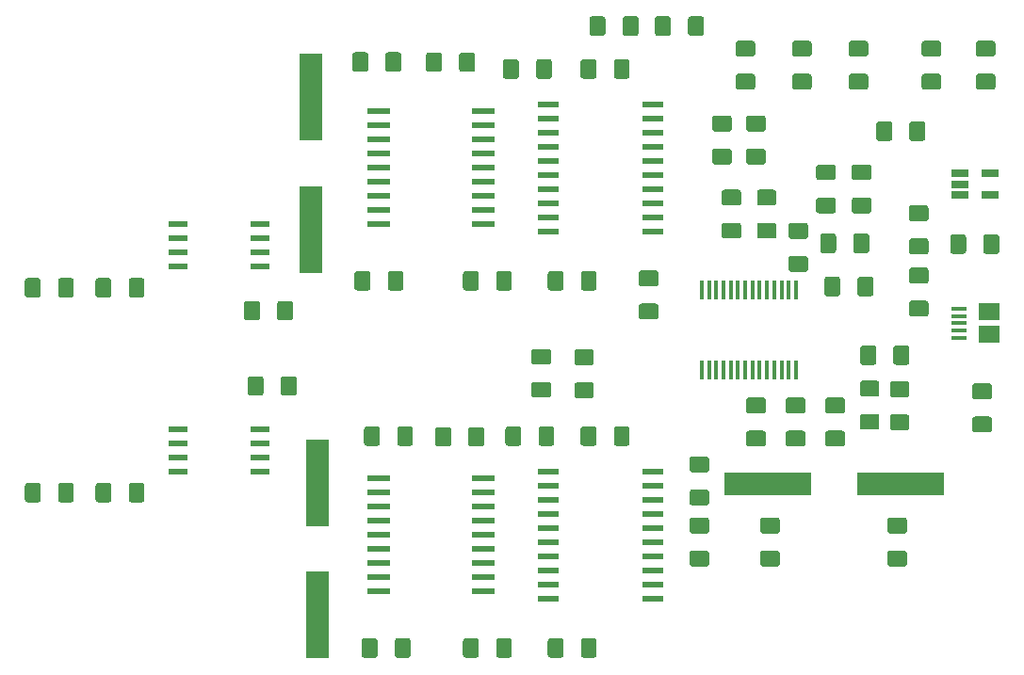
<source format=gbr>
G04 #@! TF.GenerationSoftware,KiCad,Pcbnew,(5.0.1)-3*
G04 #@! TF.CreationDate,2018-12-19T00:20:38+01:00*
G04 #@! TF.ProjectId,cret,637265742E6B696361645F7063620000,rev?*
G04 #@! TF.SameCoordinates,Original*
G04 #@! TF.FileFunction,Paste,Top*
G04 #@! TF.FilePolarity,Positive*
%FSLAX46Y46*%
G04 Gerber Fmt 4.6, Leading zero omitted, Abs format (unit mm)*
G04 Created by KiCad (PCBNEW (5.0.1)-3) date 19/12/2018 0:20:38*
%MOMM*%
%LPD*%
G01*
G04 APERTURE LIST*
%ADD10C,0.100000*%
%ADD11C,1.425000*%
%ADD12R,1.950000X0.600000*%
%ADD13R,2.000000X0.600000*%
%ADD14R,1.750000X0.550000*%
%ADD15R,1.900000X1.500000*%
%ADD16R,1.350000X0.400000*%
%ADD17R,2.000000X7.875000*%
%ADD18R,7.875000X2.000000*%
%ADD19R,1.560000X0.650000*%
%ADD20R,0.450000X1.750000*%
G04 APERTURE END LIST*
D10*
G04 #@! TO.C,C1*
G36*
X116209404Y-87975404D02*
X116233673Y-87979004D01*
X116257471Y-87984965D01*
X116280571Y-87993230D01*
X116302749Y-88003720D01*
X116323793Y-88016333D01*
X116343498Y-88030947D01*
X116361677Y-88047423D01*
X116378153Y-88065602D01*
X116392767Y-88085307D01*
X116405380Y-88106351D01*
X116415870Y-88128529D01*
X116424135Y-88151629D01*
X116430096Y-88175427D01*
X116433696Y-88199696D01*
X116434900Y-88224200D01*
X116434900Y-89474200D01*
X116433696Y-89498704D01*
X116430096Y-89522973D01*
X116424135Y-89546771D01*
X116415870Y-89569871D01*
X116405380Y-89592049D01*
X116392767Y-89613093D01*
X116378153Y-89632798D01*
X116361677Y-89650977D01*
X116343498Y-89667453D01*
X116323793Y-89682067D01*
X116302749Y-89694680D01*
X116280571Y-89705170D01*
X116257471Y-89713435D01*
X116233673Y-89719396D01*
X116209404Y-89722996D01*
X116184900Y-89724200D01*
X115259900Y-89724200D01*
X115235396Y-89722996D01*
X115211127Y-89719396D01*
X115187329Y-89713435D01*
X115164229Y-89705170D01*
X115142051Y-89694680D01*
X115121007Y-89682067D01*
X115101302Y-89667453D01*
X115083123Y-89650977D01*
X115066647Y-89632798D01*
X115052033Y-89613093D01*
X115039420Y-89592049D01*
X115028930Y-89569871D01*
X115020665Y-89546771D01*
X115014704Y-89522973D01*
X115011104Y-89498704D01*
X115009900Y-89474200D01*
X115009900Y-88224200D01*
X115011104Y-88199696D01*
X115014704Y-88175427D01*
X115020665Y-88151629D01*
X115028930Y-88128529D01*
X115039420Y-88106351D01*
X115052033Y-88085307D01*
X115066647Y-88065602D01*
X115083123Y-88047423D01*
X115101302Y-88030947D01*
X115121007Y-88016333D01*
X115142051Y-88003720D01*
X115164229Y-87993230D01*
X115187329Y-87984965D01*
X115211127Y-87979004D01*
X115235396Y-87975404D01*
X115259900Y-87974200D01*
X116184900Y-87974200D01*
X116209404Y-87975404D01*
X116209404Y-87975404D01*
G37*
D11*
X115722400Y-88849200D03*
D10*
G36*
X113234404Y-87975404D02*
X113258673Y-87979004D01*
X113282471Y-87984965D01*
X113305571Y-87993230D01*
X113327749Y-88003720D01*
X113348793Y-88016333D01*
X113368498Y-88030947D01*
X113386677Y-88047423D01*
X113403153Y-88065602D01*
X113417767Y-88085307D01*
X113430380Y-88106351D01*
X113440870Y-88128529D01*
X113449135Y-88151629D01*
X113455096Y-88175427D01*
X113458696Y-88199696D01*
X113459900Y-88224200D01*
X113459900Y-89474200D01*
X113458696Y-89498704D01*
X113455096Y-89522973D01*
X113449135Y-89546771D01*
X113440870Y-89569871D01*
X113430380Y-89592049D01*
X113417767Y-89613093D01*
X113403153Y-89632798D01*
X113386677Y-89650977D01*
X113368498Y-89667453D01*
X113348793Y-89682067D01*
X113327749Y-89694680D01*
X113305571Y-89705170D01*
X113282471Y-89713435D01*
X113258673Y-89719396D01*
X113234404Y-89722996D01*
X113209900Y-89724200D01*
X112284900Y-89724200D01*
X112260396Y-89722996D01*
X112236127Y-89719396D01*
X112212329Y-89713435D01*
X112189229Y-89705170D01*
X112167051Y-89694680D01*
X112146007Y-89682067D01*
X112126302Y-89667453D01*
X112108123Y-89650977D01*
X112091647Y-89632798D01*
X112077033Y-89613093D01*
X112064420Y-89592049D01*
X112053930Y-89569871D01*
X112045665Y-89546771D01*
X112039704Y-89522973D01*
X112036104Y-89498704D01*
X112034900Y-89474200D01*
X112034900Y-88224200D01*
X112036104Y-88199696D01*
X112039704Y-88175427D01*
X112045665Y-88151629D01*
X112053930Y-88128529D01*
X112064420Y-88106351D01*
X112077033Y-88085307D01*
X112091647Y-88065602D01*
X112108123Y-88047423D01*
X112126302Y-88030947D01*
X112146007Y-88016333D01*
X112167051Y-88003720D01*
X112189229Y-87993230D01*
X112212329Y-87984965D01*
X112236127Y-87979004D01*
X112260396Y-87975404D01*
X112284900Y-87974200D01*
X113209900Y-87974200D01*
X113234404Y-87975404D01*
X113234404Y-87975404D01*
G37*
D11*
X112747400Y-88849200D03*
G04 #@! TD*
D10*
G04 #@! TO.C,C2*
G36*
X101528204Y-91226604D02*
X101552473Y-91230204D01*
X101576271Y-91236165D01*
X101599371Y-91244430D01*
X101621549Y-91254920D01*
X101642593Y-91267533D01*
X101662298Y-91282147D01*
X101680477Y-91298623D01*
X101696953Y-91316802D01*
X101711567Y-91336507D01*
X101724180Y-91357551D01*
X101734670Y-91379729D01*
X101742935Y-91402829D01*
X101748896Y-91426627D01*
X101752496Y-91450896D01*
X101753700Y-91475400D01*
X101753700Y-92725400D01*
X101752496Y-92749904D01*
X101748896Y-92774173D01*
X101742935Y-92797971D01*
X101734670Y-92821071D01*
X101724180Y-92843249D01*
X101711567Y-92864293D01*
X101696953Y-92883998D01*
X101680477Y-92902177D01*
X101662298Y-92918653D01*
X101642593Y-92933267D01*
X101621549Y-92945880D01*
X101599371Y-92956370D01*
X101576271Y-92964635D01*
X101552473Y-92970596D01*
X101528204Y-92974196D01*
X101503700Y-92975400D01*
X100578700Y-92975400D01*
X100554196Y-92974196D01*
X100529927Y-92970596D01*
X100506129Y-92964635D01*
X100483029Y-92956370D01*
X100460851Y-92945880D01*
X100439807Y-92933267D01*
X100420102Y-92918653D01*
X100401923Y-92902177D01*
X100385447Y-92883998D01*
X100370833Y-92864293D01*
X100358220Y-92843249D01*
X100347730Y-92821071D01*
X100339465Y-92797971D01*
X100333504Y-92774173D01*
X100329904Y-92749904D01*
X100328700Y-92725400D01*
X100328700Y-91475400D01*
X100329904Y-91450896D01*
X100333504Y-91426627D01*
X100339465Y-91402829D01*
X100347730Y-91379729D01*
X100358220Y-91357551D01*
X100370833Y-91336507D01*
X100385447Y-91316802D01*
X100401923Y-91298623D01*
X100420102Y-91282147D01*
X100439807Y-91267533D01*
X100460851Y-91254920D01*
X100483029Y-91244430D01*
X100506129Y-91236165D01*
X100529927Y-91230204D01*
X100554196Y-91226604D01*
X100578700Y-91225400D01*
X101503700Y-91225400D01*
X101528204Y-91226604D01*
X101528204Y-91226604D01*
G37*
D11*
X101041200Y-92100400D03*
D10*
G36*
X98553204Y-91226604D02*
X98577473Y-91230204D01*
X98601271Y-91236165D01*
X98624371Y-91244430D01*
X98646549Y-91254920D01*
X98667593Y-91267533D01*
X98687298Y-91282147D01*
X98705477Y-91298623D01*
X98721953Y-91316802D01*
X98736567Y-91336507D01*
X98749180Y-91357551D01*
X98759670Y-91379729D01*
X98767935Y-91402829D01*
X98773896Y-91426627D01*
X98777496Y-91450896D01*
X98778700Y-91475400D01*
X98778700Y-92725400D01*
X98777496Y-92749904D01*
X98773896Y-92774173D01*
X98767935Y-92797971D01*
X98759670Y-92821071D01*
X98749180Y-92843249D01*
X98736567Y-92864293D01*
X98721953Y-92883998D01*
X98705477Y-92902177D01*
X98687298Y-92918653D01*
X98667593Y-92933267D01*
X98646549Y-92945880D01*
X98624371Y-92956370D01*
X98601271Y-92964635D01*
X98577473Y-92970596D01*
X98553204Y-92974196D01*
X98528700Y-92975400D01*
X97603700Y-92975400D01*
X97579196Y-92974196D01*
X97554927Y-92970596D01*
X97531129Y-92964635D01*
X97508029Y-92956370D01*
X97485851Y-92945880D01*
X97464807Y-92933267D01*
X97445102Y-92918653D01*
X97426923Y-92902177D01*
X97410447Y-92883998D01*
X97395833Y-92864293D01*
X97383220Y-92843249D01*
X97372730Y-92821071D01*
X97364465Y-92797971D01*
X97358504Y-92774173D01*
X97354904Y-92749904D01*
X97353700Y-92725400D01*
X97353700Y-91475400D01*
X97354904Y-91450896D01*
X97358504Y-91426627D01*
X97364465Y-91402829D01*
X97372730Y-91379729D01*
X97383220Y-91357551D01*
X97395833Y-91336507D01*
X97410447Y-91316802D01*
X97426923Y-91298623D01*
X97445102Y-91282147D01*
X97464807Y-91267533D01*
X97485851Y-91254920D01*
X97508029Y-91244430D01*
X97531129Y-91236165D01*
X97554927Y-91230204D01*
X97579196Y-91226604D01*
X97603700Y-91225400D01*
X98528700Y-91225400D01*
X98553204Y-91226604D01*
X98553204Y-91226604D01*
G37*
D11*
X98066200Y-92100400D03*
G04 #@! TD*
D10*
G04 #@! TO.C,C3*
G36*
X85170604Y-113578604D02*
X85194873Y-113582204D01*
X85218671Y-113588165D01*
X85241771Y-113596430D01*
X85263949Y-113606920D01*
X85284993Y-113619533D01*
X85304698Y-113634147D01*
X85322877Y-113650623D01*
X85339353Y-113668802D01*
X85353967Y-113688507D01*
X85366580Y-113709551D01*
X85377070Y-113731729D01*
X85385335Y-113754829D01*
X85391296Y-113778627D01*
X85394896Y-113802896D01*
X85396100Y-113827400D01*
X85396100Y-115077400D01*
X85394896Y-115101904D01*
X85391296Y-115126173D01*
X85385335Y-115149971D01*
X85377070Y-115173071D01*
X85366580Y-115195249D01*
X85353967Y-115216293D01*
X85339353Y-115235998D01*
X85322877Y-115254177D01*
X85304698Y-115270653D01*
X85284993Y-115285267D01*
X85263949Y-115297880D01*
X85241771Y-115308370D01*
X85218671Y-115316635D01*
X85194873Y-115322596D01*
X85170604Y-115326196D01*
X85146100Y-115327400D01*
X84221100Y-115327400D01*
X84196596Y-115326196D01*
X84172327Y-115322596D01*
X84148529Y-115316635D01*
X84125429Y-115308370D01*
X84103251Y-115297880D01*
X84082207Y-115285267D01*
X84062502Y-115270653D01*
X84044323Y-115254177D01*
X84027847Y-115235998D01*
X84013233Y-115216293D01*
X84000620Y-115195249D01*
X83990130Y-115173071D01*
X83981865Y-115149971D01*
X83975904Y-115126173D01*
X83972304Y-115101904D01*
X83971100Y-115077400D01*
X83971100Y-113827400D01*
X83972304Y-113802896D01*
X83975904Y-113778627D01*
X83981865Y-113754829D01*
X83990130Y-113731729D01*
X84000620Y-113709551D01*
X84013233Y-113688507D01*
X84027847Y-113668802D01*
X84044323Y-113650623D01*
X84062502Y-113634147D01*
X84082207Y-113619533D01*
X84103251Y-113606920D01*
X84125429Y-113596430D01*
X84148529Y-113588165D01*
X84172327Y-113582204D01*
X84196596Y-113578604D01*
X84221100Y-113577400D01*
X85146100Y-113577400D01*
X85170604Y-113578604D01*
X85170604Y-113578604D01*
G37*
D11*
X84683600Y-114452400D03*
D10*
G36*
X82195604Y-113578604D02*
X82219873Y-113582204D01*
X82243671Y-113588165D01*
X82266771Y-113596430D01*
X82288949Y-113606920D01*
X82309993Y-113619533D01*
X82329698Y-113634147D01*
X82347877Y-113650623D01*
X82364353Y-113668802D01*
X82378967Y-113688507D01*
X82391580Y-113709551D01*
X82402070Y-113731729D01*
X82410335Y-113754829D01*
X82416296Y-113778627D01*
X82419896Y-113802896D01*
X82421100Y-113827400D01*
X82421100Y-115077400D01*
X82419896Y-115101904D01*
X82416296Y-115126173D01*
X82410335Y-115149971D01*
X82402070Y-115173071D01*
X82391580Y-115195249D01*
X82378967Y-115216293D01*
X82364353Y-115235998D01*
X82347877Y-115254177D01*
X82329698Y-115270653D01*
X82309993Y-115285267D01*
X82288949Y-115297880D01*
X82266771Y-115308370D01*
X82243671Y-115316635D01*
X82219873Y-115322596D01*
X82195604Y-115326196D01*
X82171100Y-115327400D01*
X81246100Y-115327400D01*
X81221596Y-115326196D01*
X81197327Y-115322596D01*
X81173529Y-115316635D01*
X81150429Y-115308370D01*
X81128251Y-115297880D01*
X81107207Y-115285267D01*
X81087502Y-115270653D01*
X81069323Y-115254177D01*
X81052847Y-115235998D01*
X81038233Y-115216293D01*
X81025620Y-115195249D01*
X81015130Y-115173071D01*
X81006865Y-115149971D01*
X81000904Y-115126173D01*
X80997304Y-115101904D01*
X80996100Y-115077400D01*
X80996100Y-113827400D01*
X80997304Y-113802896D01*
X81000904Y-113778627D01*
X81006865Y-113754829D01*
X81015130Y-113731729D01*
X81025620Y-113709551D01*
X81038233Y-113688507D01*
X81052847Y-113668802D01*
X81069323Y-113650623D01*
X81087502Y-113634147D01*
X81107207Y-113619533D01*
X81128251Y-113606920D01*
X81150429Y-113596430D01*
X81173529Y-113588165D01*
X81197327Y-113582204D01*
X81221596Y-113578604D01*
X81246100Y-113577400D01*
X82171100Y-113577400D01*
X82195604Y-113578604D01*
X82195604Y-113578604D01*
G37*
D11*
X81708600Y-114452400D03*
G04 #@! TD*
D10*
G04 #@! TO.C,C4*
G36*
X108345504Y-120853104D02*
X108369773Y-120856704D01*
X108393571Y-120862665D01*
X108416671Y-120870930D01*
X108438849Y-120881420D01*
X108459893Y-120894033D01*
X108479598Y-120908647D01*
X108497777Y-120925123D01*
X108514253Y-120943302D01*
X108528867Y-120963007D01*
X108541480Y-120984051D01*
X108551970Y-121006229D01*
X108560235Y-121029329D01*
X108566196Y-121053127D01*
X108569796Y-121077396D01*
X108571000Y-121101900D01*
X108571000Y-122026900D01*
X108569796Y-122051404D01*
X108566196Y-122075673D01*
X108560235Y-122099471D01*
X108551970Y-122122571D01*
X108541480Y-122144749D01*
X108528867Y-122165793D01*
X108514253Y-122185498D01*
X108497777Y-122203677D01*
X108479598Y-122220153D01*
X108459893Y-122234767D01*
X108438849Y-122247380D01*
X108416671Y-122257870D01*
X108393571Y-122266135D01*
X108369773Y-122272096D01*
X108345504Y-122275696D01*
X108321000Y-122276900D01*
X107071000Y-122276900D01*
X107046496Y-122275696D01*
X107022227Y-122272096D01*
X106998429Y-122266135D01*
X106975329Y-122257870D01*
X106953151Y-122247380D01*
X106932107Y-122234767D01*
X106912402Y-122220153D01*
X106894223Y-122203677D01*
X106877747Y-122185498D01*
X106863133Y-122165793D01*
X106850520Y-122144749D01*
X106840030Y-122122571D01*
X106831765Y-122099471D01*
X106825804Y-122075673D01*
X106822204Y-122051404D01*
X106821000Y-122026900D01*
X106821000Y-121101900D01*
X106822204Y-121077396D01*
X106825804Y-121053127D01*
X106831765Y-121029329D01*
X106840030Y-121006229D01*
X106850520Y-120984051D01*
X106863133Y-120963007D01*
X106877747Y-120943302D01*
X106894223Y-120925123D01*
X106912402Y-120908647D01*
X106932107Y-120894033D01*
X106953151Y-120881420D01*
X106975329Y-120870930D01*
X106998429Y-120862665D01*
X107022227Y-120856704D01*
X107046496Y-120853104D01*
X107071000Y-120851900D01*
X108321000Y-120851900D01*
X108345504Y-120853104D01*
X108345504Y-120853104D01*
G37*
D11*
X107696000Y-121564400D03*
D10*
G36*
X108345504Y-117878104D02*
X108369773Y-117881704D01*
X108393571Y-117887665D01*
X108416671Y-117895930D01*
X108438849Y-117906420D01*
X108459893Y-117919033D01*
X108479598Y-117933647D01*
X108497777Y-117950123D01*
X108514253Y-117968302D01*
X108528867Y-117988007D01*
X108541480Y-118009051D01*
X108551970Y-118031229D01*
X108560235Y-118054329D01*
X108566196Y-118078127D01*
X108569796Y-118102396D01*
X108571000Y-118126900D01*
X108571000Y-119051900D01*
X108569796Y-119076404D01*
X108566196Y-119100673D01*
X108560235Y-119124471D01*
X108551970Y-119147571D01*
X108541480Y-119169749D01*
X108528867Y-119190793D01*
X108514253Y-119210498D01*
X108497777Y-119228677D01*
X108479598Y-119245153D01*
X108459893Y-119259767D01*
X108438849Y-119272380D01*
X108416671Y-119282870D01*
X108393571Y-119291135D01*
X108369773Y-119297096D01*
X108345504Y-119300696D01*
X108321000Y-119301900D01*
X107071000Y-119301900D01*
X107046496Y-119300696D01*
X107022227Y-119297096D01*
X106998429Y-119291135D01*
X106975329Y-119282870D01*
X106953151Y-119272380D01*
X106932107Y-119259767D01*
X106912402Y-119245153D01*
X106894223Y-119228677D01*
X106877747Y-119210498D01*
X106863133Y-119190793D01*
X106850520Y-119169749D01*
X106840030Y-119147571D01*
X106831765Y-119124471D01*
X106825804Y-119100673D01*
X106822204Y-119076404D01*
X106821000Y-119051900D01*
X106821000Y-118126900D01*
X106822204Y-118102396D01*
X106825804Y-118078127D01*
X106831765Y-118054329D01*
X106840030Y-118031229D01*
X106850520Y-118009051D01*
X106863133Y-117988007D01*
X106877747Y-117968302D01*
X106894223Y-117950123D01*
X106912402Y-117933647D01*
X106932107Y-117919033D01*
X106953151Y-117906420D01*
X106975329Y-117895930D01*
X106998429Y-117887665D01*
X107022227Y-117881704D01*
X107046496Y-117878104D01*
X107071000Y-117876900D01*
X108321000Y-117876900D01*
X108345504Y-117878104D01*
X108345504Y-117878104D01*
G37*
D11*
X107696000Y-118589400D03*
G04 #@! TD*
D10*
G04 #@! TO.C,C5*
G36*
X99380304Y-124907004D02*
X99404573Y-124910604D01*
X99428371Y-124916565D01*
X99451471Y-124924830D01*
X99473649Y-124935320D01*
X99494693Y-124947933D01*
X99514398Y-124962547D01*
X99532577Y-124979023D01*
X99549053Y-124997202D01*
X99563667Y-125016907D01*
X99576280Y-125037951D01*
X99586770Y-125060129D01*
X99595035Y-125083229D01*
X99600996Y-125107027D01*
X99604596Y-125131296D01*
X99605800Y-125155800D01*
X99605800Y-126405800D01*
X99604596Y-126430304D01*
X99600996Y-126454573D01*
X99595035Y-126478371D01*
X99586770Y-126501471D01*
X99576280Y-126523649D01*
X99563667Y-126544693D01*
X99549053Y-126564398D01*
X99532577Y-126582577D01*
X99514398Y-126599053D01*
X99494693Y-126613667D01*
X99473649Y-126626280D01*
X99451471Y-126636770D01*
X99428371Y-126645035D01*
X99404573Y-126650996D01*
X99380304Y-126654596D01*
X99355800Y-126655800D01*
X98430800Y-126655800D01*
X98406296Y-126654596D01*
X98382027Y-126650996D01*
X98358229Y-126645035D01*
X98335129Y-126636770D01*
X98312951Y-126626280D01*
X98291907Y-126613667D01*
X98272202Y-126599053D01*
X98254023Y-126582577D01*
X98237547Y-126564398D01*
X98222933Y-126544693D01*
X98210320Y-126523649D01*
X98199830Y-126501471D01*
X98191565Y-126478371D01*
X98185604Y-126454573D01*
X98182004Y-126430304D01*
X98180800Y-126405800D01*
X98180800Y-125155800D01*
X98182004Y-125131296D01*
X98185604Y-125107027D01*
X98191565Y-125083229D01*
X98199830Y-125060129D01*
X98210320Y-125037951D01*
X98222933Y-125016907D01*
X98237547Y-124997202D01*
X98254023Y-124979023D01*
X98272202Y-124962547D01*
X98291907Y-124947933D01*
X98312951Y-124935320D01*
X98335129Y-124924830D01*
X98358229Y-124916565D01*
X98382027Y-124910604D01*
X98406296Y-124907004D01*
X98430800Y-124905800D01*
X99355800Y-124905800D01*
X99380304Y-124907004D01*
X99380304Y-124907004D01*
G37*
D11*
X98893300Y-125780800D03*
D10*
G36*
X102355304Y-124907004D02*
X102379573Y-124910604D01*
X102403371Y-124916565D01*
X102426471Y-124924830D01*
X102448649Y-124935320D01*
X102469693Y-124947933D01*
X102489398Y-124962547D01*
X102507577Y-124979023D01*
X102524053Y-124997202D01*
X102538667Y-125016907D01*
X102551280Y-125037951D01*
X102561770Y-125060129D01*
X102570035Y-125083229D01*
X102575996Y-125107027D01*
X102579596Y-125131296D01*
X102580800Y-125155800D01*
X102580800Y-126405800D01*
X102579596Y-126430304D01*
X102575996Y-126454573D01*
X102570035Y-126478371D01*
X102561770Y-126501471D01*
X102551280Y-126523649D01*
X102538667Y-126544693D01*
X102524053Y-126564398D01*
X102507577Y-126582577D01*
X102489398Y-126599053D01*
X102469693Y-126613667D01*
X102448649Y-126626280D01*
X102426471Y-126636770D01*
X102403371Y-126645035D01*
X102379573Y-126650996D01*
X102355304Y-126654596D01*
X102330800Y-126655800D01*
X101405800Y-126655800D01*
X101381296Y-126654596D01*
X101357027Y-126650996D01*
X101333229Y-126645035D01*
X101310129Y-126636770D01*
X101287951Y-126626280D01*
X101266907Y-126613667D01*
X101247202Y-126599053D01*
X101229023Y-126582577D01*
X101212547Y-126564398D01*
X101197933Y-126544693D01*
X101185320Y-126523649D01*
X101174830Y-126501471D01*
X101166565Y-126478371D01*
X101160604Y-126454573D01*
X101157004Y-126430304D01*
X101155800Y-126405800D01*
X101155800Y-125155800D01*
X101157004Y-125131296D01*
X101160604Y-125107027D01*
X101166565Y-125083229D01*
X101174830Y-125060129D01*
X101185320Y-125037951D01*
X101197933Y-125016907D01*
X101212547Y-124997202D01*
X101229023Y-124979023D01*
X101247202Y-124962547D01*
X101266907Y-124947933D01*
X101287951Y-124935320D01*
X101310129Y-124924830D01*
X101333229Y-124916565D01*
X101357027Y-124910604D01*
X101381296Y-124907004D01*
X101405800Y-124905800D01*
X102330800Y-124905800D01*
X102355304Y-124907004D01*
X102355304Y-124907004D01*
G37*
D11*
X101868300Y-125780800D03*
G04 #@! TD*
D10*
G04 #@! TO.C,C6*
G36*
X85489704Y-120335004D02*
X85513973Y-120338604D01*
X85537771Y-120344565D01*
X85560871Y-120352830D01*
X85583049Y-120363320D01*
X85604093Y-120375933D01*
X85623798Y-120390547D01*
X85641977Y-120407023D01*
X85658453Y-120425202D01*
X85673067Y-120444907D01*
X85685680Y-120465951D01*
X85696170Y-120488129D01*
X85704435Y-120511229D01*
X85710396Y-120535027D01*
X85713996Y-120559296D01*
X85715200Y-120583800D01*
X85715200Y-121833800D01*
X85713996Y-121858304D01*
X85710396Y-121882573D01*
X85704435Y-121906371D01*
X85696170Y-121929471D01*
X85685680Y-121951649D01*
X85673067Y-121972693D01*
X85658453Y-121992398D01*
X85641977Y-122010577D01*
X85623798Y-122027053D01*
X85604093Y-122041667D01*
X85583049Y-122054280D01*
X85560871Y-122064770D01*
X85537771Y-122073035D01*
X85513973Y-122078996D01*
X85489704Y-122082596D01*
X85465200Y-122083800D01*
X84540200Y-122083800D01*
X84515696Y-122082596D01*
X84491427Y-122078996D01*
X84467629Y-122073035D01*
X84444529Y-122064770D01*
X84422351Y-122054280D01*
X84401307Y-122041667D01*
X84381602Y-122027053D01*
X84363423Y-122010577D01*
X84346947Y-121992398D01*
X84332333Y-121972693D01*
X84319720Y-121951649D01*
X84309230Y-121929471D01*
X84300965Y-121906371D01*
X84295004Y-121882573D01*
X84291404Y-121858304D01*
X84290200Y-121833800D01*
X84290200Y-120583800D01*
X84291404Y-120559296D01*
X84295004Y-120535027D01*
X84300965Y-120511229D01*
X84309230Y-120488129D01*
X84319720Y-120465951D01*
X84332333Y-120444907D01*
X84346947Y-120425202D01*
X84363423Y-120407023D01*
X84381602Y-120390547D01*
X84401307Y-120375933D01*
X84422351Y-120363320D01*
X84444529Y-120352830D01*
X84467629Y-120344565D01*
X84491427Y-120338604D01*
X84515696Y-120335004D01*
X84540200Y-120333800D01*
X85465200Y-120333800D01*
X85489704Y-120335004D01*
X85489704Y-120335004D01*
G37*
D11*
X85002700Y-121208800D03*
D10*
G36*
X82514704Y-120335004D02*
X82538973Y-120338604D01*
X82562771Y-120344565D01*
X82585871Y-120352830D01*
X82608049Y-120363320D01*
X82629093Y-120375933D01*
X82648798Y-120390547D01*
X82666977Y-120407023D01*
X82683453Y-120425202D01*
X82698067Y-120444907D01*
X82710680Y-120465951D01*
X82721170Y-120488129D01*
X82729435Y-120511229D01*
X82735396Y-120535027D01*
X82738996Y-120559296D01*
X82740200Y-120583800D01*
X82740200Y-121833800D01*
X82738996Y-121858304D01*
X82735396Y-121882573D01*
X82729435Y-121906371D01*
X82721170Y-121929471D01*
X82710680Y-121951649D01*
X82698067Y-121972693D01*
X82683453Y-121992398D01*
X82666977Y-122010577D01*
X82648798Y-122027053D01*
X82629093Y-122041667D01*
X82608049Y-122054280D01*
X82585871Y-122064770D01*
X82562771Y-122073035D01*
X82538973Y-122078996D01*
X82514704Y-122082596D01*
X82490200Y-122083800D01*
X81565200Y-122083800D01*
X81540696Y-122082596D01*
X81516427Y-122078996D01*
X81492629Y-122073035D01*
X81469529Y-122064770D01*
X81447351Y-122054280D01*
X81426307Y-122041667D01*
X81406602Y-122027053D01*
X81388423Y-122010577D01*
X81371947Y-121992398D01*
X81357333Y-121972693D01*
X81344720Y-121951649D01*
X81334230Y-121929471D01*
X81325965Y-121906371D01*
X81320004Y-121882573D01*
X81316404Y-121858304D01*
X81315200Y-121833800D01*
X81315200Y-120583800D01*
X81316404Y-120559296D01*
X81320004Y-120535027D01*
X81325965Y-120511229D01*
X81334230Y-120488129D01*
X81344720Y-120465951D01*
X81357333Y-120444907D01*
X81371947Y-120425202D01*
X81388423Y-120407023D01*
X81406602Y-120390547D01*
X81426307Y-120375933D01*
X81447351Y-120363320D01*
X81469529Y-120352830D01*
X81492629Y-120344565D01*
X81516427Y-120338604D01*
X81540696Y-120335004D01*
X81565200Y-120333800D01*
X82490200Y-120333800D01*
X82514704Y-120335004D01*
X82514704Y-120335004D01*
G37*
D11*
X82027700Y-121208800D03*
G04 #@! TD*
D10*
G04 #@! TO.C,C7*
G36*
X148634104Y-107584204D02*
X148658373Y-107587804D01*
X148682171Y-107593765D01*
X148705271Y-107602030D01*
X148727449Y-107612520D01*
X148748493Y-107625133D01*
X148768198Y-107639747D01*
X148786377Y-107656223D01*
X148802853Y-107674402D01*
X148817467Y-107694107D01*
X148830080Y-107715151D01*
X148840570Y-107737329D01*
X148848835Y-107760429D01*
X148854796Y-107784227D01*
X148858396Y-107808496D01*
X148859600Y-107833000D01*
X148859600Y-109083000D01*
X148858396Y-109107504D01*
X148854796Y-109131773D01*
X148848835Y-109155571D01*
X148840570Y-109178671D01*
X148830080Y-109200849D01*
X148817467Y-109221893D01*
X148802853Y-109241598D01*
X148786377Y-109259777D01*
X148768198Y-109276253D01*
X148748493Y-109290867D01*
X148727449Y-109303480D01*
X148705271Y-109313970D01*
X148682171Y-109322235D01*
X148658373Y-109328196D01*
X148634104Y-109331796D01*
X148609600Y-109333000D01*
X147684600Y-109333000D01*
X147660096Y-109331796D01*
X147635827Y-109328196D01*
X147612029Y-109322235D01*
X147588929Y-109313970D01*
X147566751Y-109303480D01*
X147545707Y-109290867D01*
X147526002Y-109276253D01*
X147507823Y-109259777D01*
X147491347Y-109241598D01*
X147476733Y-109221893D01*
X147464120Y-109200849D01*
X147453630Y-109178671D01*
X147445365Y-109155571D01*
X147439404Y-109131773D01*
X147435804Y-109107504D01*
X147434600Y-109083000D01*
X147434600Y-107833000D01*
X147435804Y-107808496D01*
X147439404Y-107784227D01*
X147445365Y-107760429D01*
X147453630Y-107737329D01*
X147464120Y-107715151D01*
X147476733Y-107694107D01*
X147491347Y-107674402D01*
X147507823Y-107656223D01*
X147526002Y-107639747D01*
X147545707Y-107625133D01*
X147566751Y-107612520D01*
X147588929Y-107602030D01*
X147612029Y-107593765D01*
X147635827Y-107587804D01*
X147660096Y-107584204D01*
X147684600Y-107583000D01*
X148609600Y-107583000D01*
X148634104Y-107584204D01*
X148634104Y-107584204D01*
G37*
D11*
X148147100Y-108458000D03*
D10*
G36*
X145659104Y-107584204D02*
X145683373Y-107587804D01*
X145707171Y-107593765D01*
X145730271Y-107602030D01*
X145752449Y-107612520D01*
X145773493Y-107625133D01*
X145793198Y-107639747D01*
X145811377Y-107656223D01*
X145827853Y-107674402D01*
X145842467Y-107694107D01*
X145855080Y-107715151D01*
X145865570Y-107737329D01*
X145873835Y-107760429D01*
X145879796Y-107784227D01*
X145883396Y-107808496D01*
X145884600Y-107833000D01*
X145884600Y-109083000D01*
X145883396Y-109107504D01*
X145879796Y-109131773D01*
X145873835Y-109155571D01*
X145865570Y-109178671D01*
X145855080Y-109200849D01*
X145842467Y-109221893D01*
X145827853Y-109241598D01*
X145811377Y-109259777D01*
X145793198Y-109276253D01*
X145773493Y-109290867D01*
X145752449Y-109303480D01*
X145730271Y-109313970D01*
X145707171Y-109322235D01*
X145683373Y-109328196D01*
X145659104Y-109331796D01*
X145634600Y-109333000D01*
X144709600Y-109333000D01*
X144685096Y-109331796D01*
X144660827Y-109328196D01*
X144637029Y-109322235D01*
X144613929Y-109313970D01*
X144591751Y-109303480D01*
X144570707Y-109290867D01*
X144551002Y-109276253D01*
X144532823Y-109259777D01*
X144516347Y-109241598D01*
X144501733Y-109221893D01*
X144489120Y-109200849D01*
X144478630Y-109178671D01*
X144470365Y-109155571D01*
X144464404Y-109131773D01*
X144460804Y-109107504D01*
X144459600Y-109083000D01*
X144459600Y-107833000D01*
X144460804Y-107808496D01*
X144464404Y-107784227D01*
X144470365Y-107760429D01*
X144478630Y-107737329D01*
X144489120Y-107715151D01*
X144501733Y-107694107D01*
X144516347Y-107674402D01*
X144532823Y-107656223D01*
X144551002Y-107639747D01*
X144570707Y-107625133D01*
X144591751Y-107612520D01*
X144613929Y-107602030D01*
X144637029Y-107593765D01*
X144660827Y-107587804D01*
X144685096Y-107584204D01*
X144709600Y-107583000D01*
X145634600Y-107583000D01*
X145659104Y-107584204D01*
X145659104Y-107584204D01*
G37*
D11*
X145172100Y-108458000D03*
G04 #@! TD*
D10*
G04 #@! TO.C,C8*
G36*
X133940789Y-101293873D02*
X133965058Y-101297473D01*
X133988856Y-101303434D01*
X134011956Y-101311699D01*
X134034134Y-101322189D01*
X134055178Y-101334802D01*
X134074883Y-101349416D01*
X134093062Y-101365892D01*
X134109538Y-101384071D01*
X134124152Y-101403776D01*
X134136765Y-101424820D01*
X134147255Y-101446998D01*
X134155520Y-101470098D01*
X134161481Y-101493896D01*
X134165081Y-101518165D01*
X134166285Y-101542669D01*
X134166285Y-102467669D01*
X134165081Y-102492173D01*
X134161481Y-102516442D01*
X134155520Y-102540240D01*
X134147255Y-102563340D01*
X134136765Y-102585518D01*
X134124152Y-102606562D01*
X134109538Y-102626267D01*
X134093062Y-102644446D01*
X134074883Y-102660922D01*
X134055178Y-102675536D01*
X134034134Y-102688149D01*
X134011956Y-102698639D01*
X133988856Y-102706904D01*
X133965058Y-102712865D01*
X133940789Y-102716465D01*
X133916285Y-102717669D01*
X132666285Y-102717669D01*
X132641781Y-102716465D01*
X132617512Y-102712865D01*
X132593714Y-102706904D01*
X132570614Y-102698639D01*
X132548436Y-102688149D01*
X132527392Y-102675536D01*
X132507687Y-102660922D01*
X132489508Y-102644446D01*
X132473032Y-102626267D01*
X132458418Y-102606562D01*
X132445805Y-102585518D01*
X132435315Y-102563340D01*
X132427050Y-102540240D01*
X132421089Y-102516442D01*
X132417489Y-102492173D01*
X132416285Y-102467669D01*
X132416285Y-101542669D01*
X132417489Y-101518165D01*
X132421089Y-101493896D01*
X132427050Y-101470098D01*
X132435315Y-101446998D01*
X132445805Y-101424820D01*
X132458418Y-101403776D01*
X132473032Y-101384071D01*
X132489508Y-101365892D01*
X132507687Y-101349416D01*
X132527392Y-101334802D01*
X132548436Y-101322189D01*
X132570614Y-101311699D01*
X132593714Y-101303434D01*
X132617512Y-101297473D01*
X132641781Y-101293873D01*
X132666285Y-101292669D01*
X133916285Y-101292669D01*
X133940789Y-101293873D01*
X133940789Y-101293873D01*
G37*
D11*
X133291285Y-102005169D03*
D10*
G36*
X133940789Y-104268873D02*
X133965058Y-104272473D01*
X133988856Y-104278434D01*
X134011956Y-104286699D01*
X134034134Y-104297189D01*
X134055178Y-104309802D01*
X134074883Y-104324416D01*
X134093062Y-104340892D01*
X134109538Y-104359071D01*
X134124152Y-104378776D01*
X134136765Y-104399820D01*
X134147255Y-104421998D01*
X134155520Y-104445098D01*
X134161481Y-104468896D01*
X134165081Y-104493165D01*
X134166285Y-104517669D01*
X134166285Y-105442669D01*
X134165081Y-105467173D01*
X134161481Y-105491442D01*
X134155520Y-105515240D01*
X134147255Y-105538340D01*
X134136765Y-105560518D01*
X134124152Y-105581562D01*
X134109538Y-105601267D01*
X134093062Y-105619446D01*
X134074883Y-105635922D01*
X134055178Y-105650536D01*
X134034134Y-105663149D01*
X134011956Y-105673639D01*
X133988856Y-105681904D01*
X133965058Y-105687865D01*
X133940789Y-105691465D01*
X133916285Y-105692669D01*
X132666285Y-105692669D01*
X132641781Y-105691465D01*
X132617512Y-105687865D01*
X132593714Y-105681904D01*
X132570614Y-105673639D01*
X132548436Y-105663149D01*
X132527392Y-105650536D01*
X132507687Y-105635922D01*
X132489508Y-105619446D01*
X132473032Y-105601267D01*
X132458418Y-105581562D01*
X132445805Y-105560518D01*
X132435315Y-105538340D01*
X132427050Y-105515240D01*
X132421089Y-105491442D01*
X132417489Y-105467173D01*
X132416285Y-105442669D01*
X132416285Y-104517669D01*
X132417489Y-104493165D01*
X132421089Y-104468896D01*
X132427050Y-104445098D01*
X132435315Y-104421998D01*
X132445805Y-104399820D01*
X132458418Y-104378776D01*
X132473032Y-104359071D01*
X132489508Y-104340892D01*
X132507687Y-104324416D01*
X132527392Y-104309802D01*
X132548436Y-104297189D01*
X132570614Y-104286699D01*
X132593714Y-104278434D01*
X132617512Y-104272473D01*
X132641781Y-104268873D01*
X132666285Y-104267669D01*
X133916285Y-104267669D01*
X133940789Y-104268873D01*
X133940789Y-104268873D01*
G37*
D11*
X133291285Y-104980169D03*
G04 #@! TD*
D10*
G04 #@! TO.C,C10*
G36*
X95102004Y-110886204D02*
X95126273Y-110889804D01*
X95150071Y-110895765D01*
X95173171Y-110904030D01*
X95195349Y-110914520D01*
X95216393Y-110927133D01*
X95236098Y-110941747D01*
X95254277Y-110958223D01*
X95270753Y-110976402D01*
X95285367Y-110996107D01*
X95297980Y-111017151D01*
X95308470Y-111039329D01*
X95316735Y-111062429D01*
X95322696Y-111086227D01*
X95326296Y-111110496D01*
X95327500Y-111135000D01*
X95327500Y-112385000D01*
X95326296Y-112409504D01*
X95322696Y-112433773D01*
X95316735Y-112457571D01*
X95308470Y-112480671D01*
X95297980Y-112502849D01*
X95285367Y-112523893D01*
X95270753Y-112543598D01*
X95254277Y-112561777D01*
X95236098Y-112578253D01*
X95216393Y-112592867D01*
X95195349Y-112605480D01*
X95173171Y-112615970D01*
X95150071Y-112624235D01*
X95126273Y-112630196D01*
X95102004Y-112633796D01*
X95077500Y-112635000D01*
X94152500Y-112635000D01*
X94127996Y-112633796D01*
X94103727Y-112630196D01*
X94079929Y-112624235D01*
X94056829Y-112615970D01*
X94034651Y-112605480D01*
X94013607Y-112592867D01*
X93993902Y-112578253D01*
X93975723Y-112561777D01*
X93959247Y-112543598D01*
X93944633Y-112523893D01*
X93932020Y-112502849D01*
X93921530Y-112480671D01*
X93913265Y-112457571D01*
X93907304Y-112433773D01*
X93903704Y-112409504D01*
X93902500Y-112385000D01*
X93902500Y-111135000D01*
X93903704Y-111110496D01*
X93907304Y-111086227D01*
X93913265Y-111062429D01*
X93921530Y-111039329D01*
X93932020Y-111017151D01*
X93944633Y-110996107D01*
X93959247Y-110976402D01*
X93975723Y-110958223D01*
X93993902Y-110941747D01*
X94013607Y-110927133D01*
X94034651Y-110914520D01*
X94056829Y-110904030D01*
X94079929Y-110895765D01*
X94103727Y-110889804D01*
X94127996Y-110886204D01*
X94152500Y-110885000D01*
X95077500Y-110885000D01*
X95102004Y-110886204D01*
X95102004Y-110886204D01*
G37*
D11*
X94615000Y-111760000D03*
D10*
G36*
X92127004Y-110886204D02*
X92151273Y-110889804D01*
X92175071Y-110895765D01*
X92198171Y-110904030D01*
X92220349Y-110914520D01*
X92241393Y-110927133D01*
X92261098Y-110941747D01*
X92279277Y-110958223D01*
X92295753Y-110976402D01*
X92310367Y-110996107D01*
X92322980Y-111017151D01*
X92333470Y-111039329D01*
X92341735Y-111062429D01*
X92347696Y-111086227D01*
X92351296Y-111110496D01*
X92352500Y-111135000D01*
X92352500Y-112385000D01*
X92351296Y-112409504D01*
X92347696Y-112433773D01*
X92341735Y-112457571D01*
X92333470Y-112480671D01*
X92322980Y-112502849D01*
X92310367Y-112523893D01*
X92295753Y-112543598D01*
X92279277Y-112561777D01*
X92261098Y-112578253D01*
X92241393Y-112592867D01*
X92220349Y-112605480D01*
X92198171Y-112615970D01*
X92175071Y-112624235D01*
X92151273Y-112630196D01*
X92127004Y-112633796D01*
X92102500Y-112635000D01*
X91177500Y-112635000D01*
X91152996Y-112633796D01*
X91128727Y-112630196D01*
X91104929Y-112624235D01*
X91081829Y-112615970D01*
X91059651Y-112605480D01*
X91038607Y-112592867D01*
X91018902Y-112578253D01*
X91000723Y-112561777D01*
X90984247Y-112543598D01*
X90969633Y-112523893D01*
X90957020Y-112502849D01*
X90946530Y-112480671D01*
X90938265Y-112457571D01*
X90932304Y-112433773D01*
X90928704Y-112409504D01*
X90927500Y-112385000D01*
X90927500Y-111135000D01*
X90928704Y-111110496D01*
X90932304Y-111086227D01*
X90938265Y-111062429D01*
X90946530Y-111039329D01*
X90957020Y-111017151D01*
X90969633Y-110996107D01*
X90984247Y-110976402D01*
X91000723Y-110958223D01*
X91018902Y-110941747D01*
X91038607Y-110927133D01*
X91059651Y-110914520D01*
X91081829Y-110904030D01*
X91104929Y-110895765D01*
X91128727Y-110889804D01*
X91152996Y-110886204D01*
X91177500Y-110885000D01*
X92102500Y-110885000D01*
X92127004Y-110886204D01*
X92127004Y-110886204D01*
G37*
D11*
X91640000Y-111760000D03*
G04 #@! TD*
D10*
G04 #@! TO.C,C11*
G36*
X91927004Y-91201204D02*
X91951273Y-91204804D01*
X91975071Y-91210765D01*
X91998171Y-91219030D01*
X92020349Y-91229520D01*
X92041393Y-91242133D01*
X92061098Y-91256747D01*
X92079277Y-91273223D01*
X92095753Y-91291402D01*
X92110367Y-91311107D01*
X92122980Y-91332151D01*
X92133470Y-91354329D01*
X92141735Y-91377429D01*
X92147696Y-91401227D01*
X92151296Y-91425496D01*
X92152500Y-91450000D01*
X92152500Y-92700000D01*
X92151296Y-92724504D01*
X92147696Y-92748773D01*
X92141735Y-92772571D01*
X92133470Y-92795671D01*
X92122980Y-92817849D01*
X92110367Y-92838893D01*
X92095753Y-92858598D01*
X92079277Y-92876777D01*
X92061098Y-92893253D01*
X92041393Y-92907867D01*
X92020349Y-92920480D01*
X91998171Y-92930970D01*
X91975071Y-92939235D01*
X91951273Y-92945196D01*
X91927004Y-92948796D01*
X91902500Y-92950000D01*
X90977500Y-92950000D01*
X90952996Y-92948796D01*
X90928727Y-92945196D01*
X90904929Y-92939235D01*
X90881829Y-92930970D01*
X90859651Y-92920480D01*
X90838607Y-92907867D01*
X90818902Y-92893253D01*
X90800723Y-92876777D01*
X90784247Y-92858598D01*
X90769633Y-92838893D01*
X90757020Y-92817849D01*
X90746530Y-92795671D01*
X90738265Y-92772571D01*
X90732304Y-92748773D01*
X90728704Y-92724504D01*
X90727500Y-92700000D01*
X90727500Y-91450000D01*
X90728704Y-91425496D01*
X90732304Y-91401227D01*
X90738265Y-91377429D01*
X90746530Y-91354329D01*
X90757020Y-91332151D01*
X90769633Y-91311107D01*
X90784247Y-91291402D01*
X90800723Y-91273223D01*
X90818902Y-91256747D01*
X90838607Y-91242133D01*
X90859651Y-91229520D01*
X90881829Y-91219030D01*
X90904929Y-91210765D01*
X90928727Y-91204804D01*
X90952996Y-91201204D01*
X90977500Y-91200000D01*
X91902500Y-91200000D01*
X91927004Y-91201204D01*
X91927004Y-91201204D01*
G37*
D11*
X91440000Y-92075000D03*
D10*
G36*
X94902004Y-91201204D02*
X94926273Y-91204804D01*
X94950071Y-91210765D01*
X94973171Y-91219030D01*
X94995349Y-91229520D01*
X95016393Y-91242133D01*
X95036098Y-91256747D01*
X95054277Y-91273223D01*
X95070753Y-91291402D01*
X95085367Y-91311107D01*
X95097980Y-91332151D01*
X95108470Y-91354329D01*
X95116735Y-91377429D01*
X95122696Y-91401227D01*
X95126296Y-91425496D01*
X95127500Y-91450000D01*
X95127500Y-92700000D01*
X95126296Y-92724504D01*
X95122696Y-92748773D01*
X95116735Y-92772571D01*
X95108470Y-92795671D01*
X95097980Y-92817849D01*
X95085367Y-92838893D01*
X95070753Y-92858598D01*
X95054277Y-92876777D01*
X95036098Y-92893253D01*
X95016393Y-92907867D01*
X94995349Y-92920480D01*
X94973171Y-92930970D01*
X94950071Y-92939235D01*
X94926273Y-92945196D01*
X94902004Y-92948796D01*
X94877500Y-92950000D01*
X93952500Y-92950000D01*
X93927996Y-92948796D01*
X93903727Y-92945196D01*
X93879929Y-92939235D01*
X93856829Y-92930970D01*
X93834651Y-92920480D01*
X93813607Y-92907867D01*
X93793902Y-92893253D01*
X93775723Y-92876777D01*
X93759247Y-92858598D01*
X93744633Y-92838893D01*
X93732020Y-92817849D01*
X93721530Y-92795671D01*
X93713265Y-92772571D01*
X93707304Y-92748773D01*
X93703704Y-92724504D01*
X93702500Y-92700000D01*
X93702500Y-91450000D01*
X93703704Y-91425496D01*
X93707304Y-91401227D01*
X93713265Y-91377429D01*
X93721530Y-91354329D01*
X93732020Y-91332151D01*
X93744633Y-91311107D01*
X93759247Y-91291402D01*
X93775723Y-91273223D01*
X93793902Y-91256747D01*
X93813607Y-91242133D01*
X93834651Y-91229520D01*
X93856829Y-91219030D01*
X93879929Y-91210765D01*
X93903727Y-91204804D01*
X93927996Y-91201204D01*
X93952500Y-91200000D01*
X94877500Y-91200000D01*
X94902004Y-91201204D01*
X94902004Y-91201204D01*
G37*
D11*
X94415000Y-92075000D03*
G04 #@! TD*
D10*
G04 #@! TO.C,C12*
G36*
X117997504Y-113806204D02*
X118021773Y-113809804D01*
X118045571Y-113815765D01*
X118068671Y-113824030D01*
X118090849Y-113834520D01*
X118111893Y-113847133D01*
X118131598Y-113861747D01*
X118149777Y-113878223D01*
X118166253Y-113896402D01*
X118180867Y-113916107D01*
X118193480Y-113937151D01*
X118203970Y-113959329D01*
X118212235Y-113982429D01*
X118218196Y-114006227D01*
X118221796Y-114030496D01*
X118223000Y-114055000D01*
X118223000Y-114980000D01*
X118221796Y-115004504D01*
X118218196Y-115028773D01*
X118212235Y-115052571D01*
X118203970Y-115075671D01*
X118193480Y-115097849D01*
X118180867Y-115118893D01*
X118166253Y-115138598D01*
X118149777Y-115156777D01*
X118131598Y-115173253D01*
X118111893Y-115187867D01*
X118090849Y-115200480D01*
X118068671Y-115210970D01*
X118045571Y-115219235D01*
X118021773Y-115225196D01*
X117997504Y-115228796D01*
X117973000Y-115230000D01*
X116723000Y-115230000D01*
X116698496Y-115228796D01*
X116674227Y-115225196D01*
X116650429Y-115219235D01*
X116627329Y-115210970D01*
X116605151Y-115200480D01*
X116584107Y-115187867D01*
X116564402Y-115173253D01*
X116546223Y-115156777D01*
X116529747Y-115138598D01*
X116515133Y-115118893D01*
X116502520Y-115097849D01*
X116492030Y-115075671D01*
X116483765Y-115052571D01*
X116477804Y-115028773D01*
X116474204Y-115004504D01*
X116473000Y-114980000D01*
X116473000Y-114055000D01*
X116474204Y-114030496D01*
X116477804Y-114006227D01*
X116483765Y-113982429D01*
X116492030Y-113959329D01*
X116502520Y-113937151D01*
X116515133Y-113916107D01*
X116529747Y-113896402D01*
X116546223Y-113878223D01*
X116564402Y-113861747D01*
X116584107Y-113847133D01*
X116605151Y-113834520D01*
X116627329Y-113824030D01*
X116650429Y-113815765D01*
X116674227Y-113809804D01*
X116698496Y-113806204D01*
X116723000Y-113805000D01*
X117973000Y-113805000D01*
X117997504Y-113806204D01*
X117997504Y-113806204D01*
G37*
D11*
X117348000Y-114517500D03*
D10*
G36*
X117997504Y-110831204D02*
X118021773Y-110834804D01*
X118045571Y-110840765D01*
X118068671Y-110849030D01*
X118090849Y-110859520D01*
X118111893Y-110872133D01*
X118131598Y-110886747D01*
X118149777Y-110903223D01*
X118166253Y-110921402D01*
X118180867Y-110941107D01*
X118193480Y-110962151D01*
X118203970Y-110984329D01*
X118212235Y-111007429D01*
X118218196Y-111031227D01*
X118221796Y-111055496D01*
X118223000Y-111080000D01*
X118223000Y-112005000D01*
X118221796Y-112029504D01*
X118218196Y-112053773D01*
X118212235Y-112077571D01*
X118203970Y-112100671D01*
X118193480Y-112122849D01*
X118180867Y-112143893D01*
X118166253Y-112163598D01*
X118149777Y-112181777D01*
X118131598Y-112198253D01*
X118111893Y-112212867D01*
X118090849Y-112225480D01*
X118068671Y-112235970D01*
X118045571Y-112244235D01*
X118021773Y-112250196D01*
X117997504Y-112253796D01*
X117973000Y-112255000D01*
X116723000Y-112255000D01*
X116698496Y-112253796D01*
X116674227Y-112250196D01*
X116650429Y-112244235D01*
X116627329Y-112235970D01*
X116605151Y-112225480D01*
X116584107Y-112212867D01*
X116564402Y-112198253D01*
X116546223Y-112181777D01*
X116529747Y-112163598D01*
X116515133Y-112143893D01*
X116502520Y-112122849D01*
X116492030Y-112100671D01*
X116483765Y-112077571D01*
X116477804Y-112053773D01*
X116474204Y-112029504D01*
X116473000Y-112005000D01*
X116473000Y-111080000D01*
X116474204Y-111055496D01*
X116477804Y-111031227D01*
X116483765Y-111007429D01*
X116492030Y-110984329D01*
X116502520Y-110962151D01*
X116515133Y-110941107D01*
X116529747Y-110921402D01*
X116546223Y-110903223D01*
X116564402Y-110886747D01*
X116584107Y-110872133D01*
X116605151Y-110859520D01*
X116627329Y-110849030D01*
X116650429Y-110840765D01*
X116674227Y-110834804D01*
X116698496Y-110831204D01*
X116723000Y-110830000D01*
X117973000Y-110830000D01*
X117997504Y-110831204D01*
X117997504Y-110831204D01*
G37*
D11*
X117348000Y-111542500D03*
G04 #@! TD*
D10*
G04 #@! TO.C,C13*
G36*
X128919504Y-136031204D02*
X128943773Y-136034804D01*
X128967571Y-136040765D01*
X128990671Y-136049030D01*
X129012849Y-136059520D01*
X129033893Y-136072133D01*
X129053598Y-136086747D01*
X129071777Y-136103223D01*
X129088253Y-136121402D01*
X129102867Y-136141107D01*
X129115480Y-136162151D01*
X129125970Y-136184329D01*
X129134235Y-136207429D01*
X129140196Y-136231227D01*
X129143796Y-136255496D01*
X129145000Y-136280000D01*
X129145000Y-137205000D01*
X129143796Y-137229504D01*
X129140196Y-137253773D01*
X129134235Y-137277571D01*
X129125970Y-137300671D01*
X129115480Y-137322849D01*
X129102867Y-137343893D01*
X129088253Y-137363598D01*
X129071777Y-137381777D01*
X129053598Y-137398253D01*
X129033893Y-137412867D01*
X129012849Y-137425480D01*
X128990671Y-137435970D01*
X128967571Y-137444235D01*
X128943773Y-137450196D01*
X128919504Y-137453796D01*
X128895000Y-137455000D01*
X127645000Y-137455000D01*
X127620496Y-137453796D01*
X127596227Y-137450196D01*
X127572429Y-137444235D01*
X127549329Y-137435970D01*
X127527151Y-137425480D01*
X127506107Y-137412867D01*
X127486402Y-137398253D01*
X127468223Y-137381777D01*
X127451747Y-137363598D01*
X127437133Y-137343893D01*
X127424520Y-137322849D01*
X127414030Y-137300671D01*
X127405765Y-137277571D01*
X127399804Y-137253773D01*
X127396204Y-137229504D01*
X127395000Y-137205000D01*
X127395000Y-136280000D01*
X127396204Y-136255496D01*
X127399804Y-136231227D01*
X127405765Y-136207429D01*
X127414030Y-136184329D01*
X127424520Y-136162151D01*
X127437133Y-136141107D01*
X127451747Y-136121402D01*
X127468223Y-136103223D01*
X127486402Y-136086747D01*
X127506107Y-136072133D01*
X127527151Y-136059520D01*
X127549329Y-136049030D01*
X127572429Y-136040765D01*
X127596227Y-136034804D01*
X127620496Y-136031204D01*
X127645000Y-136030000D01*
X128895000Y-136030000D01*
X128919504Y-136031204D01*
X128919504Y-136031204D01*
G37*
D11*
X128270000Y-136742500D03*
D10*
G36*
X128919504Y-133056204D02*
X128943773Y-133059804D01*
X128967571Y-133065765D01*
X128990671Y-133074030D01*
X129012849Y-133084520D01*
X129033893Y-133097133D01*
X129053598Y-133111747D01*
X129071777Y-133128223D01*
X129088253Y-133146402D01*
X129102867Y-133166107D01*
X129115480Y-133187151D01*
X129125970Y-133209329D01*
X129134235Y-133232429D01*
X129140196Y-133256227D01*
X129143796Y-133280496D01*
X129145000Y-133305000D01*
X129145000Y-134230000D01*
X129143796Y-134254504D01*
X129140196Y-134278773D01*
X129134235Y-134302571D01*
X129125970Y-134325671D01*
X129115480Y-134347849D01*
X129102867Y-134368893D01*
X129088253Y-134388598D01*
X129071777Y-134406777D01*
X129053598Y-134423253D01*
X129033893Y-134437867D01*
X129012849Y-134450480D01*
X128990671Y-134460970D01*
X128967571Y-134469235D01*
X128943773Y-134475196D01*
X128919504Y-134478796D01*
X128895000Y-134480000D01*
X127645000Y-134480000D01*
X127620496Y-134478796D01*
X127596227Y-134475196D01*
X127572429Y-134469235D01*
X127549329Y-134460970D01*
X127527151Y-134450480D01*
X127506107Y-134437867D01*
X127486402Y-134423253D01*
X127468223Y-134406777D01*
X127451747Y-134388598D01*
X127437133Y-134368893D01*
X127424520Y-134347849D01*
X127414030Y-134325671D01*
X127405765Y-134302571D01*
X127399804Y-134278773D01*
X127396204Y-134254504D01*
X127395000Y-134230000D01*
X127395000Y-133305000D01*
X127396204Y-133280496D01*
X127399804Y-133256227D01*
X127405765Y-133232429D01*
X127414030Y-133209329D01*
X127424520Y-133187151D01*
X127437133Y-133166107D01*
X127451747Y-133146402D01*
X127468223Y-133128223D01*
X127486402Y-133111747D01*
X127506107Y-133097133D01*
X127527151Y-133084520D01*
X127549329Y-133074030D01*
X127572429Y-133065765D01*
X127596227Y-133059804D01*
X127620496Y-133056204D01*
X127645000Y-133055000D01*
X128895000Y-133055000D01*
X128919504Y-133056204D01*
X128919504Y-133056204D01*
G37*
D11*
X128270000Y-133767500D03*
G04 #@! TD*
D10*
G04 #@! TO.C,C14*
G36*
X140349504Y-133056204D02*
X140373773Y-133059804D01*
X140397571Y-133065765D01*
X140420671Y-133074030D01*
X140442849Y-133084520D01*
X140463893Y-133097133D01*
X140483598Y-133111747D01*
X140501777Y-133128223D01*
X140518253Y-133146402D01*
X140532867Y-133166107D01*
X140545480Y-133187151D01*
X140555970Y-133209329D01*
X140564235Y-133232429D01*
X140570196Y-133256227D01*
X140573796Y-133280496D01*
X140575000Y-133305000D01*
X140575000Y-134230000D01*
X140573796Y-134254504D01*
X140570196Y-134278773D01*
X140564235Y-134302571D01*
X140555970Y-134325671D01*
X140545480Y-134347849D01*
X140532867Y-134368893D01*
X140518253Y-134388598D01*
X140501777Y-134406777D01*
X140483598Y-134423253D01*
X140463893Y-134437867D01*
X140442849Y-134450480D01*
X140420671Y-134460970D01*
X140397571Y-134469235D01*
X140373773Y-134475196D01*
X140349504Y-134478796D01*
X140325000Y-134480000D01*
X139075000Y-134480000D01*
X139050496Y-134478796D01*
X139026227Y-134475196D01*
X139002429Y-134469235D01*
X138979329Y-134460970D01*
X138957151Y-134450480D01*
X138936107Y-134437867D01*
X138916402Y-134423253D01*
X138898223Y-134406777D01*
X138881747Y-134388598D01*
X138867133Y-134368893D01*
X138854520Y-134347849D01*
X138844030Y-134325671D01*
X138835765Y-134302571D01*
X138829804Y-134278773D01*
X138826204Y-134254504D01*
X138825000Y-134230000D01*
X138825000Y-133305000D01*
X138826204Y-133280496D01*
X138829804Y-133256227D01*
X138835765Y-133232429D01*
X138844030Y-133209329D01*
X138854520Y-133187151D01*
X138867133Y-133166107D01*
X138881747Y-133146402D01*
X138898223Y-133128223D01*
X138916402Y-133111747D01*
X138936107Y-133097133D01*
X138957151Y-133084520D01*
X138979329Y-133074030D01*
X139002429Y-133065765D01*
X139026227Y-133059804D01*
X139050496Y-133056204D01*
X139075000Y-133055000D01*
X140325000Y-133055000D01*
X140349504Y-133056204D01*
X140349504Y-133056204D01*
G37*
D11*
X139700000Y-133767500D03*
D10*
G36*
X140349504Y-136031204D02*
X140373773Y-136034804D01*
X140397571Y-136040765D01*
X140420671Y-136049030D01*
X140442849Y-136059520D01*
X140463893Y-136072133D01*
X140483598Y-136086747D01*
X140501777Y-136103223D01*
X140518253Y-136121402D01*
X140532867Y-136141107D01*
X140545480Y-136162151D01*
X140555970Y-136184329D01*
X140564235Y-136207429D01*
X140570196Y-136231227D01*
X140573796Y-136255496D01*
X140575000Y-136280000D01*
X140575000Y-137205000D01*
X140573796Y-137229504D01*
X140570196Y-137253773D01*
X140564235Y-137277571D01*
X140555970Y-137300671D01*
X140545480Y-137322849D01*
X140532867Y-137343893D01*
X140518253Y-137363598D01*
X140501777Y-137381777D01*
X140483598Y-137398253D01*
X140463893Y-137412867D01*
X140442849Y-137425480D01*
X140420671Y-137435970D01*
X140397571Y-137444235D01*
X140373773Y-137450196D01*
X140349504Y-137453796D01*
X140325000Y-137455000D01*
X139075000Y-137455000D01*
X139050496Y-137453796D01*
X139026227Y-137450196D01*
X139002429Y-137444235D01*
X138979329Y-137435970D01*
X138957151Y-137425480D01*
X138936107Y-137412867D01*
X138916402Y-137398253D01*
X138898223Y-137381777D01*
X138881747Y-137363598D01*
X138867133Y-137343893D01*
X138854520Y-137322849D01*
X138844030Y-137300671D01*
X138835765Y-137277571D01*
X138829804Y-137253773D01*
X138826204Y-137229504D01*
X138825000Y-137205000D01*
X138825000Y-136280000D01*
X138826204Y-136255496D01*
X138829804Y-136231227D01*
X138835765Y-136207429D01*
X138844030Y-136184329D01*
X138854520Y-136162151D01*
X138867133Y-136141107D01*
X138881747Y-136121402D01*
X138898223Y-136103223D01*
X138916402Y-136086747D01*
X138936107Y-136072133D01*
X138957151Y-136059520D01*
X138979329Y-136049030D01*
X139002429Y-136040765D01*
X139026227Y-136034804D01*
X139050496Y-136031204D01*
X139075000Y-136030000D01*
X140325000Y-136030000D01*
X140349504Y-136031204D01*
X140349504Y-136031204D01*
G37*
D11*
X139700000Y-136742500D03*
G04 #@! TD*
D10*
G04 #@! TO.C,C15*
G36*
X124601504Y-96897704D02*
X124625773Y-96901304D01*
X124649571Y-96907265D01*
X124672671Y-96915530D01*
X124694849Y-96926020D01*
X124715893Y-96938633D01*
X124735598Y-96953247D01*
X124753777Y-96969723D01*
X124770253Y-96987902D01*
X124784867Y-97007607D01*
X124797480Y-97028651D01*
X124807970Y-97050829D01*
X124816235Y-97073929D01*
X124822196Y-97097727D01*
X124825796Y-97121996D01*
X124827000Y-97146500D01*
X124827000Y-98071500D01*
X124825796Y-98096004D01*
X124822196Y-98120273D01*
X124816235Y-98144071D01*
X124807970Y-98167171D01*
X124797480Y-98189349D01*
X124784867Y-98210393D01*
X124770253Y-98230098D01*
X124753777Y-98248277D01*
X124735598Y-98264753D01*
X124715893Y-98279367D01*
X124694849Y-98291980D01*
X124672671Y-98302470D01*
X124649571Y-98310735D01*
X124625773Y-98316696D01*
X124601504Y-98320296D01*
X124577000Y-98321500D01*
X123327000Y-98321500D01*
X123302496Y-98320296D01*
X123278227Y-98316696D01*
X123254429Y-98310735D01*
X123231329Y-98302470D01*
X123209151Y-98291980D01*
X123188107Y-98279367D01*
X123168402Y-98264753D01*
X123150223Y-98248277D01*
X123133747Y-98230098D01*
X123119133Y-98210393D01*
X123106520Y-98189349D01*
X123096030Y-98167171D01*
X123087765Y-98144071D01*
X123081804Y-98120273D01*
X123078204Y-98096004D01*
X123077000Y-98071500D01*
X123077000Y-97146500D01*
X123078204Y-97121996D01*
X123081804Y-97097727D01*
X123087765Y-97073929D01*
X123096030Y-97050829D01*
X123106520Y-97028651D01*
X123119133Y-97007607D01*
X123133747Y-96987902D01*
X123150223Y-96969723D01*
X123168402Y-96953247D01*
X123188107Y-96938633D01*
X123209151Y-96926020D01*
X123231329Y-96915530D01*
X123254429Y-96907265D01*
X123278227Y-96901304D01*
X123302496Y-96897704D01*
X123327000Y-96896500D01*
X124577000Y-96896500D01*
X124601504Y-96897704D01*
X124601504Y-96897704D01*
G37*
D11*
X123952000Y-97609000D03*
D10*
G36*
X124601504Y-99872704D02*
X124625773Y-99876304D01*
X124649571Y-99882265D01*
X124672671Y-99890530D01*
X124694849Y-99901020D01*
X124715893Y-99913633D01*
X124735598Y-99928247D01*
X124753777Y-99944723D01*
X124770253Y-99962902D01*
X124784867Y-99982607D01*
X124797480Y-100003651D01*
X124807970Y-100025829D01*
X124816235Y-100048929D01*
X124822196Y-100072727D01*
X124825796Y-100096996D01*
X124827000Y-100121500D01*
X124827000Y-101046500D01*
X124825796Y-101071004D01*
X124822196Y-101095273D01*
X124816235Y-101119071D01*
X124807970Y-101142171D01*
X124797480Y-101164349D01*
X124784867Y-101185393D01*
X124770253Y-101205098D01*
X124753777Y-101223277D01*
X124735598Y-101239753D01*
X124715893Y-101254367D01*
X124694849Y-101266980D01*
X124672671Y-101277470D01*
X124649571Y-101285735D01*
X124625773Y-101291696D01*
X124601504Y-101295296D01*
X124577000Y-101296500D01*
X123327000Y-101296500D01*
X123302496Y-101295296D01*
X123278227Y-101291696D01*
X123254429Y-101285735D01*
X123231329Y-101277470D01*
X123209151Y-101266980D01*
X123188107Y-101254367D01*
X123168402Y-101239753D01*
X123150223Y-101223277D01*
X123133747Y-101205098D01*
X123119133Y-101185393D01*
X123106520Y-101164349D01*
X123096030Y-101142171D01*
X123087765Y-101119071D01*
X123081804Y-101095273D01*
X123078204Y-101071004D01*
X123077000Y-101046500D01*
X123077000Y-100121500D01*
X123078204Y-100096996D01*
X123081804Y-100072727D01*
X123087765Y-100048929D01*
X123096030Y-100025829D01*
X123106520Y-100003651D01*
X123119133Y-99982607D01*
X123133747Y-99962902D01*
X123150223Y-99944723D01*
X123168402Y-99928247D01*
X123188107Y-99913633D01*
X123209151Y-99901020D01*
X123231329Y-99890530D01*
X123254429Y-99882265D01*
X123278227Y-99876304D01*
X123302496Y-99872704D01*
X123327000Y-99871500D01*
X124577000Y-99871500D01*
X124601504Y-99872704D01*
X124601504Y-99872704D01*
G37*
D11*
X123952000Y-100584000D03*
G04 #@! TD*
D10*
G04 #@! TO.C,C16*
G36*
X127649504Y-99872704D02*
X127673773Y-99876304D01*
X127697571Y-99882265D01*
X127720671Y-99890530D01*
X127742849Y-99901020D01*
X127763893Y-99913633D01*
X127783598Y-99928247D01*
X127801777Y-99944723D01*
X127818253Y-99962902D01*
X127832867Y-99982607D01*
X127845480Y-100003651D01*
X127855970Y-100025829D01*
X127864235Y-100048929D01*
X127870196Y-100072727D01*
X127873796Y-100096996D01*
X127875000Y-100121500D01*
X127875000Y-101046500D01*
X127873796Y-101071004D01*
X127870196Y-101095273D01*
X127864235Y-101119071D01*
X127855970Y-101142171D01*
X127845480Y-101164349D01*
X127832867Y-101185393D01*
X127818253Y-101205098D01*
X127801777Y-101223277D01*
X127783598Y-101239753D01*
X127763893Y-101254367D01*
X127742849Y-101266980D01*
X127720671Y-101277470D01*
X127697571Y-101285735D01*
X127673773Y-101291696D01*
X127649504Y-101295296D01*
X127625000Y-101296500D01*
X126375000Y-101296500D01*
X126350496Y-101295296D01*
X126326227Y-101291696D01*
X126302429Y-101285735D01*
X126279329Y-101277470D01*
X126257151Y-101266980D01*
X126236107Y-101254367D01*
X126216402Y-101239753D01*
X126198223Y-101223277D01*
X126181747Y-101205098D01*
X126167133Y-101185393D01*
X126154520Y-101164349D01*
X126144030Y-101142171D01*
X126135765Y-101119071D01*
X126129804Y-101095273D01*
X126126204Y-101071004D01*
X126125000Y-101046500D01*
X126125000Y-100121500D01*
X126126204Y-100096996D01*
X126129804Y-100072727D01*
X126135765Y-100048929D01*
X126144030Y-100025829D01*
X126154520Y-100003651D01*
X126167133Y-99982607D01*
X126181747Y-99962902D01*
X126198223Y-99944723D01*
X126216402Y-99928247D01*
X126236107Y-99913633D01*
X126257151Y-99901020D01*
X126279329Y-99890530D01*
X126302429Y-99882265D01*
X126326227Y-99876304D01*
X126350496Y-99872704D01*
X126375000Y-99871500D01*
X127625000Y-99871500D01*
X127649504Y-99872704D01*
X127649504Y-99872704D01*
G37*
D11*
X127000000Y-100584000D03*
D10*
G36*
X127649504Y-96897704D02*
X127673773Y-96901304D01*
X127697571Y-96907265D01*
X127720671Y-96915530D01*
X127742849Y-96926020D01*
X127763893Y-96938633D01*
X127783598Y-96953247D01*
X127801777Y-96969723D01*
X127818253Y-96987902D01*
X127832867Y-97007607D01*
X127845480Y-97028651D01*
X127855970Y-97050829D01*
X127864235Y-97073929D01*
X127870196Y-97097727D01*
X127873796Y-97121996D01*
X127875000Y-97146500D01*
X127875000Y-98071500D01*
X127873796Y-98096004D01*
X127870196Y-98120273D01*
X127864235Y-98144071D01*
X127855970Y-98167171D01*
X127845480Y-98189349D01*
X127832867Y-98210393D01*
X127818253Y-98230098D01*
X127801777Y-98248277D01*
X127783598Y-98264753D01*
X127763893Y-98279367D01*
X127742849Y-98291980D01*
X127720671Y-98302470D01*
X127697571Y-98310735D01*
X127673773Y-98316696D01*
X127649504Y-98320296D01*
X127625000Y-98321500D01*
X126375000Y-98321500D01*
X126350496Y-98320296D01*
X126326227Y-98316696D01*
X126302429Y-98310735D01*
X126279329Y-98302470D01*
X126257151Y-98291980D01*
X126236107Y-98279367D01*
X126216402Y-98264753D01*
X126198223Y-98248277D01*
X126181747Y-98230098D01*
X126167133Y-98210393D01*
X126154520Y-98189349D01*
X126144030Y-98167171D01*
X126135765Y-98144071D01*
X126129804Y-98120273D01*
X126126204Y-98096004D01*
X126125000Y-98071500D01*
X126125000Y-97146500D01*
X126126204Y-97121996D01*
X126129804Y-97097727D01*
X126135765Y-97073929D01*
X126144030Y-97050829D01*
X126154520Y-97028651D01*
X126167133Y-97007607D01*
X126181747Y-96987902D01*
X126198223Y-96969723D01*
X126216402Y-96953247D01*
X126236107Y-96938633D01*
X126257151Y-96926020D01*
X126279329Y-96915530D01*
X126302429Y-96907265D01*
X126326227Y-96901304D01*
X126350496Y-96897704D01*
X126375000Y-96896500D01*
X127625000Y-96896500D01*
X127649504Y-96897704D01*
X127649504Y-96897704D01*
G37*
D11*
X127000000Y-97609000D03*
G04 #@! TD*
D10*
G04 #@! TO.C,C17*
G36*
X127649504Y-125236204D02*
X127673773Y-125239804D01*
X127697571Y-125245765D01*
X127720671Y-125254030D01*
X127742849Y-125264520D01*
X127763893Y-125277133D01*
X127783598Y-125291747D01*
X127801777Y-125308223D01*
X127818253Y-125326402D01*
X127832867Y-125346107D01*
X127845480Y-125367151D01*
X127855970Y-125389329D01*
X127864235Y-125412429D01*
X127870196Y-125436227D01*
X127873796Y-125460496D01*
X127875000Y-125485000D01*
X127875000Y-126410000D01*
X127873796Y-126434504D01*
X127870196Y-126458773D01*
X127864235Y-126482571D01*
X127855970Y-126505671D01*
X127845480Y-126527849D01*
X127832867Y-126548893D01*
X127818253Y-126568598D01*
X127801777Y-126586777D01*
X127783598Y-126603253D01*
X127763893Y-126617867D01*
X127742849Y-126630480D01*
X127720671Y-126640970D01*
X127697571Y-126649235D01*
X127673773Y-126655196D01*
X127649504Y-126658796D01*
X127625000Y-126660000D01*
X126375000Y-126660000D01*
X126350496Y-126658796D01*
X126326227Y-126655196D01*
X126302429Y-126649235D01*
X126279329Y-126640970D01*
X126257151Y-126630480D01*
X126236107Y-126617867D01*
X126216402Y-126603253D01*
X126198223Y-126586777D01*
X126181747Y-126568598D01*
X126167133Y-126548893D01*
X126154520Y-126527849D01*
X126144030Y-126505671D01*
X126135765Y-126482571D01*
X126129804Y-126458773D01*
X126126204Y-126434504D01*
X126125000Y-126410000D01*
X126125000Y-125485000D01*
X126126204Y-125460496D01*
X126129804Y-125436227D01*
X126135765Y-125412429D01*
X126144030Y-125389329D01*
X126154520Y-125367151D01*
X126167133Y-125346107D01*
X126181747Y-125326402D01*
X126198223Y-125308223D01*
X126216402Y-125291747D01*
X126236107Y-125277133D01*
X126257151Y-125264520D01*
X126279329Y-125254030D01*
X126302429Y-125245765D01*
X126326227Y-125239804D01*
X126350496Y-125236204D01*
X126375000Y-125235000D01*
X127625000Y-125235000D01*
X127649504Y-125236204D01*
X127649504Y-125236204D01*
G37*
D11*
X127000000Y-125947500D03*
D10*
G36*
X127649504Y-122261204D02*
X127673773Y-122264804D01*
X127697571Y-122270765D01*
X127720671Y-122279030D01*
X127742849Y-122289520D01*
X127763893Y-122302133D01*
X127783598Y-122316747D01*
X127801777Y-122333223D01*
X127818253Y-122351402D01*
X127832867Y-122371107D01*
X127845480Y-122392151D01*
X127855970Y-122414329D01*
X127864235Y-122437429D01*
X127870196Y-122461227D01*
X127873796Y-122485496D01*
X127875000Y-122510000D01*
X127875000Y-123435000D01*
X127873796Y-123459504D01*
X127870196Y-123483773D01*
X127864235Y-123507571D01*
X127855970Y-123530671D01*
X127845480Y-123552849D01*
X127832867Y-123573893D01*
X127818253Y-123593598D01*
X127801777Y-123611777D01*
X127783598Y-123628253D01*
X127763893Y-123642867D01*
X127742849Y-123655480D01*
X127720671Y-123665970D01*
X127697571Y-123674235D01*
X127673773Y-123680196D01*
X127649504Y-123683796D01*
X127625000Y-123685000D01*
X126375000Y-123685000D01*
X126350496Y-123683796D01*
X126326227Y-123680196D01*
X126302429Y-123674235D01*
X126279329Y-123665970D01*
X126257151Y-123655480D01*
X126236107Y-123642867D01*
X126216402Y-123628253D01*
X126198223Y-123611777D01*
X126181747Y-123593598D01*
X126167133Y-123573893D01*
X126154520Y-123552849D01*
X126144030Y-123530671D01*
X126135765Y-123507571D01*
X126129804Y-123483773D01*
X126126204Y-123459504D01*
X126125000Y-123435000D01*
X126125000Y-122510000D01*
X126126204Y-122485496D01*
X126129804Y-122461227D01*
X126135765Y-122437429D01*
X126144030Y-122414329D01*
X126154520Y-122392151D01*
X126167133Y-122371107D01*
X126181747Y-122351402D01*
X126198223Y-122333223D01*
X126216402Y-122316747D01*
X126236107Y-122302133D01*
X126257151Y-122289520D01*
X126279329Y-122279030D01*
X126302429Y-122270765D01*
X126326227Y-122264804D01*
X126350496Y-122261204D01*
X126375000Y-122260000D01*
X127625000Y-122260000D01*
X127649504Y-122261204D01*
X127649504Y-122261204D01*
G37*
D11*
X127000000Y-122972500D03*
G04 #@! TD*
D10*
G04 #@! TO.C,C18*
G36*
X92762004Y-143906204D02*
X92786273Y-143909804D01*
X92810071Y-143915765D01*
X92833171Y-143924030D01*
X92855349Y-143934520D01*
X92876393Y-143947133D01*
X92896098Y-143961747D01*
X92914277Y-143978223D01*
X92930753Y-143996402D01*
X92945367Y-144016107D01*
X92957980Y-144037151D01*
X92968470Y-144059329D01*
X92976735Y-144082429D01*
X92982696Y-144106227D01*
X92986296Y-144130496D01*
X92987500Y-144155000D01*
X92987500Y-145405000D01*
X92986296Y-145429504D01*
X92982696Y-145453773D01*
X92976735Y-145477571D01*
X92968470Y-145500671D01*
X92957980Y-145522849D01*
X92945367Y-145543893D01*
X92930753Y-145563598D01*
X92914277Y-145581777D01*
X92896098Y-145598253D01*
X92876393Y-145612867D01*
X92855349Y-145625480D01*
X92833171Y-145635970D01*
X92810071Y-145644235D01*
X92786273Y-145650196D01*
X92762004Y-145653796D01*
X92737500Y-145655000D01*
X91812500Y-145655000D01*
X91787996Y-145653796D01*
X91763727Y-145650196D01*
X91739929Y-145644235D01*
X91716829Y-145635970D01*
X91694651Y-145625480D01*
X91673607Y-145612867D01*
X91653902Y-145598253D01*
X91635723Y-145581777D01*
X91619247Y-145563598D01*
X91604633Y-145543893D01*
X91592020Y-145522849D01*
X91581530Y-145500671D01*
X91573265Y-145477571D01*
X91567304Y-145453773D01*
X91563704Y-145429504D01*
X91562500Y-145405000D01*
X91562500Y-144155000D01*
X91563704Y-144130496D01*
X91567304Y-144106227D01*
X91573265Y-144082429D01*
X91581530Y-144059329D01*
X91592020Y-144037151D01*
X91604633Y-144016107D01*
X91619247Y-143996402D01*
X91635723Y-143978223D01*
X91653902Y-143961747D01*
X91673607Y-143947133D01*
X91694651Y-143934520D01*
X91716829Y-143924030D01*
X91739929Y-143915765D01*
X91763727Y-143909804D01*
X91787996Y-143906204D01*
X91812500Y-143905000D01*
X92737500Y-143905000D01*
X92762004Y-143906204D01*
X92762004Y-143906204D01*
G37*
D11*
X92275000Y-144780000D03*
D10*
G36*
X95737004Y-143906204D02*
X95761273Y-143909804D01*
X95785071Y-143915765D01*
X95808171Y-143924030D01*
X95830349Y-143934520D01*
X95851393Y-143947133D01*
X95871098Y-143961747D01*
X95889277Y-143978223D01*
X95905753Y-143996402D01*
X95920367Y-144016107D01*
X95932980Y-144037151D01*
X95943470Y-144059329D01*
X95951735Y-144082429D01*
X95957696Y-144106227D01*
X95961296Y-144130496D01*
X95962500Y-144155000D01*
X95962500Y-145405000D01*
X95961296Y-145429504D01*
X95957696Y-145453773D01*
X95951735Y-145477571D01*
X95943470Y-145500671D01*
X95932980Y-145522849D01*
X95920367Y-145543893D01*
X95905753Y-145563598D01*
X95889277Y-145581777D01*
X95871098Y-145598253D01*
X95851393Y-145612867D01*
X95830349Y-145625480D01*
X95808171Y-145635970D01*
X95785071Y-145644235D01*
X95761273Y-145650196D01*
X95737004Y-145653796D01*
X95712500Y-145655000D01*
X94787500Y-145655000D01*
X94762996Y-145653796D01*
X94738727Y-145650196D01*
X94714929Y-145644235D01*
X94691829Y-145635970D01*
X94669651Y-145625480D01*
X94648607Y-145612867D01*
X94628902Y-145598253D01*
X94610723Y-145581777D01*
X94594247Y-145563598D01*
X94579633Y-145543893D01*
X94567020Y-145522849D01*
X94556530Y-145500671D01*
X94548265Y-145477571D01*
X94542304Y-145453773D01*
X94538704Y-145429504D01*
X94537500Y-145405000D01*
X94537500Y-144155000D01*
X94538704Y-144130496D01*
X94542304Y-144106227D01*
X94548265Y-144082429D01*
X94556530Y-144059329D01*
X94567020Y-144037151D01*
X94579633Y-144016107D01*
X94594247Y-143996402D01*
X94610723Y-143978223D01*
X94628902Y-143961747D01*
X94648607Y-143947133D01*
X94669651Y-143934520D01*
X94691829Y-143924030D01*
X94714929Y-143915765D01*
X94738727Y-143909804D01*
X94762996Y-143906204D01*
X94787500Y-143905000D01*
X95712500Y-143905000D01*
X95737004Y-143906204D01*
X95737004Y-143906204D01*
G37*
D11*
X95250000Y-144780000D03*
G04 #@! TD*
D10*
G04 #@! TO.C,C19*
G36*
X95954504Y-124856204D02*
X95978773Y-124859804D01*
X96002571Y-124865765D01*
X96025671Y-124874030D01*
X96047849Y-124884520D01*
X96068893Y-124897133D01*
X96088598Y-124911747D01*
X96106777Y-124928223D01*
X96123253Y-124946402D01*
X96137867Y-124966107D01*
X96150480Y-124987151D01*
X96160970Y-125009329D01*
X96169235Y-125032429D01*
X96175196Y-125056227D01*
X96178796Y-125080496D01*
X96180000Y-125105000D01*
X96180000Y-126355000D01*
X96178796Y-126379504D01*
X96175196Y-126403773D01*
X96169235Y-126427571D01*
X96160970Y-126450671D01*
X96150480Y-126472849D01*
X96137867Y-126493893D01*
X96123253Y-126513598D01*
X96106777Y-126531777D01*
X96088598Y-126548253D01*
X96068893Y-126562867D01*
X96047849Y-126575480D01*
X96025671Y-126585970D01*
X96002571Y-126594235D01*
X95978773Y-126600196D01*
X95954504Y-126603796D01*
X95930000Y-126605000D01*
X95005000Y-126605000D01*
X94980496Y-126603796D01*
X94956227Y-126600196D01*
X94932429Y-126594235D01*
X94909329Y-126585970D01*
X94887151Y-126575480D01*
X94866107Y-126562867D01*
X94846402Y-126548253D01*
X94828223Y-126531777D01*
X94811747Y-126513598D01*
X94797133Y-126493893D01*
X94784520Y-126472849D01*
X94774030Y-126450671D01*
X94765765Y-126427571D01*
X94759804Y-126403773D01*
X94756204Y-126379504D01*
X94755000Y-126355000D01*
X94755000Y-125105000D01*
X94756204Y-125080496D01*
X94759804Y-125056227D01*
X94765765Y-125032429D01*
X94774030Y-125009329D01*
X94784520Y-124987151D01*
X94797133Y-124966107D01*
X94811747Y-124946402D01*
X94828223Y-124928223D01*
X94846402Y-124911747D01*
X94866107Y-124897133D01*
X94887151Y-124884520D01*
X94909329Y-124874030D01*
X94932429Y-124865765D01*
X94956227Y-124859804D01*
X94980496Y-124856204D01*
X95005000Y-124855000D01*
X95930000Y-124855000D01*
X95954504Y-124856204D01*
X95954504Y-124856204D01*
G37*
D11*
X95467500Y-125730000D03*
D10*
G36*
X92979504Y-124856204D02*
X93003773Y-124859804D01*
X93027571Y-124865765D01*
X93050671Y-124874030D01*
X93072849Y-124884520D01*
X93093893Y-124897133D01*
X93113598Y-124911747D01*
X93131777Y-124928223D01*
X93148253Y-124946402D01*
X93162867Y-124966107D01*
X93175480Y-124987151D01*
X93185970Y-125009329D01*
X93194235Y-125032429D01*
X93200196Y-125056227D01*
X93203796Y-125080496D01*
X93205000Y-125105000D01*
X93205000Y-126355000D01*
X93203796Y-126379504D01*
X93200196Y-126403773D01*
X93194235Y-126427571D01*
X93185970Y-126450671D01*
X93175480Y-126472849D01*
X93162867Y-126493893D01*
X93148253Y-126513598D01*
X93131777Y-126531777D01*
X93113598Y-126548253D01*
X93093893Y-126562867D01*
X93072849Y-126575480D01*
X93050671Y-126585970D01*
X93027571Y-126594235D01*
X93003773Y-126600196D01*
X92979504Y-126603796D01*
X92955000Y-126605000D01*
X92030000Y-126605000D01*
X92005496Y-126603796D01*
X91981227Y-126600196D01*
X91957429Y-126594235D01*
X91934329Y-126585970D01*
X91912151Y-126575480D01*
X91891107Y-126562867D01*
X91871402Y-126548253D01*
X91853223Y-126531777D01*
X91836747Y-126513598D01*
X91822133Y-126493893D01*
X91809520Y-126472849D01*
X91799030Y-126450671D01*
X91790765Y-126427571D01*
X91784804Y-126403773D01*
X91781204Y-126379504D01*
X91780000Y-126355000D01*
X91780000Y-125105000D01*
X91781204Y-125080496D01*
X91784804Y-125056227D01*
X91790765Y-125032429D01*
X91799030Y-125009329D01*
X91809520Y-124987151D01*
X91822133Y-124966107D01*
X91836747Y-124946402D01*
X91853223Y-124928223D01*
X91871402Y-124911747D01*
X91891107Y-124897133D01*
X91912151Y-124884520D01*
X91934329Y-124874030D01*
X91957429Y-124865765D01*
X91981227Y-124859804D01*
X92005496Y-124856204D01*
X92030000Y-124855000D01*
X92955000Y-124855000D01*
X92979504Y-124856204D01*
X92979504Y-124856204D01*
G37*
D11*
X92492500Y-125730000D03*
G04 #@! TD*
D10*
G04 #@! TO.C,C20*
G36*
X122569504Y-133056204D02*
X122593773Y-133059804D01*
X122617571Y-133065765D01*
X122640671Y-133074030D01*
X122662849Y-133084520D01*
X122683893Y-133097133D01*
X122703598Y-133111747D01*
X122721777Y-133128223D01*
X122738253Y-133146402D01*
X122752867Y-133166107D01*
X122765480Y-133187151D01*
X122775970Y-133209329D01*
X122784235Y-133232429D01*
X122790196Y-133256227D01*
X122793796Y-133280496D01*
X122795000Y-133305000D01*
X122795000Y-134230000D01*
X122793796Y-134254504D01*
X122790196Y-134278773D01*
X122784235Y-134302571D01*
X122775970Y-134325671D01*
X122765480Y-134347849D01*
X122752867Y-134368893D01*
X122738253Y-134388598D01*
X122721777Y-134406777D01*
X122703598Y-134423253D01*
X122683893Y-134437867D01*
X122662849Y-134450480D01*
X122640671Y-134460970D01*
X122617571Y-134469235D01*
X122593773Y-134475196D01*
X122569504Y-134478796D01*
X122545000Y-134480000D01*
X121295000Y-134480000D01*
X121270496Y-134478796D01*
X121246227Y-134475196D01*
X121222429Y-134469235D01*
X121199329Y-134460970D01*
X121177151Y-134450480D01*
X121156107Y-134437867D01*
X121136402Y-134423253D01*
X121118223Y-134406777D01*
X121101747Y-134388598D01*
X121087133Y-134368893D01*
X121074520Y-134347849D01*
X121064030Y-134325671D01*
X121055765Y-134302571D01*
X121049804Y-134278773D01*
X121046204Y-134254504D01*
X121045000Y-134230000D01*
X121045000Y-133305000D01*
X121046204Y-133280496D01*
X121049804Y-133256227D01*
X121055765Y-133232429D01*
X121064030Y-133209329D01*
X121074520Y-133187151D01*
X121087133Y-133166107D01*
X121101747Y-133146402D01*
X121118223Y-133128223D01*
X121136402Y-133111747D01*
X121156107Y-133097133D01*
X121177151Y-133084520D01*
X121199329Y-133074030D01*
X121222429Y-133065765D01*
X121246227Y-133059804D01*
X121270496Y-133056204D01*
X121295000Y-133055000D01*
X122545000Y-133055000D01*
X122569504Y-133056204D01*
X122569504Y-133056204D01*
G37*
D11*
X121920000Y-133767500D03*
D10*
G36*
X122569504Y-136031204D02*
X122593773Y-136034804D01*
X122617571Y-136040765D01*
X122640671Y-136049030D01*
X122662849Y-136059520D01*
X122683893Y-136072133D01*
X122703598Y-136086747D01*
X122721777Y-136103223D01*
X122738253Y-136121402D01*
X122752867Y-136141107D01*
X122765480Y-136162151D01*
X122775970Y-136184329D01*
X122784235Y-136207429D01*
X122790196Y-136231227D01*
X122793796Y-136255496D01*
X122795000Y-136280000D01*
X122795000Y-137205000D01*
X122793796Y-137229504D01*
X122790196Y-137253773D01*
X122784235Y-137277571D01*
X122775970Y-137300671D01*
X122765480Y-137322849D01*
X122752867Y-137343893D01*
X122738253Y-137363598D01*
X122721777Y-137381777D01*
X122703598Y-137398253D01*
X122683893Y-137412867D01*
X122662849Y-137425480D01*
X122640671Y-137435970D01*
X122617571Y-137444235D01*
X122593773Y-137450196D01*
X122569504Y-137453796D01*
X122545000Y-137455000D01*
X121295000Y-137455000D01*
X121270496Y-137453796D01*
X121246227Y-137450196D01*
X121222429Y-137444235D01*
X121199329Y-137435970D01*
X121177151Y-137425480D01*
X121156107Y-137412867D01*
X121136402Y-137398253D01*
X121118223Y-137381777D01*
X121101747Y-137363598D01*
X121087133Y-137343893D01*
X121074520Y-137322849D01*
X121064030Y-137300671D01*
X121055765Y-137277571D01*
X121049804Y-137253773D01*
X121046204Y-137229504D01*
X121045000Y-137205000D01*
X121045000Y-136280000D01*
X121046204Y-136255496D01*
X121049804Y-136231227D01*
X121055765Y-136207429D01*
X121064030Y-136184329D01*
X121074520Y-136162151D01*
X121087133Y-136141107D01*
X121101747Y-136121402D01*
X121118223Y-136103223D01*
X121136402Y-136086747D01*
X121156107Y-136072133D01*
X121177151Y-136059520D01*
X121199329Y-136049030D01*
X121222429Y-136040765D01*
X121246227Y-136034804D01*
X121270496Y-136031204D01*
X121295000Y-136030000D01*
X122545000Y-136030000D01*
X122569504Y-136031204D01*
X122569504Y-136031204D01*
G37*
D11*
X121920000Y-136742500D03*
G04 #@! TD*
D10*
G04 #@! TO.C,C21*
G36*
X148286479Y-90170859D02*
X148310748Y-90174459D01*
X148334546Y-90180420D01*
X148357646Y-90188685D01*
X148379824Y-90199175D01*
X148400868Y-90211788D01*
X148420573Y-90226402D01*
X148438752Y-90242878D01*
X148455228Y-90261057D01*
X148469842Y-90280762D01*
X148482455Y-90301806D01*
X148492945Y-90323984D01*
X148501210Y-90347084D01*
X148507171Y-90370882D01*
X148510771Y-90395151D01*
X148511975Y-90419655D01*
X148511975Y-91344655D01*
X148510771Y-91369159D01*
X148507171Y-91393428D01*
X148501210Y-91417226D01*
X148492945Y-91440326D01*
X148482455Y-91462504D01*
X148469842Y-91483548D01*
X148455228Y-91503253D01*
X148438752Y-91521432D01*
X148420573Y-91537908D01*
X148400868Y-91552522D01*
X148379824Y-91565135D01*
X148357646Y-91575625D01*
X148334546Y-91583890D01*
X148310748Y-91589851D01*
X148286479Y-91593451D01*
X148261975Y-91594655D01*
X147011975Y-91594655D01*
X146987471Y-91593451D01*
X146963202Y-91589851D01*
X146939404Y-91583890D01*
X146916304Y-91575625D01*
X146894126Y-91565135D01*
X146873082Y-91552522D01*
X146853377Y-91537908D01*
X146835198Y-91521432D01*
X146818722Y-91503253D01*
X146804108Y-91483548D01*
X146791495Y-91462504D01*
X146781005Y-91440326D01*
X146772740Y-91417226D01*
X146766779Y-91393428D01*
X146763179Y-91369159D01*
X146761975Y-91344655D01*
X146761975Y-90419655D01*
X146763179Y-90395151D01*
X146766779Y-90370882D01*
X146772740Y-90347084D01*
X146781005Y-90323984D01*
X146791495Y-90301806D01*
X146804108Y-90280762D01*
X146818722Y-90261057D01*
X146835198Y-90242878D01*
X146853377Y-90226402D01*
X146873082Y-90211788D01*
X146894126Y-90199175D01*
X146916304Y-90188685D01*
X146939404Y-90180420D01*
X146963202Y-90174459D01*
X146987471Y-90170859D01*
X147011975Y-90169655D01*
X148261975Y-90169655D01*
X148286479Y-90170859D01*
X148286479Y-90170859D01*
G37*
D11*
X147636975Y-90882155D03*
D10*
G36*
X148286479Y-93145859D02*
X148310748Y-93149459D01*
X148334546Y-93155420D01*
X148357646Y-93163685D01*
X148379824Y-93174175D01*
X148400868Y-93186788D01*
X148420573Y-93201402D01*
X148438752Y-93217878D01*
X148455228Y-93236057D01*
X148469842Y-93255762D01*
X148482455Y-93276806D01*
X148492945Y-93298984D01*
X148501210Y-93322084D01*
X148507171Y-93345882D01*
X148510771Y-93370151D01*
X148511975Y-93394655D01*
X148511975Y-94319655D01*
X148510771Y-94344159D01*
X148507171Y-94368428D01*
X148501210Y-94392226D01*
X148492945Y-94415326D01*
X148482455Y-94437504D01*
X148469842Y-94458548D01*
X148455228Y-94478253D01*
X148438752Y-94496432D01*
X148420573Y-94512908D01*
X148400868Y-94527522D01*
X148379824Y-94540135D01*
X148357646Y-94550625D01*
X148334546Y-94558890D01*
X148310748Y-94564851D01*
X148286479Y-94568451D01*
X148261975Y-94569655D01*
X147011975Y-94569655D01*
X146987471Y-94568451D01*
X146963202Y-94564851D01*
X146939404Y-94558890D01*
X146916304Y-94550625D01*
X146894126Y-94540135D01*
X146873082Y-94527522D01*
X146853377Y-94512908D01*
X146835198Y-94496432D01*
X146818722Y-94478253D01*
X146804108Y-94458548D01*
X146791495Y-94437504D01*
X146781005Y-94415326D01*
X146772740Y-94392226D01*
X146766779Y-94368428D01*
X146763179Y-94344159D01*
X146761975Y-94319655D01*
X146761975Y-93394655D01*
X146763179Y-93370151D01*
X146766779Y-93345882D01*
X146772740Y-93322084D01*
X146781005Y-93298984D01*
X146791495Y-93276806D01*
X146804108Y-93255762D01*
X146818722Y-93236057D01*
X146835198Y-93217878D01*
X146853377Y-93201402D01*
X146873082Y-93186788D01*
X146894126Y-93174175D01*
X146916304Y-93163685D01*
X146939404Y-93155420D01*
X146963202Y-93149459D01*
X146987471Y-93145859D01*
X147011975Y-93144655D01*
X148261975Y-93144655D01*
X148286479Y-93145859D01*
X148286479Y-93145859D01*
G37*
D11*
X147636975Y-93857155D03*
G04 #@! TD*
D10*
G04 #@! TO.C,C22*
G36*
X143423979Y-93145859D02*
X143448248Y-93149459D01*
X143472046Y-93155420D01*
X143495146Y-93163685D01*
X143517324Y-93174175D01*
X143538368Y-93186788D01*
X143558073Y-93201402D01*
X143576252Y-93217878D01*
X143592728Y-93236057D01*
X143607342Y-93255762D01*
X143619955Y-93276806D01*
X143630445Y-93298984D01*
X143638710Y-93322084D01*
X143644671Y-93345882D01*
X143648271Y-93370151D01*
X143649475Y-93394655D01*
X143649475Y-94319655D01*
X143648271Y-94344159D01*
X143644671Y-94368428D01*
X143638710Y-94392226D01*
X143630445Y-94415326D01*
X143619955Y-94437504D01*
X143607342Y-94458548D01*
X143592728Y-94478253D01*
X143576252Y-94496432D01*
X143558073Y-94512908D01*
X143538368Y-94527522D01*
X143517324Y-94540135D01*
X143495146Y-94550625D01*
X143472046Y-94558890D01*
X143448248Y-94564851D01*
X143423979Y-94568451D01*
X143399475Y-94569655D01*
X142149475Y-94569655D01*
X142124971Y-94568451D01*
X142100702Y-94564851D01*
X142076904Y-94558890D01*
X142053804Y-94550625D01*
X142031626Y-94540135D01*
X142010582Y-94527522D01*
X141990877Y-94512908D01*
X141972698Y-94496432D01*
X141956222Y-94478253D01*
X141941608Y-94458548D01*
X141928995Y-94437504D01*
X141918505Y-94415326D01*
X141910240Y-94392226D01*
X141904279Y-94368428D01*
X141900679Y-94344159D01*
X141899475Y-94319655D01*
X141899475Y-93394655D01*
X141900679Y-93370151D01*
X141904279Y-93345882D01*
X141910240Y-93322084D01*
X141918505Y-93298984D01*
X141928995Y-93276806D01*
X141941608Y-93255762D01*
X141956222Y-93236057D01*
X141972698Y-93217878D01*
X141990877Y-93201402D01*
X142010582Y-93186788D01*
X142031626Y-93174175D01*
X142053804Y-93163685D01*
X142076904Y-93155420D01*
X142100702Y-93149459D01*
X142124971Y-93145859D01*
X142149475Y-93144655D01*
X143399475Y-93144655D01*
X143423979Y-93145859D01*
X143423979Y-93145859D01*
G37*
D11*
X142774475Y-93857155D03*
D10*
G36*
X143423979Y-90170859D02*
X143448248Y-90174459D01*
X143472046Y-90180420D01*
X143495146Y-90188685D01*
X143517324Y-90199175D01*
X143538368Y-90211788D01*
X143558073Y-90226402D01*
X143576252Y-90242878D01*
X143592728Y-90261057D01*
X143607342Y-90280762D01*
X143619955Y-90301806D01*
X143630445Y-90323984D01*
X143638710Y-90347084D01*
X143644671Y-90370882D01*
X143648271Y-90395151D01*
X143649475Y-90419655D01*
X143649475Y-91344655D01*
X143648271Y-91369159D01*
X143644671Y-91393428D01*
X143638710Y-91417226D01*
X143630445Y-91440326D01*
X143619955Y-91462504D01*
X143607342Y-91483548D01*
X143592728Y-91503253D01*
X143576252Y-91521432D01*
X143558073Y-91537908D01*
X143538368Y-91552522D01*
X143517324Y-91565135D01*
X143495146Y-91575625D01*
X143472046Y-91583890D01*
X143448248Y-91589851D01*
X143423979Y-91593451D01*
X143399475Y-91594655D01*
X142149475Y-91594655D01*
X142124971Y-91593451D01*
X142100702Y-91589851D01*
X142076904Y-91583890D01*
X142053804Y-91575625D01*
X142031626Y-91565135D01*
X142010582Y-91552522D01*
X141990877Y-91537908D01*
X141972698Y-91521432D01*
X141956222Y-91503253D01*
X141941608Y-91483548D01*
X141928995Y-91462504D01*
X141918505Y-91440326D01*
X141910240Y-91417226D01*
X141904279Y-91393428D01*
X141900679Y-91369159D01*
X141899475Y-91344655D01*
X141899475Y-90419655D01*
X141900679Y-90395151D01*
X141904279Y-90370882D01*
X141910240Y-90347084D01*
X141918505Y-90323984D01*
X141928995Y-90301806D01*
X141941608Y-90280762D01*
X141956222Y-90261057D01*
X141972698Y-90242878D01*
X141990877Y-90226402D01*
X142010582Y-90211788D01*
X142031626Y-90199175D01*
X142053804Y-90188685D01*
X142076904Y-90180420D01*
X142100702Y-90174459D01*
X142124971Y-90170859D01*
X142149475Y-90169655D01*
X143399475Y-90169655D01*
X143423979Y-90170859D01*
X143423979Y-90170859D01*
G37*
D11*
X142774475Y-90882155D03*
G04 #@! TD*
D10*
G04 #@! TO.C,C23*
G36*
X136856479Y-90170859D02*
X136880748Y-90174459D01*
X136904546Y-90180420D01*
X136927646Y-90188685D01*
X136949824Y-90199175D01*
X136970868Y-90211788D01*
X136990573Y-90226402D01*
X137008752Y-90242878D01*
X137025228Y-90261057D01*
X137039842Y-90280762D01*
X137052455Y-90301806D01*
X137062945Y-90323984D01*
X137071210Y-90347084D01*
X137077171Y-90370882D01*
X137080771Y-90395151D01*
X137081975Y-90419655D01*
X137081975Y-91344655D01*
X137080771Y-91369159D01*
X137077171Y-91393428D01*
X137071210Y-91417226D01*
X137062945Y-91440326D01*
X137052455Y-91462504D01*
X137039842Y-91483548D01*
X137025228Y-91503253D01*
X137008752Y-91521432D01*
X136990573Y-91537908D01*
X136970868Y-91552522D01*
X136949824Y-91565135D01*
X136927646Y-91575625D01*
X136904546Y-91583890D01*
X136880748Y-91589851D01*
X136856479Y-91593451D01*
X136831975Y-91594655D01*
X135581975Y-91594655D01*
X135557471Y-91593451D01*
X135533202Y-91589851D01*
X135509404Y-91583890D01*
X135486304Y-91575625D01*
X135464126Y-91565135D01*
X135443082Y-91552522D01*
X135423377Y-91537908D01*
X135405198Y-91521432D01*
X135388722Y-91503253D01*
X135374108Y-91483548D01*
X135361495Y-91462504D01*
X135351005Y-91440326D01*
X135342740Y-91417226D01*
X135336779Y-91393428D01*
X135333179Y-91369159D01*
X135331975Y-91344655D01*
X135331975Y-90419655D01*
X135333179Y-90395151D01*
X135336779Y-90370882D01*
X135342740Y-90347084D01*
X135351005Y-90323984D01*
X135361495Y-90301806D01*
X135374108Y-90280762D01*
X135388722Y-90261057D01*
X135405198Y-90242878D01*
X135423377Y-90226402D01*
X135443082Y-90211788D01*
X135464126Y-90199175D01*
X135486304Y-90188685D01*
X135509404Y-90180420D01*
X135533202Y-90174459D01*
X135557471Y-90170859D01*
X135581975Y-90169655D01*
X136831975Y-90169655D01*
X136856479Y-90170859D01*
X136856479Y-90170859D01*
G37*
D11*
X136206975Y-90882155D03*
D10*
G36*
X136856479Y-93145859D02*
X136880748Y-93149459D01*
X136904546Y-93155420D01*
X136927646Y-93163685D01*
X136949824Y-93174175D01*
X136970868Y-93186788D01*
X136990573Y-93201402D01*
X137008752Y-93217878D01*
X137025228Y-93236057D01*
X137039842Y-93255762D01*
X137052455Y-93276806D01*
X137062945Y-93298984D01*
X137071210Y-93322084D01*
X137077171Y-93345882D01*
X137080771Y-93370151D01*
X137081975Y-93394655D01*
X137081975Y-94319655D01*
X137080771Y-94344159D01*
X137077171Y-94368428D01*
X137071210Y-94392226D01*
X137062945Y-94415326D01*
X137052455Y-94437504D01*
X137039842Y-94458548D01*
X137025228Y-94478253D01*
X137008752Y-94496432D01*
X136990573Y-94512908D01*
X136970868Y-94527522D01*
X136949824Y-94540135D01*
X136927646Y-94550625D01*
X136904546Y-94558890D01*
X136880748Y-94564851D01*
X136856479Y-94568451D01*
X136831975Y-94569655D01*
X135581975Y-94569655D01*
X135557471Y-94568451D01*
X135533202Y-94564851D01*
X135509404Y-94558890D01*
X135486304Y-94550625D01*
X135464126Y-94540135D01*
X135443082Y-94527522D01*
X135423377Y-94512908D01*
X135405198Y-94496432D01*
X135388722Y-94478253D01*
X135374108Y-94458548D01*
X135361495Y-94437504D01*
X135351005Y-94415326D01*
X135342740Y-94392226D01*
X135336779Y-94368428D01*
X135333179Y-94344159D01*
X135331975Y-94319655D01*
X135331975Y-93394655D01*
X135333179Y-93370151D01*
X135336779Y-93345882D01*
X135342740Y-93322084D01*
X135351005Y-93298984D01*
X135361495Y-93276806D01*
X135374108Y-93255762D01*
X135388722Y-93236057D01*
X135405198Y-93217878D01*
X135423377Y-93201402D01*
X135443082Y-93186788D01*
X135464126Y-93174175D01*
X135486304Y-93163685D01*
X135509404Y-93155420D01*
X135533202Y-93149459D01*
X135557471Y-93145859D01*
X135581975Y-93144655D01*
X136831975Y-93144655D01*
X136856479Y-93145859D01*
X136856479Y-93145859D01*
G37*
D11*
X136206975Y-93857155D03*
G04 #@! TD*
D10*
G04 #@! TO.C,C24*
G36*
X131776479Y-90170859D02*
X131800748Y-90174459D01*
X131824546Y-90180420D01*
X131847646Y-90188685D01*
X131869824Y-90199175D01*
X131890868Y-90211788D01*
X131910573Y-90226402D01*
X131928752Y-90242878D01*
X131945228Y-90261057D01*
X131959842Y-90280762D01*
X131972455Y-90301806D01*
X131982945Y-90323984D01*
X131991210Y-90347084D01*
X131997171Y-90370882D01*
X132000771Y-90395151D01*
X132001975Y-90419655D01*
X132001975Y-91344655D01*
X132000771Y-91369159D01*
X131997171Y-91393428D01*
X131991210Y-91417226D01*
X131982945Y-91440326D01*
X131972455Y-91462504D01*
X131959842Y-91483548D01*
X131945228Y-91503253D01*
X131928752Y-91521432D01*
X131910573Y-91537908D01*
X131890868Y-91552522D01*
X131869824Y-91565135D01*
X131847646Y-91575625D01*
X131824546Y-91583890D01*
X131800748Y-91589851D01*
X131776479Y-91593451D01*
X131751975Y-91594655D01*
X130501975Y-91594655D01*
X130477471Y-91593451D01*
X130453202Y-91589851D01*
X130429404Y-91583890D01*
X130406304Y-91575625D01*
X130384126Y-91565135D01*
X130363082Y-91552522D01*
X130343377Y-91537908D01*
X130325198Y-91521432D01*
X130308722Y-91503253D01*
X130294108Y-91483548D01*
X130281495Y-91462504D01*
X130271005Y-91440326D01*
X130262740Y-91417226D01*
X130256779Y-91393428D01*
X130253179Y-91369159D01*
X130251975Y-91344655D01*
X130251975Y-90419655D01*
X130253179Y-90395151D01*
X130256779Y-90370882D01*
X130262740Y-90347084D01*
X130271005Y-90323984D01*
X130281495Y-90301806D01*
X130294108Y-90280762D01*
X130308722Y-90261057D01*
X130325198Y-90242878D01*
X130343377Y-90226402D01*
X130363082Y-90211788D01*
X130384126Y-90199175D01*
X130406304Y-90188685D01*
X130429404Y-90180420D01*
X130453202Y-90174459D01*
X130477471Y-90170859D01*
X130501975Y-90169655D01*
X131751975Y-90169655D01*
X131776479Y-90170859D01*
X131776479Y-90170859D01*
G37*
D11*
X131126975Y-90882155D03*
D10*
G36*
X131776479Y-93145859D02*
X131800748Y-93149459D01*
X131824546Y-93155420D01*
X131847646Y-93163685D01*
X131869824Y-93174175D01*
X131890868Y-93186788D01*
X131910573Y-93201402D01*
X131928752Y-93217878D01*
X131945228Y-93236057D01*
X131959842Y-93255762D01*
X131972455Y-93276806D01*
X131982945Y-93298984D01*
X131991210Y-93322084D01*
X131997171Y-93345882D01*
X132000771Y-93370151D01*
X132001975Y-93394655D01*
X132001975Y-94319655D01*
X132000771Y-94344159D01*
X131997171Y-94368428D01*
X131991210Y-94392226D01*
X131982945Y-94415326D01*
X131972455Y-94437504D01*
X131959842Y-94458548D01*
X131945228Y-94478253D01*
X131928752Y-94496432D01*
X131910573Y-94512908D01*
X131890868Y-94527522D01*
X131869824Y-94540135D01*
X131847646Y-94550625D01*
X131824546Y-94558890D01*
X131800748Y-94564851D01*
X131776479Y-94568451D01*
X131751975Y-94569655D01*
X130501975Y-94569655D01*
X130477471Y-94568451D01*
X130453202Y-94564851D01*
X130429404Y-94558890D01*
X130406304Y-94550625D01*
X130384126Y-94540135D01*
X130363082Y-94527522D01*
X130343377Y-94512908D01*
X130325198Y-94496432D01*
X130308722Y-94478253D01*
X130294108Y-94458548D01*
X130281495Y-94437504D01*
X130271005Y-94415326D01*
X130262740Y-94392226D01*
X130256779Y-94368428D01*
X130253179Y-94344159D01*
X130251975Y-94319655D01*
X130251975Y-93394655D01*
X130253179Y-93370151D01*
X130256779Y-93345882D01*
X130262740Y-93322084D01*
X130271005Y-93298984D01*
X130281495Y-93276806D01*
X130294108Y-93255762D01*
X130308722Y-93236057D01*
X130325198Y-93217878D01*
X130343377Y-93201402D01*
X130363082Y-93186788D01*
X130384126Y-93174175D01*
X130406304Y-93163685D01*
X130429404Y-93155420D01*
X130453202Y-93149459D01*
X130477471Y-93145859D01*
X130501975Y-93144655D01*
X131751975Y-93144655D01*
X131776479Y-93145859D01*
X131776479Y-93145859D01*
G37*
D11*
X131126975Y-93857155D03*
G04 #@! TD*
D10*
G04 #@! TO.C,C25*
G36*
X126696479Y-90170859D02*
X126720748Y-90174459D01*
X126744546Y-90180420D01*
X126767646Y-90188685D01*
X126789824Y-90199175D01*
X126810868Y-90211788D01*
X126830573Y-90226402D01*
X126848752Y-90242878D01*
X126865228Y-90261057D01*
X126879842Y-90280762D01*
X126892455Y-90301806D01*
X126902945Y-90323984D01*
X126911210Y-90347084D01*
X126917171Y-90370882D01*
X126920771Y-90395151D01*
X126921975Y-90419655D01*
X126921975Y-91344655D01*
X126920771Y-91369159D01*
X126917171Y-91393428D01*
X126911210Y-91417226D01*
X126902945Y-91440326D01*
X126892455Y-91462504D01*
X126879842Y-91483548D01*
X126865228Y-91503253D01*
X126848752Y-91521432D01*
X126830573Y-91537908D01*
X126810868Y-91552522D01*
X126789824Y-91565135D01*
X126767646Y-91575625D01*
X126744546Y-91583890D01*
X126720748Y-91589851D01*
X126696479Y-91593451D01*
X126671975Y-91594655D01*
X125421975Y-91594655D01*
X125397471Y-91593451D01*
X125373202Y-91589851D01*
X125349404Y-91583890D01*
X125326304Y-91575625D01*
X125304126Y-91565135D01*
X125283082Y-91552522D01*
X125263377Y-91537908D01*
X125245198Y-91521432D01*
X125228722Y-91503253D01*
X125214108Y-91483548D01*
X125201495Y-91462504D01*
X125191005Y-91440326D01*
X125182740Y-91417226D01*
X125176779Y-91393428D01*
X125173179Y-91369159D01*
X125171975Y-91344655D01*
X125171975Y-90419655D01*
X125173179Y-90395151D01*
X125176779Y-90370882D01*
X125182740Y-90347084D01*
X125191005Y-90323984D01*
X125201495Y-90301806D01*
X125214108Y-90280762D01*
X125228722Y-90261057D01*
X125245198Y-90242878D01*
X125263377Y-90226402D01*
X125283082Y-90211788D01*
X125304126Y-90199175D01*
X125326304Y-90188685D01*
X125349404Y-90180420D01*
X125373202Y-90174459D01*
X125397471Y-90170859D01*
X125421975Y-90169655D01*
X126671975Y-90169655D01*
X126696479Y-90170859D01*
X126696479Y-90170859D01*
G37*
D11*
X126046975Y-90882155D03*
D10*
G36*
X126696479Y-93145859D02*
X126720748Y-93149459D01*
X126744546Y-93155420D01*
X126767646Y-93163685D01*
X126789824Y-93174175D01*
X126810868Y-93186788D01*
X126830573Y-93201402D01*
X126848752Y-93217878D01*
X126865228Y-93236057D01*
X126879842Y-93255762D01*
X126892455Y-93276806D01*
X126902945Y-93298984D01*
X126911210Y-93322084D01*
X126917171Y-93345882D01*
X126920771Y-93370151D01*
X126921975Y-93394655D01*
X126921975Y-94319655D01*
X126920771Y-94344159D01*
X126917171Y-94368428D01*
X126911210Y-94392226D01*
X126902945Y-94415326D01*
X126892455Y-94437504D01*
X126879842Y-94458548D01*
X126865228Y-94478253D01*
X126848752Y-94496432D01*
X126830573Y-94512908D01*
X126810868Y-94527522D01*
X126789824Y-94540135D01*
X126767646Y-94550625D01*
X126744546Y-94558890D01*
X126720748Y-94564851D01*
X126696479Y-94568451D01*
X126671975Y-94569655D01*
X125421975Y-94569655D01*
X125397471Y-94568451D01*
X125373202Y-94564851D01*
X125349404Y-94558890D01*
X125326304Y-94550625D01*
X125304126Y-94540135D01*
X125283082Y-94527522D01*
X125263377Y-94512908D01*
X125245198Y-94496432D01*
X125228722Y-94478253D01*
X125214108Y-94458548D01*
X125201495Y-94437504D01*
X125191005Y-94415326D01*
X125182740Y-94392226D01*
X125176779Y-94368428D01*
X125173179Y-94344159D01*
X125171975Y-94319655D01*
X125171975Y-93394655D01*
X125173179Y-93370151D01*
X125176779Y-93345882D01*
X125182740Y-93322084D01*
X125191005Y-93298984D01*
X125201495Y-93276806D01*
X125214108Y-93255762D01*
X125228722Y-93236057D01*
X125245198Y-93217878D01*
X125263377Y-93201402D01*
X125283082Y-93186788D01*
X125304126Y-93174175D01*
X125326304Y-93163685D01*
X125349404Y-93155420D01*
X125373202Y-93149459D01*
X125397471Y-93145859D01*
X125421975Y-93144655D01*
X126671975Y-93144655D01*
X126696479Y-93145859D01*
X126696479Y-93145859D01*
G37*
D11*
X126046975Y-93857155D03*
G04 #@! TD*
D10*
G04 #@! TO.C,CP1*
G36*
X122102204Y-87975404D02*
X122126473Y-87979004D01*
X122150271Y-87984965D01*
X122173371Y-87993230D01*
X122195549Y-88003720D01*
X122216593Y-88016333D01*
X122236298Y-88030947D01*
X122254477Y-88047423D01*
X122270953Y-88065602D01*
X122285567Y-88085307D01*
X122298180Y-88106351D01*
X122308670Y-88128529D01*
X122316935Y-88151629D01*
X122322896Y-88175427D01*
X122326496Y-88199696D01*
X122327700Y-88224200D01*
X122327700Y-89474200D01*
X122326496Y-89498704D01*
X122322896Y-89522973D01*
X122316935Y-89546771D01*
X122308670Y-89569871D01*
X122298180Y-89592049D01*
X122285567Y-89613093D01*
X122270953Y-89632798D01*
X122254477Y-89650977D01*
X122236298Y-89667453D01*
X122216593Y-89682067D01*
X122195549Y-89694680D01*
X122173371Y-89705170D01*
X122150271Y-89713435D01*
X122126473Y-89719396D01*
X122102204Y-89722996D01*
X122077700Y-89724200D01*
X121152700Y-89724200D01*
X121128196Y-89722996D01*
X121103927Y-89719396D01*
X121080129Y-89713435D01*
X121057029Y-89705170D01*
X121034851Y-89694680D01*
X121013807Y-89682067D01*
X120994102Y-89667453D01*
X120975923Y-89650977D01*
X120959447Y-89632798D01*
X120944833Y-89613093D01*
X120932220Y-89592049D01*
X120921730Y-89569871D01*
X120913465Y-89546771D01*
X120907504Y-89522973D01*
X120903904Y-89498704D01*
X120902700Y-89474200D01*
X120902700Y-88224200D01*
X120903904Y-88199696D01*
X120907504Y-88175427D01*
X120913465Y-88151629D01*
X120921730Y-88128529D01*
X120932220Y-88106351D01*
X120944833Y-88085307D01*
X120959447Y-88065602D01*
X120975923Y-88047423D01*
X120994102Y-88030947D01*
X121013807Y-88016333D01*
X121034851Y-88003720D01*
X121057029Y-87993230D01*
X121080129Y-87984965D01*
X121103927Y-87979004D01*
X121128196Y-87975404D01*
X121152700Y-87974200D01*
X122077700Y-87974200D01*
X122102204Y-87975404D01*
X122102204Y-87975404D01*
G37*
D11*
X121615200Y-88849200D03*
D10*
G36*
X119127204Y-87975404D02*
X119151473Y-87979004D01*
X119175271Y-87984965D01*
X119198371Y-87993230D01*
X119220549Y-88003720D01*
X119241593Y-88016333D01*
X119261298Y-88030947D01*
X119279477Y-88047423D01*
X119295953Y-88065602D01*
X119310567Y-88085307D01*
X119323180Y-88106351D01*
X119333670Y-88128529D01*
X119341935Y-88151629D01*
X119347896Y-88175427D01*
X119351496Y-88199696D01*
X119352700Y-88224200D01*
X119352700Y-89474200D01*
X119351496Y-89498704D01*
X119347896Y-89522973D01*
X119341935Y-89546771D01*
X119333670Y-89569871D01*
X119323180Y-89592049D01*
X119310567Y-89613093D01*
X119295953Y-89632798D01*
X119279477Y-89650977D01*
X119261298Y-89667453D01*
X119241593Y-89682067D01*
X119220549Y-89694680D01*
X119198371Y-89705170D01*
X119175271Y-89713435D01*
X119151473Y-89719396D01*
X119127204Y-89722996D01*
X119102700Y-89724200D01*
X118177700Y-89724200D01*
X118153196Y-89722996D01*
X118128927Y-89719396D01*
X118105129Y-89713435D01*
X118082029Y-89705170D01*
X118059851Y-89694680D01*
X118038807Y-89682067D01*
X118019102Y-89667453D01*
X118000923Y-89650977D01*
X117984447Y-89632798D01*
X117969833Y-89613093D01*
X117957220Y-89592049D01*
X117946730Y-89569871D01*
X117938465Y-89546771D01*
X117932504Y-89522973D01*
X117928904Y-89498704D01*
X117927700Y-89474200D01*
X117927700Y-88224200D01*
X117928904Y-88199696D01*
X117932504Y-88175427D01*
X117938465Y-88151629D01*
X117946730Y-88128529D01*
X117957220Y-88106351D01*
X117969833Y-88085307D01*
X117984447Y-88065602D01*
X118000923Y-88047423D01*
X118019102Y-88030947D01*
X118038807Y-88016333D01*
X118059851Y-88003720D01*
X118082029Y-87993230D01*
X118105129Y-87984965D01*
X118128927Y-87979004D01*
X118153196Y-87975404D01*
X118177700Y-87974200D01*
X119102700Y-87974200D01*
X119127204Y-87975404D01*
X119127204Y-87975404D01*
G37*
D11*
X118640200Y-88849200D03*
G04 #@! TD*
D10*
G04 #@! TO.C,CP2*
G36*
X112206304Y-117928904D02*
X112230573Y-117932504D01*
X112254371Y-117938465D01*
X112277471Y-117946730D01*
X112299649Y-117957220D01*
X112320693Y-117969833D01*
X112340398Y-117984447D01*
X112358577Y-118000923D01*
X112375053Y-118019102D01*
X112389667Y-118038807D01*
X112402280Y-118059851D01*
X112412770Y-118082029D01*
X112421035Y-118105129D01*
X112426996Y-118128927D01*
X112430596Y-118153196D01*
X112431800Y-118177700D01*
X112431800Y-119102700D01*
X112430596Y-119127204D01*
X112426996Y-119151473D01*
X112421035Y-119175271D01*
X112412770Y-119198371D01*
X112402280Y-119220549D01*
X112389667Y-119241593D01*
X112375053Y-119261298D01*
X112358577Y-119279477D01*
X112340398Y-119295953D01*
X112320693Y-119310567D01*
X112299649Y-119323180D01*
X112277471Y-119333670D01*
X112254371Y-119341935D01*
X112230573Y-119347896D01*
X112206304Y-119351496D01*
X112181800Y-119352700D01*
X110931800Y-119352700D01*
X110907296Y-119351496D01*
X110883027Y-119347896D01*
X110859229Y-119341935D01*
X110836129Y-119333670D01*
X110813951Y-119323180D01*
X110792907Y-119310567D01*
X110773202Y-119295953D01*
X110755023Y-119279477D01*
X110738547Y-119261298D01*
X110723933Y-119241593D01*
X110711320Y-119220549D01*
X110700830Y-119198371D01*
X110692565Y-119175271D01*
X110686604Y-119151473D01*
X110683004Y-119127204D01*
X110681800Y-119102700D01*
X110681800Y-118177700D01*
X110683004Y-118153196D01*
X110686604Y-118128927D01*
X110692565Y-118105129D01*
X110700830Y-118082029D01*
X110711320Y-118059851D01*
X110723933Y-118038807D01*
X110738547Y-118019102D01*
X110755023Y-118000923D01*
X110773202Y-117984447D01*
X110792907Y-117969833D01*
X110813951Y-117957220D01*
X110836129Y-117946730D01*
X110859229Y-117938465D01*
X110883027Y-117932504D01*
X110907296Y-117928904D01*
X110931800Y-117927700D01*
X112181800Y-117927700D01*
X112206304Y-117928904D01*
X112206304Y-117928904D01*
G37*
D11*
X111556800Y-118640200D03*
D10*
G36*
X112206304Y-120903904D02*
X112230573Y-120907504D01*
X112254371Y-120913465D01*
X112277471Y-120921730D01*
X112299649Y-120932220D01*
X112320693Y-120944833D01*
X112340398Y-120959447D01*
X112358577Y-120975923D01*
X112375053Y-120994102D01*
X112389667Y-121013807D01*
X112402280Y-121034851D01*
X112412770Y-121057029D01*
X112421035Y-121080129D01*
X112426996Y-121103927D01*
X112430596Y-121128196D01*
X112431800Y-121152700D01*
X112431800Y-122077700D01*
X112430596Y-122102204D01*
X112426996Y-122126473D01*
X112421035Y-122150271D01*
X112412770Y-122173371D01*
X112402280Y-122195549D01*
X112389667Y-122216593D01*
X112375053Y-122236298D01*
X112358577Y-122254477D01*
X112340398Y-122270953D01*
X112320693Y-122285567D01*
X112299649Y-122298180D01*
X112277471Y-122308670D01*
X112254371Y-122316935D01*
X112230573Y-122322896D01*
X112206304Y-122326496D01*
X112181800Y-122327700D01*
X110931800Y-122327700D01*
X110907296Y-122326496D01*
X110883027Y-122322896D01*
X110859229Y-122316935D01*
X110836129Y-122308670D01*
X110813951Y-122298180D01*
X110792907Y-122285567D01*
X110773202Y-122270953D01*
X110755023Y-122254477D01*
X110738547Y-122236298D01*
X110723933Y-122216593D01*
X110711320Y-122195549D01*
X110700830Y-122173371D01*
X110692565Y-122150271D01*
X110686604Y-122126473D01*
X110683004Y-122102204D01*
X110681800Y-122077700D01*
X110681800Y-121152700D01*
X110683004Y-121128196D01*
X110686604Y-121103927D01*
X110692565Y-121080129D01*
X110700830Y-121057029D01*
X110711320Y-121034851D01*
X110723933Y-121013807D01*
X110738547Y-120994102D01*
X110755023Y-120975923D01*
X110773202Y-120959447D01*
X110792907Y-120944833D01*
X110813951Y-120932220D01*
X110836129Y-120921730D01*
X110859229Y-120913465D01*
X110883027Y-120907504D01*
X110907296Y-120903904D01*
X110931800Y-120902700D01*
X112181800Y-120902700D01*
X112206304Y-120903904D01*
X112206304Y-120903904D01*
G37*
D11*
X111556800Y-121615200D03*
G04 #@! TD*
D10*
G04 #@! TO.C,CP3*
G36*
X137141189Y-101293873D02*
X137165458Y-101297473D01*
X137189256Y-101303434D01*
X137212356Y-101311699D01*
X137234534Y-101322189D01*
X137255578Y-101334802D01*
X137275283Y-101349416D01*
X137293462Y-101365892D01*
X137309938Y-101384071D01*
X137324552Y-101403776D01*
X137337165Y-101424820D01*
X137347655Y-101446998D01*
X137355920Y-101470098D01*
X137361881Y-101493896D01*
X137365481Y-101518165D01*
X137366685Y-101542669D01*
X137366685Y-102467669D01*
X137365481Y-102492173D01*
X137361881Y-102516442D01*
X137355920Y-102540240D01*
X137347655Y-102563340D01*
X137337165Y-102585518D01*
X137324552Y-102606562D01*
X137309938Y-102626267D01*
X137293462Y-102644446D01*
X137275283Y-102660922D01*
X137255578Y-102675536D01*
X137234534Y-102688149D01*
X137212356Y-102698639D01*
X137189256Y-102706904D01*
X137165458Y-102712865D01*
X137141189Y-102716465D01*
X137116685Y-102717669D01*
X135866685Y-102717669D01*
X135842181Y-102716465D01*
X135817912Y-102712865D01*
X135794114Y-102706904D01*
X135771014Y-102698639D01*
X135748836Y-102688149D01*
X135727792Y-102675536D01*
X135708087Y-102660922D01*
X135689908Y-102644446D01*
X135673432Y-102626267D01*
X135658818Y-102606562D01*
X135646205Y-102585518D01*
X135635715Y-102563340D01*
X135627450Y-102540240D01*
X135621489Y-102516442D01*
X135617889Y-102492173D01*
X135616685Y-102467669D01*
X135616685Y-101542669D01*
X135617889Y-101518165D01*
X135621489Y-101493896D01*
X135627450Y-101470098D01*
X135635715Y-101446998D01*
X135646205Y-101424820D01*
X135658818Y-101403776D01*
X135673432Y-101384071D01*
X135689908Y-101365892D01*
X135708087Y-101349416D01*
X135727792Y-101334802D01*
X135748836Y-101322189D01*
X135771014Y-101311699D01*
X135794114Y-101303434D01*
X135817912Y-101297473D01*
X135842181Y-101293873D01*
X135866685Y-101292669D01*
X137116685Y-101292669D01*
X137141189Y-101293873D01*
X137141189Y-101293873D01*
G37*
D11*
X136491685Y-102005169D03*
D10*
G36*
X137141189Y-104268873D02*
X137165458Y-104272473D01*
X137189256Y-104278434D01*
X137212356Y-104286699D01*
X137234534Y-104297189D01*
X137255578Y-104309802D01*
X137275283Y-104324416D01*
X137293462Y-104340892D01*
X137309938Y-104359071D01*
X137324552Y-104378776D01*
X137337165Y-104399820D01*
X137347655Y-104421998D01*
X137355920Y-104445098D01*
X137361881Y-104468896D01*
X137365481Y-104493165D01*
X137366685Y-104517669D01*
X137366685Y-105442669D01*
X137365481Y-105467173D01*
X137361881Y-105491442D01*
X137355920Y-105515240D01*
X137347655Y-105538340D01*
X137337165Y-105560518D01*
X137324552Y-105581562D01*
X137309938Y-105601267D01*
X137293462Y-105619446D01*
X137275283Y-105635922D01*
X137255578Y-105650536D01*
X137234534Y-105663149D01*
X137212356Y-105673639D01*
X137189256Y-105681904D01*
X137165458Y-105687865D01*
X137141189Y-105691465D01*
X137116685Y-105692669D01*
X135866685Y-105692669D01*
X135842181Y-105691465D01*
X135817912Y-105687865D01*
X135794114Y-105681904D01*
X135771014Y-105673639D01*
X135748836Y-105663149D01*
X135727792Y-105650536D01*
X135708087Y-105635922D01*
X135689908Y-105619446D01*
X135673432Y-105601267D01*
X135658818Y-105581562D01*
X135646205Y-105560518D01*
X135635715Y-105538340D01*
X135627450Y-105515240D01*
X135621489Y-105491442D01*
X135617889Y-105467173D01*
X135616685Y-105442669D01*
X135616685Y-104517669D01*
X135617889Y-104493165D01*
X135621489Y-104468896D01*
X135627450Y-104445098D01*
X135635715Y-104421998D01*
X135646205Y-104399820D01*
X135658818Y-104378776D01*
X135673432Y-104359071D01*
X135689908Y-104340892D01*
X135708087Y-104324416D01*
X135727792Y-104309802D01*
X135748836Y-104297189D01*
X135771014Y-104286699D01*
X135794114Y-104278434D01*
X135817912Y-104272473D01*
X135842181Y-104268873D01*
X135866685Y-104267669D01*
X137116685Y-104267669D01*
X137141189Y-104268873D01*
X137141189Y-104268873D01*
G37*
D11*
X136491685Y-104980169D03*
G04 #@! TD*
D10*
G04 #@! TO.C,D1*
G36*
X142279904Y-110577204D02*
X142304173Y-110580804D01*
X142327971Y-110586765D01*
X142351071Y-110595030D01*
X142373249Y-110605520D01*
X142394293Y-110618133D01*
X142413998Y-110632747D01*
X142432177Y-110649223D01*
X142448653Y-110667402D01*
X142463267Y-110687107D01*
X142475880Y-110708151D01*
X142486370Y-110730329D01*
X142494635Y-110753429D01*
X142500596Y-110777227D01*
X142504196Y-110801496D01*
X142505400Y-110826000D01*
X142505400Y-111751000D01*
X142504196Y-111775504D01*
X142500596Y-111799773D01*
X142494635Y-111823571D01*
X142486370Y-111846671D01*
X142475880Y-111868849D01*
X142463267Y-111889893D01*
X142448653Y-111909598D01*
X142432177Y-111927777D01*
X142413998Y-111944253D01*
X142394293Y-111958867D01*
X142373249Y-111971480D01*
X142351071Y-111981970D01*
X142327971Y-111990235D01*
X142304173Y-111996196D01*
X142279904Y-111999796D01*
X142255400Y-112001000D01*
X141005400Y-112001000D01*
X140980896Y-111999796D01*
X140956627Y-111996196D01*
X140932829Y-111990235D01*
X140909729Y-111981970D01*
X140887551Y-111971480D01*
X140866507Y-111958867D01*
X140846802Y-111944253D01*
X140828623Y-111927777D01*
X140812147Y-111909598D01*
X140797533Y-111889893D01*
X140784920Y-111868849D01*
X140774430Y-111846671D01*
X140766165Y-111823571D01*
X140760204Y-111799773D01*
X140756604Y-111775504D01*
X140755400Y-111751000D01*
X140755400Y-110826000D01*
X140756604Y-110801496D01*
X140760204Y-110777227D01*
X140766165Y-110753429D01*
X140774430Y-110730329D01*
X140784920Y-110708151D01*
X140797533Y-110687107D01*
X140812147Y-110667402D01*
X140828623Y-110649223D01*
X140846802Y-110632747D01*
X140866507Y-110618133D01*
X140887551Y-110605520D01*
X140909729Y-110595030D01*
X140932829Y-110586765D01*
X140956627Y-110580804D01*
X140980896Y-110577204D01*
X141005400Y-110576000D01*
X142255400Y-110576000D01*
X142279904Y-110577204D01*
X142279904Y-110577204D01*
G37*
D11*
X141630400Y-111288500D03*
D10*
G36*
X142279904Y-113552204D02*
X142304173Y-113555804D01*
X142327971Y-113561765D01*
X142351071Y-113570030D01*
X142373249Y-113580520D01*
X142394293Y-113593133D01*
X142413998Y-113607747D01*
X142432177Y-113624223D01*
X142448653Y-113642402D01*
X142463267Y-113662107D01*
X142475880Y-113683151D01*
X142486370Y-113705329D01*
X142494635Y-113728429D01*
X142500596Y-113752227D01*
X142504196Y-113776496D01*
X142505400Y-113801000D01*
X142505400Y-114726000D01*
X142504196Y-114750504D01*
X142500596Y-114774773D01*
X142494635Y-114798571D01*
X142486370Y-114821671D01*
X142475880Y-114843849D01*
X142463267Y-114864893D01*
X142448653Y-114884598D01*
X142432177Y-114902777D01*
X142413998Y-114919253D01*
X142394293Y-114933867D01*
X142373249Y-114946480D01*
X142351071Y-114956970D01*
X142327971Y-114965235D01*
X142304173Y-114971196D01*
X142279904Y-114974796D01*
X142255400Y-114976000D01*
X141005400Y-114976000D01*
X140980896Y-114974796D01*
X140956627Y-114971196D01*
X140932829Y-114965235D01*
X140909729Y-114956970D01*
X140887551Y-114946480D01*
X140866507Y-114933867D01*
X140846802Y-114919253D01*
X140828623Y-114902777D01*
X140812147Y-114884598D01*
X140797533Y-114864893D01*
X140784920Y-114843849D01*
X140774430Y-114821671D01*
X140766165Y-114798571D01*
X140760204Y-114774773D01*
X140756604Y-114750504D01*
X140755400Y-114726000D01*
X140755400Y-113801000D01*
X140756604Y-113776496D01*
X140760204Y-113752227D01*
X140766165Y-113728429D01*
X140774430Y-113705329D01*
X140784920Y-113683151D01*
X140797533Y-113662107D01*
X140812147Y-113642402D01*
X140828623Y-113624223D01*
X140846802Y-113607747D01*
X140866507Y-113593133D01*
X140887551Y-113580520D01*
X140909729Y-113570030D01*
X140932829Y-113561765D01*
X140956627Y-113555804D01*
X140980896Y-113552204D01*
X141005400Y-113551000D01*
X142255400Y-113551000D01*
X142279904Y-113552204D01*
X142279904Y-113552204D01*
G37*
D11*
X141630400Y-114263500D03*
G04 #@! TD*
D12*
G04 #@! TO.C,IC1-1*
X108330000Y-95885000D03*
X108330000Y-97155000D03*
X108330000Y-98425000D03*
X108330000Y-99695000D03*
X108330000Y-100965000D03*
X108330000Y-102235000D03*
X108330000Y-103505000D03*
X108330000Y-104775000D03*
X108330000Y-106045000D03*
X108330000Y-107315000D03*
X117730000Y-107315000D03*
X117730000Y-106045000D03*
X117730000Y-104775000D03*
X117730000Y-103505000D03*
X117730000Y-102235000D03*
X117730000Y-100965000D03*
X117730000Y-99695000D03*
X117730000Y-98425000D03*
X117730000Y-97155000D03*
X117730000Y-95885000D03*
G04 #@! TD*
G04 #@! TO.C,IC1-2*
X117730000Y-128905000D03*
X117730000Y-130175000D03*
X117730000Y-131445000D03*
X117730000Y-132715000D03*
X117730000Y-133985000D03*
X117730000Y-135255000D03*
X117730000Y-136525000D03*
X117730000Y-137795000D03*
X117730000Y-139065000D03*
X117730000Y-140335000D03*
X108330000Y-140335000D03*
X108330000Y-139065000D03*
X108330000Y-137795000D03*
X108330000Y-136525000D03*
X108330000Y-135255000D03*
X108330000Y-133985000D03*
X108330000Y-132715000D03*
X108330000Y-131445000D03*
X108330000Y-130175000D03*
X108330000Y-128905000D03*
G04 #@! TD*
D13*
G04 #@! TO.C,IC2-1*
X93090000Y-96520000D03*
X93090000Y-97790000D03*
X93090000Y-99060000D03*
X93090000Y-100330000D03*
X93090000Y-101600000D03*
X93090000Y-102870000D03*
X93090000Y-104140000D03*
X93090000Y-105410000D03*
X93090000Y-106680000D03*
X102490000Y-106680000D03*
X102490000Y-105410000D03*
X102490000Y-104140000D03*
X102490000Y-102870000D03*
X102490000Y-101600000D03*
X102490000Y-100330000D03*
X102490000Y-99060000D03*
X102490000Y-97790000D03*
X102490000Y-96520000D03*
G04 #@! TD*
G04 #@! TO.C,IC2-2*
X102490000Y-129540000D03*
X102490000Y-130810000D03*
X102490000Y-132080000D03*
X102490000Y-133350000D03*
X102490000Y-134620000D03*
X102490000Y-135890000D03*
X102490000Y-137160000D03*
X102490000Y-138430000D03*
X102490000Y-139700000D03*
X93090000Y-139700000D03*
X93090000Y-138430000D03*
X93090000Y-137160000D03*
X93090000Y-135890000D03*
X93090000Y-134620000D03*
X93090000Y-133350000D03*
X93090000Y-132080000D03*
X93090000Y-130810000D03*
X93090000Y-129540000D03*
G04 #@! TD*
D14*
G04 #@! TO.C,IC3-1*
X82440000Y-110490000D03*
X82440000Y-109220000D03*
X82440000Y-107950000D03*
X82440000Y-106680000D03*
X75040000Y-106680000D03*
X75040000Y-107950000D03*
X75040000Y-109220000D03*
X75040000Y-110490000D03*
G04 #@! TD*
G04 #@! TO.C,IC3-2*
X75040000Y-128905000D03*
X75040000Y-127635000D03*
X75040000Y-126365000D03*
X75040000Y-125095000D03*
X82440000Y-125095000D03*
X82440000Y-126365000D03*
X82440000Y-127635000D03*
X82440000Y-128905000D03*
G04 #@! TD*
D15*
G04 #@! TO.C,J7*
X147922500Y-114570000D03*
D16*
X145222500Y-116220000D03*
X145222500Y-116870000D03*
X145222500Y-114270000D03*
X145222500Y-114920000D03*
X145222500Y-115570000D03*
D15*
X147922500Y-116570000D03*
G04 #@! TD*
D10*
G04 #@! TO.C,L1*
G36*
X147969504Y-123966204D02*
X147993773Y-123969804D01*
X148017571Y-123975765D01*
X148040671Y-123984030D01*
X148062849Y-123994520D01*
X148083893Y-124007133D01*
X148103598Y-124021747D01*
X148121777Y-124038223D01*
X148138253Y-124056402D01*
X148152867Y-124076107D01*
X148165480Y-124097151D01*
X148175970Y-124119329D01*
X148184235Y-124142429D01*
X148190196Y-124166227D01*
X148193796Y-124190496D01*
X148195000Y-124215000D01*
X148195000Y-125140000D01*
X148193796Y-125164504D01*
X148190196Y-125188773D01*
X148184235Y-125212571D01*
X148175970Y-125235671D01*
X148165480Y-125257849D01*
X148152867Y-125278893D01*
X148138253Y-125298598D01*
X148121777Y-125316777D01*
X148103598Y-125333253D01*
X148083893Y-125347867D01*
X148062849Y-125360480D01*
X148040671Y-125370970D01*
X148017571Y-125379235D01*
X147993773Y-125385196D01*
X147969504Y-125388796D01*
X147945000Y-125390000D01*
X146695000Y-125390000D01*
X146670496Y-125388796D01*
X146646227Y-125385196D01*
X146622429Y-125379235D01*
X146599329Y-125370970D01*
X146577151Y-125360480D01*
X146556107Y-125347867D01*
X146536402Y-125333253D01*
X146518223Y-125316777D01*
X146501747Y-125298598D01*
X146487133Y-125278893D01*
X146474520Y-125257849D01*
X146464030Y-125235671D01*
X146455765Y-125212571D01*
X146449804Y-125188773D01*
X146446204Y-125164504D01*
X146445000Y-125140000D01*
X146445000Y-124215000D01*
X146446204Y-124190496D01*
X146449804Y-124166227D01*
X146455765Y-124142429D01*
X146464030Y-124119329D01*
X146474520Y-124097151D01*
X146487133Y-124076107D01*
X146501747Y-124056402D01*
X146518223Y-124038223D01*
X146536402Y-124021747D01*
X146556107Y-124007133D01*
X146577151Y-123994520D01*
X146599329Y-123984030D01*
X146622429Y-123975765D01*
X146646227Y-123969804D01*
X146670496Y-123966204D01*
X146695000Y-123965000D01*
X147945000Y-123965000D01*
X147969504Y-123966204D01*
X147969504Y-123966204D01*
G37*
D11*
X147320000Y-124677500D03*
D10*
G36*
X147969504Y-120991204D02*
X147993773Y-120994804D01*
X148017571Y-121000765D01*
X148040671Y-121009030D01*
X148062849Y-121019520D01*
X148083893Y-121032133D01*
X148103598Y-121046747D01*
X148121777Y-121063223D01*
X148138253Y-121081402D01*
X148152867Y-121101107D01*
X148165480Y-121122151D01*
X148175970Y-121144329D01*
X148184235Y-121167429D01*
X148190196Y-121191227D01*
X148193796Y-121215496D01*
X148195000Y-121240000D01*
X148195000Y-122165000D01*
X148193796Y-122189504D01*
X148190196Y-122213773D01*
X148184235Y-122237571D01*
X148175970Y-122260671D01*
X148165480Y-122282849D01*
X148152867Y-122303893D01*
X148138253Y-122323598D01*
X148121777Y-122341777D01*
X148103598Y-122358253D01*
X148083893Y-122372867D01*
X148062849Y-122385480D01*
X148040671Y-122395970D01*
X148017571Y-122404235D01*
X147993773Y-122410196D01*
X147969504Y-122413796D01*
X147945000Y-122415000D01*
X146695000Y-122415000D01*
X146670496Y-122413796D01*
X146646227Y-122410196D01*
X146622429Y-122404235D01*
X146599329Y-122395970D01*
X146577151Y-122385480D01*
X146556107Y-122372867D01*
X146536402Y-122358253D01*
X146518223Y-122341777D01*
X146501747Y-122323598D01*
X146487133Y-122303893D01*
X146474520Y-122282849D01*
X146464030Y-122260671D01*
X146455765Y-122237571D01*
X146449804Y-122213773D01*
X146446204Y-122189504D01*
X146445000Y-122165000D01*
X146445000Y-121240000D01*
X146446204Y-121215496D01*
X146449804Y-121191227D01*
X146455765Y-121167429D01*
X146464030Y-121144329D01*
X146474520Y-121122151D01*
X146487133Y-121101107D01*
X146501747Y-121081402D01*
X146518223Y-121063223D01*
X146536402Y-121046747D01*
X146556107Y-121032133D01*
X146577151Y-121019520D01*
X146599329Y-121009030D01*
X146622429Y-121000765D01*
X146646227Y-120994804D01*
X146670496Y-120991204D01*
X146695000Y-120990000D01*
X147945000Y-120990000D01*
X147969504Y-120991204D01*
X147969504Y-120991204D01*
G37*
D11*
X147320000Y-121702500D03*
G04 #@! TD*
D10*
G04 #@! TO.C,L2*
G36*
X133978289Y-107509973D02*
X134002558Y-107513573D01*
X134026356Y-107519534D01*
X134049456Y-107527799D01*
X134071634Y-107538289D01*
X134092678Y-107550902D01*
X134112383Y-107565516D01*
X134130562Y-107581992D01*
X134147038Y-107600171D01*
X134161652Y-107619876D01*
X134174265Y-107640920D01*
X134184755Y-107663098D01*
X134193020Y-107686198D01*
X134198981Y-107709996D01*
X134202581Y-107734265D01*
X134203785Y-107758769D01*
X134203785Y-109008769D01*
X134202581Y-109033273D01*
X134198981Y-109057542D01*
X134193020Y-109081340D01*
X134184755Y-109104440D01*
X134174265Y-109126618D01*
X134161652Y-109147662D01*
X134147038Y-109167367D01*
X134130562Y-109185546D01*
X134112383Y-109202022D01*
X134092678Y-109216636D01*
X134071634Y-109229249D01*
X134049456Y-109239739D01*
X134026356Y-109248004D01*
X134002558Y-109253965D01*
X133978289Y-109257565D01*
X133953785Y-109258769D01*
X133028785Y-109258769D01*
X133004281Y-109257565D01*
X132980012Y-109253965D01*
X132956214Y-109248004D01*
X132933114Y-109239739D01*
X132910936Y-109229249D01*
X132889892Y-109216636D01*
X132870187Y-109202022D01*
X132852008Y-109185546D01*
X132835532Y-109167367D01*
X132820918Y-109147662D01*
X132808305Y-109126618D01*
X132797815Y-109104440D01*
X132789550Y-109081340D01*
X132783589Y-109057542D01*
X132779989Y-109033273D01*
X132778785Y-109008769D01*
X132778785Y-107758769D01*
X132779989Y-107734265D01*
X132783589Y-107709996D01*
X132789550Y-107686198D01*
X132797815Y-107663098D01*
X132808305Y-107640920D01*
X132820918Y-107619876D01*
X132835532Y-107600171D01*
X132852008Y-107581992D01*
X132870187Y-107565516D01*
X132889892Y-107550902D01*
X132910936Y-107538289D01*
X132933114Y-107527799D01*
X132956214Y-107519534D01*
X132980012Y-107513573D01*
X133004281Y-107509973D01*
X133028785Y-107508769D01*
X133953785Y-107508769D01*
X133978289Y-107509973D01*
X133978289Y-107509973D01*
G37*
D11*
X133491285Y-108383769D03*
D10*
G36*
X136953289Y-107509973D02*
X136977558Y-107513573D01*
X137001356Y-107519534D01*
X137024456Y-107527799D01*
X137046634Y-107538289D01*
X137067678Y-107550902D01*
X137087383Y-107565516D01*
X137105562Y-107581992D01*
X137122038Y-107600171D01*
X137136652Y-107619876D01*
X137149265Y-107640920D01*
X137159755Y-107663098D01*
X137168020Y-107686198D01*
X137173981Y-107709996D01*
X137177581Y-107734265D01*
X137178785Y-107758769D01*
X137178785Y-109008769D01*
X137177581Y-109033273D01*
X137173981Y-109057542D01*
X137168020Y-109081340D01*
X137159755Y-109104440D01*
X137149265Y-109126618D01*
X137136652Y-109147662D01*
X137122038Y-109167367D01*
X137105562Y-109185546D01*
X137087383Y-109202022D01*
X137067678Y-109216636D01*
X137046634Y-109229249D01*
X137024456Y-109239739D01*
X137001356Y-109248004D01*
X136977558Y-109253965D01*
X136953289Y-109257565D01*
X136928785Y-109258769D01*
X136003785Y-109258769D01*
X135979281Y-109257565D01*
X135955012Y-109253965D01*
X135931214Y-109248004D01*
X135908114Y-109239739D01*
X135885936Y-109229249D01*
X135864892Y-109216636D01*
X135845187Y-109202022D01*
X135827008Y-109185546D01*
X135810532Y-109167367D01*
X135795918Y-109147662D01*
X135783305Y-109126618D01*
X135772815Y-109104440D01*
X135764550Y-109081340D01*
X135758589Y-109057542D01*
X135754989Y-109033273D01*
X135753785Y-109008769D01*
X135753785Y-107758769D01*
X135754989Y-107734265D01*
X135758589Y-107709996D01*
X135764550Y-107686198D01*
X135772815Y-107663098D01*
X135783305Y-107640920D01*
X135795918Y-107619876D01*
X135810532Y-107600171D01*
X135827008Y-107581992D01*
X135845187Y-107565516D01*
X135864892Y-107550902D01*
X135885936Y-107538289D01*
X135908114Y-107527799D01*
X135931214Y-107519534D01*
X135955012Y-107513573D01*
X135979281Y-107509973D01*
X136003785Y-107508769D01*
X136928785Y-107508769D01*
X136953289Y-107509973D01*
X136953289Y-107509973D01*
G37*
D11*
X136466285Y-108383769D03*
G04 #@! TD*
D10*
G04 #@! TO.C,L4*
G36*
X141991479Y-97428359D02*
X142015748Y-97431959D01*
X142039546Y-97437920D01*
X142062646Y-97446185D01*
X142084824Y-97456675D01*
X142105868Y-97469288D01*
X142125573Y-97483902D01*
X142143752Y-97500378D01*
X142160228Y-97518557D01*
X142174842Y-97538262D01*
X142187455Y-97559306D01*
X142197945Y-97581484D01*
X142206210Y-97604584D01*
X142212171Y-97628382D01*
X142215771Y-97652651D01*
X142216975Y-97677155D01*
X142216975Y-98927155D01*
X142215771Y-98951659D01*
X142212171Y-98975928D01*
X142206210Y-98999726D01*
X142197945Y-99022826D01*
X142187455Y-99045004D01*
X142174842Y-99066048D01*
X142160228Y-99085753D01*
X142143752Y-99103932D01*
X142125573Y-99120408D01*
X142105868Y-99135022D01*
X142084824Y-99147635D01*
X142062646Y-99158125D01*
X142039546Y-99166390D01*
X142015748Y-99172351D01*
X141991479Y-99175951D01*
X141966975Y-99177155D01*
X141041975Y-99177155D01*
X141017471Y-99175951D01*
X140993202Y-99172351D01*
X140969404Y-99166390D01*
X140946304Y-99158125D01*
X140924126Y-99147635D01*
X140903082Y-99135022D01*
X140883377Y-99120408D01*
X140865198Y-99103932D01*
X140848722Y-99085753D01*
X140834108Y-99066048D01*
X140821495Y-99045004D01*
X140811005Y-99022826D01*
X140802740Y-98999726D01*
X140796779Y-98975928D01*
X140793179Y-98951659D01*
X140791975Y-98927155D01*
X140791975Y-97677155D01*
X140793179Y-97652651D01*
X140796779Y-97628382D01*
X140802740Y-97604584D01*
X140811005Y-97581484D01*
X140821495Y-97559306D01*
X140834108Y-97538262D01*
X140848722Y-97518557D01*
X140865198Y-97500378D01*
X140883377Y-97483902D01*
X140903082Y-97469288D01*
X140924126Y-97456675D01*
X140946304Y-97446185D01*
X140969404Y-97437920D01*
X140993202Y-97431959D01*
X141017471Y-97428359D01*
X141041975Y-97427155D01*
X141966975Y-97427155D01*
X141991479Y-97428359D01*
X141991479Y-97428359D01*
G37*
D11*
X141504475Y-98302155D03*
D10*
G36*
X139016479Y-97428359D02*
X139040748Y-97431959D01*
X139064546Y-97437920D01*
X139087646Y-97446185D01*
X139109824Y-97456675D01*
X139130868Y-97469288D01*
X139150573Y-97483902D01*
X139168752Y-97500378D01*
X139185228Y-97518557D01*
X139199842Y-97538262D01*
X139212455Y-97559306D01*
X139222945Y-97581484D01*
X139231210Y-97604584D01*
X139237171Y-97628382D01*
X139240771Y-97652651D01*
X139241975Y-97677155D01*
X139241975Y-98927155D01*
X139240771Y-98951659D01*
X139237171Y-98975928D01*
X139231210Y-98999726D01*
X139222945Y-99022826D01*
X139212455Y-99045004D01*
X139199842Y-99066048D01*
X139185228Y-99085753D01*
X139168752Y-99103932D01*
X139150573Y-99120408D01*
X139130868Y-99135022D01*
X139109824Y-99147635D01*
X139087646Y-99158125D01*
X139064546Y-99166390D01*
X139040748Y-99172351D01*
X139016479Y-99175951D01*
X138991975Y-99177155D01*
X138066975Y-99177155D01*
X138042471Y-99175951D01*
X138018202Y-99172351D01*
X137994404Y-99166390D01*
X137971304Y-99158125D01*
X137949126Y-99147635D01*
X137928082Y-99135022D01*
X137908377Y-99120408D01*
X137890198Y-99103932D01*
X137873722Y-99085753D01*
X137859108Y-99066048D01*
X137846495Y-99045004D01*
X137836005Y-99022826D01*
X137827740Y-98999726D01*
X137821779Y-98975928D01*
X137818179Y-98951659D01*
X137816975Y-98927155D01*
X137816975Y-97677155D01*
X137818179Y-97652651D01*
X137821779Y-97628382D01*
X137827740Y-97604584D01*
X137836005Y-97581484D01*
X137846495Y-97559306D01*
X137859108Y-97538262D01*
X137873722Y-97518557D01*
X137890198Y-97500378D01*
X137908377Y-97483902D01*
X137928082Y-97469288D01*
X137949126Y-97456675D01*
X137971304Y-97446185D01*
X137994404Y-97437920D01*
X138018202Y-97431959D01*
X138042471Y-97428359D01*
X138066975Y-97427155D01*
X138991975Y-97427155D01*
X139016479Y-97428359D01*
X139016479Y-97428359D01*
G37*
D11*
X138529475Y-98302155D03*
G04 #@! TD*
D10*
G04 #@! TO.C,LED1*
G36*
X101869504Y-110886204D02*
X101893773Y-110889804D01*
X101917571Y-110895765D01*
X101940671Y-110904030D01*
X101962849Y-110914520D01*
X101983893Y-110927133D01*
X102003598Y-110941747D01*
X102021777Y-110958223D01*
X102038253Y-110976402D01*
X102052867Y-110996107D01*
X102065480Y-111017151D01*
X102075970Y-111039329D01*
X102084235Y-111062429D01*
X102090196Y-111086227D01*
X102093796Y-111110496D01*
X102095000Y-111135000D01*
X102095000Y-112385000D01*
X102093796Y-112409504D01*
X102090196Y-112433773D01*
X102084235Y-112457571D01*
X102075970Y-112480671D01*
X102065480Y-112502849D01*
X102052867Y-112523893D01*
X102038253Y-112543598D01*
X102021777Y-112561777D01*
X102003598Y-112578253D01*
X101983893Y-112592867D01*
X101962849Y-112605480D01*
X101940671Y-112615970D01*
X101917571Y-112624235D01*
X101893773Y-112630196D01*
X101869504Y-112633796D01*
X101845000Y-112635000D01*
X100920000Y-112635000D01*
X100895496Y-112633796D01*
X100871227Y-112630196D01*
X100847429Y-112624235D01*
X100824329Y-112615970D01*
X100802151Y-112605480D01*
X100781107Y-112592867D01*
X100761402Y-112578253D01*
X100743223Y-112561777D01*
X100726747Y-112543598D01*
X100712133Y-112523893D01*
X100699520Y-112502849D01*
X100689030Y-112480671D01*
X100680765Y-112457571D01*
X100674804Y-112433773D01*
X100671204Y-112409504D01*
X100670000Y-112385000D01*
X100670000Y-111135000D01*
X100671204Y-111110496D01*
X100674804Y-111086227D01*
X100680765Y-111062429D01*
X100689030Y-111039329D01*
X100699520Y-111017151D01*
X100712133Y-110996107D01*
X100726747Y-110976402D01*
X100743223Y-110958223D01*
X100761402Y-110941747D01*
X100781107Y-110927133D01*
X100802151Y-110914520D01*
X100824329Y-110904030D01*
X100847429Y-110895765D01*
X100871227Y-110889804D01*
X100895496Y-110886204D01*
X100920000Y-110885000D01*
X101845000Y-110885000D01*
X101869504Y-110886204D01*
X101869504Y-110886204D01*
G37*
D11*
X101382500Y-111760000D03*
D10*
G36*
X104844504Y-110886204D02*
X104868773Y-110889804D01*
X104892571Y-110895765D01*
X104915671Y-110904030D01*
X104937849Y-110914520D01*
X104958893Y-110927133D01*
X104978598Y-110941747D01*
X104996777Y-110958223D01*
X105013253Y-110976402D01*
X105027867Y-110996107D01*
X105040480Y-111017151D01*
X105050970Y-111039329D01*
X105059235Y-111062429D01*
X105065196Y-111086227D01*
X105068796Y-111110496D01*
X105070000Y-111135000D01*
X105070000Y-112385000D01*
X105068796Y-112409504D01*
X105065196Y-112433773D01*
X105059235Y-112457571D01*
X105050970Y-112480671D01*
X105040480Y-112502849D01*
X105027867Y-112523893D01*
X105013253Y-112543598D01*
X104996777Y-112561777D01*
X104978598Y-112578253D01*
X104958893Y-112592867D01*
X104937849Y-112605480D01*
X104915671Y-112615970D01*
X104892571Y-112624235D01*
X104868773Y-112630196D01*
X104844504Y-112633796D01*
X104820000Y-112635000D01*
X103895000Y-112635000D01*
X103870496Y-112633796D01*
X103846227Y-112630196D01*
X103822429Y-112624235D01*
X103799329Y-112615970D01*
X103777151Y-112605480D01*
X103756107Y-112592867D01*
X103736402Y-112578253D01*
X103718223Y-112561777D01*
X103701747Y-112543598D01*
X103687133Y-112523893D01*
X103674520Y-112502849D01*
X103664030Y-112480671D01*
X103655765Y-112457571D01*
X103649804Y-112433773D01*
X103646204Y-112409504D01*
X103645000Y-112385000D01*
X103645000Y-111135000D01*
X103646204Y-111110496D01*
X103649804Y-111086227D01*
X103655765Y-111062429D01*
X103664030Y-111039329D01*
X103674520Y-111017151D01*
X103687133Y-110996107D01*
X103701747Y-110976402D01*
X103718223Y-110958223D01*
X103736402Y-110941747D01*
X103756107Y-110927133D01*
X103777151Y-110914520D01*
X103799329Y-110904030D01*
X103822429Y-110895765D01*
X103846227Y-110889804D01*
X103870496Y-110886204D01*
X103895000Y-110885000D01*
X104820000Y-110885000D01*
X104844504Y-110886204D01*
X104844504Y-110886204D01*
G37*
D11*
X104357500Y-111760000D03*
G04 #@! TD*
D17*
G04 #@! TO.C,Q1*
X86995000Y-95250000D03*
X86995000Y-107125000D03*
G04 #@! TD*
G04 #@! TO.C,Q2*
X87630000Y-141827500D03*
X87630000Y-129952500D03*
G04 #@! TD*
D18*
G04 #@! TO.C,Q3*
X128094086Y-130030818D03*
X139969086Y-130030818D03*
G04 #@! TD*
D10*
G04 #@! TO.C,R1*
G36*
X142279904Y-104974904D02*
X142304173Y-104978504D01*
X142327971Y-104984465D01*
X142351071Y-104992730D01*
X142373249Y-105003220D01*
X142394293Y-105015833D01*
X142413998Y-105030447D01*
X142432177Y-105046923D01*
X142448653Y-105065102D01*
X142463267Y-105084807D01*
X142475880Y-105105851D01*
X142486370Y-105128029D01*
X142494635Y-105151129D01*
X142500596Y-105174927D01*
X142504196Y-105199196D01*
X142505400Y-105223700D01*
X142505400Y-106148700D01*
X142504196Y-106173204D01*
X142500596Y-106197473D01*
X142494635Y-106221271D01*
X142486370Y-106244371D01*
X142475880Y-106266549D01*
X142463267Y-106287593D01*
X142448653Y-106307298D01*
X142432177Y-106325477D01*
X142413998Y-106341953D01*
X142394293Y-106356567D01*
X142373249Y-106369180D01*
X142351071Y-106379670D01*
X142327971Y-106387935D01*
X142304173Y-106393896D01*
X142279904Y-106397496D01*
X142255400Y-106398700D01*
X141005400Y-106398700D01*
X140980896Y-106397496D01*
X140956627Y-106393896D01*
X140932829Y-106387935D01*
X140909729Y-106379670D01*
X140887551Y-106369180D01*
X140866507Y-106356567D01*
X140846802Y-106341953D01*
X140828623Y-106325477D01*
X140812147Y-106307298D01*
X140797533Y-106287593D01*
X140784920Y-106266549D01*
X140774430Y-106244371D01*
X140766165Y-106221271D01*
X140760204Y-106197473D01*
X140756604Y-106173204D01*
X140755400Y-106148700D01*
X140755400Y-105223700D01*
X140756604Y-105199196D01*
X140760204Y-105174927D01*
X140766165Y-105151129D01*
X140774430Y-105128029D01*
X140784920Y-105105851D01*
X140797533Y-105084807D01*
X140812147Y-105065102D01*
X140828623Y-105046923D01*
X140846802Y-105030447D01*
X140866507Y-105015833D01*
X140887551Y-105003220D01*
X140909729Y-104992730D01*
X140932829Y-104984465D01*
X140956627Y-104978504D01*
X140980896Y-104974904D01*
X141005400Y-104973700D01*
X142255400Y-104973700D01*
X142279904Y-104974904D01*
X142279904Y-104974904D01*
G37*
D11*
X141630400Y-105686200D03*
D10*
G36*
X142279904Y-107949904D02*
X142304173Y-107953504D01*
X142327971Y-107959465D01*
X142351071Y-107967730D01*
X142373249Y-107978220D01*
X142394293Y-107990833D01*
X142413998Y-108005447D01*
X142432177Y-108021923D01*
X142448653Y-108040102D01*
X142463267Y-108059807D01*
X142475880Y-108080851D01*
X142486370Y-108103029D01*
X142494635Y-108126129D01*
X142500596Y-108149927D01*
X142504196Y-108174196D01*
X142505400Y-108198700D01*
X142505400Y-109123700D01*
X142504196Y-109148204D01*
X142500596Y-109172473D01*
X142494635Y-109196271D01*
X142486370Y-109219371D01*
X142475880Y-109241549D01*
X142463267Y-109262593D01*
X142448653Y-109282298D01*
X142432177Y-109300477D01*
X142413998Y-109316953D01*
X142394293Y-109331567D01*
X142373249Y-109344180D01*
X142351071Y-109354670D01*
X142327971Y-109362935D01*
X142304173Y-109368896D01*
X142279904Y-109372496D01*
X142255400Y-109373700D01*
X141005400Y-109373700D01*
X140980896Y-109372496D01*
X140956627Y-109368896D01*
X140932829Y-109362935D01*
X140909729Y-109354670D01*
X140887551Y-109344180D01*
X140866507Y-109331567D01*
X140846802Y-109316953D01*
X140828623Y-109300477D01*
X140812147Y-109282298D01*
X140797533Y-109262593D01*
X140784920Y-109241549D01*
X140774430Y-109219371D01*
X140766165Y-109196271D01*
X140760204Y-109172473D01*
X140756604Y-109148204D01*
X140755400Y-109123700D01*
X140755400Y-108198700D01*
X140756604Y-108174196D01*
X140760204Y-108149927D01*
X140766165Y-108126129D01*
X140774430Y-108103029D01*
X140784920Y-108080851D01*
X140797533Y-108059807D01*
X140812147Y-108040102D01*
X140828623Y-108021923D01*
X140846802Y-108005447D01*
X140866507Y-107990833D01*
X140887551Y-107978220D01*
X140909729Y-107967730D01*
X140932829Y-107959465D01*
X140956627Y-107953504D01*
X140980896Y-107949904D01*
X141005400Y-107948700D01*
X142255400Y-107948700D01*
X142279904Y-107949904D01*
X142279904Y-107949904D01*
G37*
D11*
X141630400Y-108661200D03*
G04 #@! TD*
D10*
G04 #@! TO.C,R3*
G36*
X115422004Y-91836204D02*
X115446273Y-91839804D01*
X115470071Y-91845765D01*
X115493171Y-91854030D01*
X115515349Y-91864520D01*
X115536393Y-91877133D01*
X115556098Y-91891747D01*
X115574277Y-91908223D01*
X115590753Y-91926402D01*
X115605367Y-91946107D01*
X115617980Y-91967151D01*
X115628470Y-91989329D01*
X115636735Y-92012429D01*
X115642696Y-92036227D01*
X115646296Y-92060496D01*
X115647500Y-92085000D01*
X115647500Y-93335000D01*
X115646296Y-93359504D01*
X115642696Y-93383773D01*
X115636735Y-93407571D01*
X115628470Y-93430671D01*
X115617980Y-93452849D01*
X115605367Y-93473893D01*
X115590753Y-93493598D01*
X115574277Y-93511777D01*
X115556098Y-93528253D01*
X115536393Y-93542867D01*
X115515349Y-93555480D01*
X115493171Y-93565970D01*
X115470071Y-93574235D01*
X115446273Y-93580196D01*
X115422004Y-93583796D01*
X115397500Y-93585000D01*
X114472500Y-93585000D01*
X114447996Y-93583796D01*
X114423727Y-93580196D01*
X114399929Y-93574235D01*
X114376829Y-93565970D01*
X114354651Y-93555480D01*
X114333607Y-93542867D01*
X114313902Y-93528253D01*
X114295723Y-93511777D01*
X114279247Y-93493598D01*
X114264633Y-93473893D01*
X114252020Y-93452849D01*
X114241530Y-93430671D01*
X114233265Y-93407571D01*
X114227304Y-93383773D01*
X114223704Y-93359504D01*
X114222500Y-93335000D01*
X114222500Y-92085000D01*
X114223704Y-92060496D01*
X114227304Y-92036227D01*
X114233265Y-92012429D01*
X114241530Y-91989329D01*
X114252020Y-91967151D01*
X114264633Y-91946107D01*
X114279247Y-91926402D01*
X114295723Y-91908223D01*
X114313902Y-91891747D01*
X114333607Y-91877133D01*
X114354651Y-91864520D01*
X114376829Y-91854030D01*
X114399929Y-91845765D01*
X114423727Y-91839804D01*
X114447996Y-91836204D01*
X114472500Y-91835000D01*
X115397500Y-91835000D01*
X115422004Y-91836204D01*
X115422004Y-91836204D01*
G37*
D11*
X114935000Y-92710000D03*
D10*
G36*
X112447004Y-91836204D02*
X112471273Y-91839804D01*
X112495071Y-91845765D01*
X112518171Y-91854030D01*
X112540349Y-91864520D01*
X112561393Y-91877133D01*
X112581098Y-91891747D01*
X112599277Y-91908223D01*
X112615753Y-91926402D01*
X112630367Y-91946107D01*
X112642980Y-91967151D01*
X112653470Y-91989329D01*
X112661735Y-92012429D01*
X112667696Y-92036227D01*
X112671296Y-92060496D01*
X112672500Y-92085000D01*
X112672500Y-93335000D01*
X112671296Y-93359504D01*
X112667696Y-93383773D01*
X112661735Y-93407571D01*
X112653470Y-93430671D01*
X112642980Y-93452849D01*
X112630367Y-93473893D01*
X112615753Y-93493598D01*
X112599277Y-93511777D01*
X112581098Y-93528253D01*
X112561393Y-93542867D01*
X112540349Y-93555480D01*
X112518171Y-93565970D01*
X112495071Y-93574235D01*
X112471273Y-93580196D01*
X112447004Y-93583796D01*
X112422500Y-93585000D01*
X111497500Y-93585000D01*
X111472996Y-93583796D01*
X111448727Y-93580196D01*
X111424929Y-93574235D01*
X111401829Y-93565970D01*
X111379651Y-93555480D01*
X111358607Y-93542867D01*
X111338902Y-93528253D01*
X111320723Y-93511777D01*
X111304247Y-93493598D01*
X111289633Y-93473893D01*
X111277020Y-93452849D01*
X111266530Y-93430671D01*
X111258265Y-93407571D01*
X111252304Y-93383773D01*
X111248704Y-93359504D01*
X111247500Y-93335000D01*
X111247500Y-92085000D01*
X111248704Y-92060496D01*
X111252304Y-92036227D01*
X111258265Y-92012429D01*
X111266530Y-91989329D01*
X111277020Y-91967151D01*
X111289633Y-91946107D01*
X111304247Y-91926402D01*
X111320723Y-91908223D01*
X111338902Y-91891747D01*
X111358607Y-91877133D01*
X111379651Y-91864520D01*
X111401829Y-91854030D01*
X111424929Y-91845765D01*
X111448727Y-91839804D01*
X111472996Y-91836204D01*
X111497500Y-91835000D01*
X112422500Y-91835000D01*
X112447004Y-91836204D01*
X112447004Y-91836204D01*
G37*
D11*
X111960000Y-92710000D03*
G04 #@! TD*
D10*
G04 #@! TO.C,R4*
G36*
X62499504Y-111521204D02*
X62523773Y-111524804D01*
X62547571Y-111530765D01*
X62570671Y-111539030D01*
X62592849Y-111549520D01*
X62613893Y-111562133D01*
X62633598Y-111576747D01*
X62651777Y-111593223D01*
X62668253Y-111611402D01*
X62682867Y-111631107D01*
X62695480Y-111652151D01*
X62705970Y-111674329D01*
X62714235Y-111697429D01*
X62720196Y-111721227D01*
X62723796Y-111745496D01*
X62725000Y-111770000D01*
X62725000Y-113020000D01*
X62723796Y-113044504D01*
X62720196Y-113068773D01*
X62714235Y-113092571D01*
X62705970Y-113115671D01*
X62695480Y-113137849D01*
X62682867Y-113158893D01*
X62668253Y-113178598D01*
X62651777Y-113196777D01*
X62633598Y-113213253D01*
X62613893Y-113227867D01*
X62592849Y-113240480D01*
X62570671Y-113250970D01*
X62547571Y-113259235D01*
X62523773Y-113265196D01*
X62499504Y-113268796D01*
X62475000Y-113270000D01*
X61550000Y-113270000D01*
X61525496Y-113268796D01*
X61501227Y-113265196D01*
X61477429Y-113259235D01*
X61454329Y-113250970D01*
X61432151Y-113240480D01*
X61411107Y-113227867D01*
X61391402Y-113213253D01*
X61373223Y-113196777D01*
X61356747Y-113178598D01*
X61342133Y-113158893D01*
X61329520Y-113137849D01*
X61319030Y-113115671D01*
X61310765Y-113092571D01*
X61304804Y-113068773D01*
X61301204Y-113044504D01*
X61300000Y-113020000D01*
X61300000Y-111770000D01*
X61301204Y-111745496D01*
X61304804Y-111721227D01*
X61310765Y-111697429D01*
X61319030Y-111674329D01*
X61329520Y-111652151D01*
X61342133Y-111631107D01*
X61356747Y-111611402D01*
X61373223Y-111593223D01*
X61391402Y-111576747D01*
X61411107Y-111562133D01*
X61432151Y-111549520D01*
X61454329Y-111539030D01*
X61477429Y-111530765D01*
X61501227Y-111524804D01*
X61525496Y-111521204D01*
X61550000Y-111520000D01*
X62475000Y-111520000D01*
X62499504Y-111521204D01*
X62499504Y-111521204D01*
G37*
D11*
X62012500Y-112395000D03*
D10*
G36*
X65474504Y-111521204D02*
X65498773Y-111524804D01*
X65522571Y-111530765D01*
X65545671Y-111539030D01*
X65567849Y-111549520D01*
X65588893Y-111562133D01*
X65608598Y-111576747D01*
X65626777Y-111593223D01*
X65643253Y-111611402D01*
X65657867Y-111631107D01*
X65670480Y-111652151D01*
X65680970Y-111674329D01*
X65689235Y-111697429D01*
X65695196Y-111721227D01*
X65698796Y-111745496D01*
X65700000Y-111770000D01*
X65700000Y-113020000D01*
X65698796Y-113044504D01*
X65695196Y-113068773D01*
X65689235Y-113092571D01*
X65680970Y-113115671D01*
X65670480Y-113137849D01*
X65657867Y-113158893D01*
X65643253Y-113178598D01*
X65626777Y-113196777D01*
X65608598Y-113213253D01*
X65588893Y-113227867D01*
X65567849Y-113240480D01*
X65545671Y-113250970D01*
X65522571Y-113259235D01*
X65498773Y-113265196D01*
X65474504Y-113268796D01*
X65450000Y-113270000D01*
X64525000Y-113270000D01*
X64500496Y-113268796D01*
X64476227Y-113265196D01*
X64452429Y-113259235D01*
X64429329Y-113250970D01*
X64407151Y-113240480D01*
X64386107Y-113227867D01*
X64366402Y-113213253D01*
X64348223Y-113196777D01*
X64331747Y-113178598D01*
X64317133Y-113158893D01*
X64304520Y-113137849D01*
X64294030Y-113115671D01*
X64285765Y-113092571D01*
X64279804Y-113068773D01*
X64276204Y-113044504D01*
X64275000Y-113020000D01*
X64275000Y-111770000D01*
X64276204Y-111745496D01*
X64279804Y-111721227D01*
X64285765Y-111697429D01*
X64294030Y-111674329D01*
X64304520Y-111652151D01*
X64317133Y-111631107D01*
X64331747Y-111611402D01*
X64348223Y-111593223D01*
X64366402Y-111576747D01*
X64386107Y-111562133D01*
X64407151Y-111549520D01*
X64429329Y-111539030D01*
X64452429Y-111530765D01*
X64476227Y-111524804D01*
X64500496Y-111521204D01*
X64525000Y-111520000D01*
X65450000Y-111520000D01*
X65474504Y-111521204D01*
X65474504Y-111521204D01*
G37*
D11*
X64987500Y-112395000D03*
G04 #@! TD*
D10*
G04 #@! TO.C,R5*
G36*
X68849504Y-111521204D02*
X68873773Y-111524804D01*
X68897571Y-111530765D01*
X68920671Y-111539030D01*
X68942849Y-111549520D01*
X68963893Y-111562133D01*
X68983598Y-111576747D01*
X69001777Y-111593223D01*
X69018253Y-111611402D01*
X69032867Y-111631107D01*
X69045480Y-111652151D01*
X69055970Y-111674329D01*
X69064235Y-111697429D01*
X69070196Y-111721227D01*
X69073796Y-111745496D01*
X69075000Y-111770000D01*
X69075000Y-113020000D01*
X69073796Y-113044504D01*
X69070196Y-113068773D01*
X69064235Y-113092571D01*
X69055970Y-113115671D01*
X69045480Y-113137849D01*
X69032867Y-113158893D01*
X69018253Y-113178598D01*
X69001777Y-113196777D01*
X68983598Y-113213253D01*
X68963893Y-113227867D01*
X68942849Y-113240480D01*
X68920671Y-113250970D01*
X68897571Y-113259235D01*
X68873773Y-113265196D01*
X68849504Y-113268796D01*
X68825000Y-113270000D01*
X67900000Y-113270000D01*
X67875496Y-113268796D01*
X67851227Y-113265196D01*
X67827429Y-113259235D01*
X67804329Y-113250970D01*
X67782151Y-113240480D01*
X67761107Y-113227867D01*
X67741402Y-113213253D01*
X67723223Y-113196777D01*
X67706747Y-113178598D01*
X67692133Y-113158893D01*
X67679520Y-113137849D01*
X67669030Y-113115671D01*
X67660765Y-113092571D01*
X67654804Y-113068773D01*
X67651204Y-113044504D01*
X67650000Y-113020000D01*
X67650000Y-111770000D01*
X67651204Y-111745496D01*
X67654804Y-111721227D01*
X67660765Y-111697429D01*
X67669030Y-111674329D01*
X67679520Y-111652151D01*
X67692133Y-111631107D01*
X67706747Y-111611402D01*
X67723223Y-111593223D01*
X67741402Y-111576747D01*
X67761107Y-111562133D01*
X67782151Y-111549520D01*
X67804329Y-111539030D01*
X67827429Y-111530765D01*
X67851227Y-111524804D01*
X67875496Y-111521204D01*
X67900000Y-111520000D01*
X68825000Y-111520000D01*
X68849504Y-111521204D01*
X68849504Y-111521204D01*
G37*
D11*
X68362500Y-112395000D03*
D10*
G36*
X71824504Y-111521204D02*
X71848773Y-111524804D01*
X71872571Y-111530765D01*
X71895671Y-111539030D01*
X71917849Y-111549520D01*
X71938893Y-111562133D01*
X71958598Y-111576747D01*
X71976777Y-111593223D01*
X71993253Y-111611402D01*
X72007867Y-111631107D01*
X72020480Y-111652151D01*
X72030970Y-111674329D01*
X72039235Y-111697429D01*
X72045196Y-111721227D01*
X72048796Y-111745496D01*
X72050000Y-111770000D01*
X72050000Y-113020000D01*
X72048796Y-113044504D01*
X72045196Y-113068773D01*
X72039235Y-113092571D01*
X72030970Y-113115671D01*
X72020480Y-113137849D01*
X72007867Y-113158893D01*
X71993253Y-113178598D01*
X71976777Y-113196777D01*
X71958598Y-113213253D01*
X71938893Y-113227867D01*
X71917849Y-113240480D01*
X71895671Y-113250970D01*
X71872571Y-113259235D01*
X71848773Y-113265196D01*
X71824504Y-113268796D01*
X71800000Y-113270000D01*
X70875000Y-113270000D01*
X70850496Y-113268796D01*
X70826227Y-113265196D01*
X70802429Y-113259235D01*
X70779329Y-113250970D01*
X70757151Y-113240480D01*
X70736107Y-113227867D01*
X70716402Y-113213253D01*
X70698223Y-113196777D01*
X70681747Y-113178598D01*
X70667133Y-113158893D01*
X70654520Y-113137849D01*
X70644030Y-113115671D01*
X70635765Y-113092571D01*
X70629804Y-113068773D01*
X70626204Y-113044504D01*
X70625000Y-113020000D01*
X70625000Y-111770000D01*
X70626204Y-111745496D01*
X70629804Y-111721227D01*
X70635765Y-111697429D01*
X70644030Y-111674329D01*
X70654520Y-111652151D01*
X70667133Y-111631107D01*
X70681747Y-111611402D01*
X70698223Y-111593223D01*
X70716402Y-111576747D01*
X70736107Y-111562133D01*
X70757151Y-111549520D01*
X70779329Y-111539030D01*
X70802429Y-111530765D01*
X70826227Y-111524804D01*
X70850496Y-111521204D01*
X70875000Y-111520000D01*
X71800000Y-111520000D01*
X71824504Y-111521204D01*
X71824504Y-111521204D01*
G37*
D11*
X71337500Y-112395000D03*
G04 #@! TD*
D10*
G04 #@! TO.C,R6*
G36*
X122569504Y-130533704D02*
X122593773Y-130537304D01*
X122617571Y-130543265D01*
X122640671Y-130551530D01*
X122662849Y-130562020D01*
X122683893Y-130574633D01*
X122703598Y-130589247D01*
X122721777Y-130605723D01*
X122738253Y-130623902D01*
X122752867Y-130643607D01*
X122765480Y-130664651D01*
X122775970Y-130686829D01*
X122784235Y-130709929D01*
X122790196Y-130733727D01*
X122793796Y-130757996D01*
X122795000Y-130782500D01*
X122795000Y-131707500D01*
X122793796Y-131732004D01*
X122790196Y-131756273D01*
X122784235Y-131780071D01*
X122775970Y-131803171D01*
X122765480Y-131825349D01*
X122752867Y-131846393D01*
X122738253Y-131866098D01*
X122721777Y-131884277D01*
X122703598Y-131900753D01*
X122683893Y-131915367D01*
X122662849Y-131927980D01*
X122640671Y-131938470D01*
X122617571Y-131946735D01*
X122593773Y-131952696D01*
X122569504Y-131956296D01*
X122545000Y-131957500D01*
X121295000Y-131957500D01*
X121270496Y-131956296D01*
X121246227Y-131952696D01*
X121222429Y-131946735D01*
X121199329Y-131938470D01*
X121177151Y-131927980D01*
X121156107Y-131915367D01*
X121136402Y-131900753D01*
X121118223Y-131884277D01*
X121101747Y-131866098D01*
X121087133Y-131846393D01*
X121074520Y-131825349D01*
X121064030Y-131803171D01*
X121055765Y-131780071D01*
X121049804Y-131756273D01*
X121046204Y-131732004D01*
X121045000Y-131707500D01*
X121045000Y-130782500D01*
X121046204Y-130757996D01*
X121049804Y-130733727D01*
X121055765Y-130709929D01*
X121064030Y-130686829D01*
X121074520Y-130664651D01*
X121087133Y-130643607D01*
X121101747Y-130623902D01*
X121118223Y-130605723D01*
X121136402Y-130589247D01*
X121156107Y-130574633D01*
X121177151Y-130562020D01*
X121199329Y-130551530D01*
X121222429Y-130543265D01*
X121246227Y-130537304D01*
X121270496Y-130533704D01*
X121295000Y-130532500D01*
X122545000Y-130532500D01*
X122569504Y-130533704D01*
X122569504Y-130533704D01*
G37*
D11*
X121920000Y-131245000D03*
D10*
G36*
X122569504Y-127558704D02*
X122593773Y-127562304D01*
X122617571Y-127568265D01*
X122640671Y-127576530D01*
X122662849Y-127587020D01*
X122683893Y-127599633D01*
X122703598Y-127614247D01*
X122721777Y-127630723D01*
X122738253Y-127648902D01*
X122752867Y-127668607D01*
X122765480Y-127689651D01*
X122775970Y-127711829D01*
X122784235Y-127734929D01*
X122790196Y-127758727D01*
X122793796Y-127782996D01*
X122795000Y-127807500D01*
X122795000Y-128732500D01*
X122793796Y-128757004D01*
X122790196Y-128781273D01*
X122784235Y-128805071D01*
X122775970Y-128828171D01*
X122765480Y-128850349D01*
X122752867Y-128871393D01*
X122738253Y-128891098D01*
X122721777Y-128909277D01*
X122703598Y-128925753D01*
X122683893Y-128940367D01*
X122662849Y-128952980D01*
X122640671Y-128963470D01*
X122617571Y-128971735D01*
X122593773Y-128977696D01*
X122569504Y-128981296D01*
X122545000Y-128982500D01*
X121295000Y-128982500D01*
X121270496Y-128981296D01*
X121246227Y-128977696D01*
X121222429Y-128971735D01*
X121199329Y-128963470D01*
X121177151Y-128952980D01*
X121156107Y-128940367D01*
X121136402Y-128925753D01*
X121118223Y-128909277D01*
X121101747Y-128891098D01*
X121087133Y-128871393D01*
X121074520Y-128850349D01*
X121064030Y-128828171D01*
X121055765Y-128805071D01*
X121049804Y-128781273D01*
X121046204Y-128757004D01*
X121045000Y-128732500D01*
X121045000Y-127807500D01*
X121046204Y-127782996D01*
X121049804Y-127758727D01*
X121055765Y-127734929D01*
X121064030Y-127711829D01*
X121074520Y-127689651D01*
X121087133Y-127668607D01*
X121101747Y-127648902D01*
X121118223Y-127630723D01*
X121136402Y-127614247D01*
X121156107Y-127599633D01*
X121177151Y-127587020D01*
X121199329Y-127576530D01*
X121222429Y-127568265D01*
X121246227Y-127562304D01*
X121270496Y-127558704D01*
X121295000Y-127557500D01*
X122545000Y-127557500D01*
X122569504Y-127558704D01*
X122569504Y-127558704D01*
G37*
D11*
X121920000Y-128270000D03*
G04 #@! TD*
D10*
G04 #@! TO.C,R7*
G36*
X134345004Y-111394204D02*
X134369273Y-111397804D01*
X134393071Y-111403765D01*
X134416171Y-111412030D01*
X134438349Y-111422520D01*
X134459393Y-111435133D01*
X134479098Y-111449747D01*
X134497277Y-111466223D01*
X134513753Y-111484402D01*
X134528367Y-111504107D01*
X134540980Y-111525151D01*
X134551470Y-111547329D01*
X134559735Y-111570429D01*
X134565696Y-111594227D01*
X134569296Y-111618496D01*
X134570500Y-111643000D01*
X134570500Y-112893000D01*
X134569296Y-112917504D01*
X134565696Y-112941773D01*
X134559735Y-112965571D01*
X134551470Y-112988671D01*
X134540980Y-113010849D01*
X134528367Y-113031893D01*
X134513753Y-113051598D01*
X134497277Y-113069777D01*
X134479098Y-113086253D01*
X134459393Y-113100867D01*
X134438349Y-113113480D01*
X134416171Y-113123970D01*
X134393071Y-113132235D01*
X134369273Y-113138196D01*
X134345004Y-113141796D01*
X134320500Y-113143000D01*
X133395500Y-113143000D01*
X133370996Y-113141796D01*
X133346727Y-113138196D01*
X133322929Y-113132235D01*
X133299829Y-113123970D01*
X133277651Y-113113480D01*
X133256607Y-113100867D01*
X133236902Y-113086253D01*
X133218723Y-113069777D01*
X133202247Y-113051598D01*
X133187633Y-113031893D01*
X133175020Y-113010849D01*
X133164530Y-112988671D01*
X133156265Y-112965571D01*
X133150304Y-112941773D01*
X133146704Y-112917504D01*
X133145500Y-112893000D01*
X133145500Y-111643000D01*
X133146704Y-111618496D01*
X133150304Y-111594227D01*
X133156265Y-111570429D01*
X133164530Y-111547329D01*
X133175020Y-111525151D01*
X133187633Y-111504107D01*
X133202247Y-111484402D01*
X133218723Y-111466223D01*
X133236902Y-111449747D01*
X133256607Y-111435133D01*
X133277651Y-111422520D01*
X133299829Y-111412030D01*
X133322929Y-111403765D01*
X133346727Y-111397804D01*
X133370996Y-111394204D01*
X133395500Y-111393000D01*
X134320500Y-111393000D01*
X134345004Y-111394204D01*
X134345004Y-111394204D01*
G37*
D11*
X133858000Y-112268000D03*
D10*
G36*
X137320004Y-111394204D02*
X137344273Y-111397804D01*
X137368071Y-111403765D01*
X137391171Y-111412030D01*
X137413349Y-111422520D01*
X137434393Y-111435133D01*
X137454098Y-111449747D01*
X137472277Y-111466223D01*
X137488753Y-111484402D01*
X137503367Y-111504107D01*
X137515980Y-111525151D01*
X137526470Y-111547329D01*
X137534735Y-111570429D01*
X137540696Y-111594227D01*
X137544296Y-111618496D01*
X137545500Y-111643000D01*
X137545500Y-112893000D01*
X137544296Y-112917504D01*
X137540696Y-112941773D01*
X137534735Y-112965571D01*
X137526470Y-112988671D01*
X137515980Y-113010849D01*
X137503367Y-113031893D01*
X137488753Y-113051598D01*
X137472277Y-113069777D01*
X137454098Y-113086253D01*
X137434393Y-113100867D01*
X137413349Y-113113480D01*
X137391171Y-113123970D01*
X137368071Y-113132235D01*
X137344273Y-113138196D01*
X137320004Y-113141796D01*
X137295500Y-113143000D01*
X136370500Y-113143000D01*
X136345996Y-113141796D01*
X136321727Y-113138196D01*
X136297929Y-113132235D01*
X136274829Y-113123970D01*
X136252651Y-113113480D01*
X136231607Y-113100867D01*
X136211902Y-113086253D01*
X136193723Y-113069777D01*
X136177247Y-113051598D01*
X136162633Y-113031893D01*
X136150020Y-113010849D01*
X136139530Y-112988671D01*
X136131265Y-112965571D01*
X136125304Y-112941773D01*
X136121704Y-112917504D01*
X136120500Y-112893000D01*
X136120500Y-111643000D01*
X136121704Y-111618496D01*
X136125304Y-111594227D01*
X136131265Y-111570429D01*
X136139530Y-111547329D01*
X136150020Y-111525151D01*
X136162633Y-111504107D01*
X136177247Y-111484402D01*
X136193723Y-111466223D01*
X136211902Y-111449747D01*
X136231607Y-111435133D01*
X136252651Y-111422520D01*
X136274829Y-111412030D01*
X136297929Y-111403765D01*
X136321727Y-111397804D01*
X136345996Y-111394204D01*
X136370500Y-111393000D01*
X137295500Y-111393000D01*
X137320004Y-111394204D01*
X137320004Y-111394204D01*
G37*
D11*
X136833000Y-112268000D03*
G04 #@! TD*
D10*
G04 #@! TO.C,R8*
G36*
X131459504Y-106549704D02*
X131483773Y-106553304D01*
X131507571Y-106559265D01*
X131530671Y-106567530D01*
X131552849Y-106578020D01*
X131573893Y-106590633D01*
X131593598Y-106605247D01*
X131611777Y-106621723D01*
X131628253Y-106639902D01*
X131642867Y-106659607D01*
X131655480Y-106680651D01*
X131665970Y-106702829D01*
X131674235Y-106725929D01*
X131680196Y-106749727D01*
X131683796Y-106773996D01*
X131685000Y-106798500D01*
X131685000Y-107723500D01*
X131683796Y-107748004D01*
X131680196Y-107772273D01*
X131674235Y-107796071D01*
X131665970Y-107819171D01*
X131655480Y-107841349D01*
X131642867Y-107862393D01*
X131628253Y-107882098D01*
X131611777Y-107900277D01*
X131593598Y-107916753D01*
X131573893Y-107931367D01*
X131552849Y-107943980D01*
X131530671Y-107954470D01*
X131507571Y-107962735D01*
X131483773Y-107968696D01*
X131459504Y-107972296D01*
X131435000Y-107973500D01*
X130185000Y-107973500D01*
X130160496Y-107972296D01*
X130136227Y-107968696D01*
X130112429Y-107962735D01*
X130089329Y-107954470D01*
X130067151Y-107943980D01*
X130046107Y-107931367D01*
X130026402Y-107916753D01*
X130008223Y-107900277D01*
X129991747Y-107882098D01*
X129977133Y-107862393D01*
X129964520Y-107841349D01*
X129954030Y-107819171D01*
X129945765Y-107796071D01*
X129939804Y-107772273D01*
X129936204Y-107748004D01*
X129935000Y-107723500D01*
X129935000Y-106798500D01*
X129936204Y-106773996D01*
X129939804Y-106749727D01*
X129945765Y-106725929D01*
X129954030Y-106702829D01*
X129964520Y-106680651D01*
X129977133Y-106659607D01*
X129991747Y-106639902D01*
X130008223Y-106621723D01*
X130026402Y-106605247D01*
X130046107Y-106590633D01*
X130067151Y-106578020D01*
X130089329Y-106567530D01*
X130112429Y-106559265D01*
X130136227Y-106553304D01*
X130160496Y-106549704D01*
X130185000Y-106548500D01*
X131435000Y-106548500D01*
X131459504Y-106549704D01*
X131459504Y-106549704D01*
G37*
D11*
X130810000Y-107261000D03*
D10*
G36*
X131459504Y-109524704D02*
X131483773Y-109528304D01*
X131507571Y-109534265D01*
X131530671Y-109542530D01*
X131552849Y-109553020D01*
X131573893Y-109565633D01*
X131593598Y-109580247D01*
X131611777Y-109596723D01*
X131628253Y-109614902D01*
X131642867Y-109634607D01*
X131655480Y-109655651D01*
X131665970Y-109677829D01*
X131674235Y-109700929D01*
X131680196Y-109724727D01*
X131683796Y-109748996D01*
X131685000Y-109773500D01*
X131685000Y-110698500D01*
X131683796Y-110723004D01*
X131680196Y-110747273D01*
X131674235Y-110771071D01*
X131665970Y-110794171D01*
X131655480Y-110816349D01*
X131642867Y-110837393D01*
X131628253Y-110857098D01*
X131611777Y-110875277D01*
X131593598Y-110891753D01*
X131573893Y-110906367D01*
X131552849Y-110918980D01*
X131530671Y-110929470D01*
X131507571Y-110937735D01*
X131483773Y-110943696D01*
X131459504Y-110947296D01*
X131435000Y-110948500D01*
X130185000Y-110948500D01*
X130160496Y-110947296D01*
X130136227Y-110943696D01*
X130112429Y-110937735D01*
X130089329Y-110929470D01*
X130067151Y-110918980D01*
X130046107Y-110906367D01*
X130026402Y-110891753D01*
X130008223Y-110875277D01*
X129991747Y-110857098D01*
X129977133Y-110837393D01*
X129964520Y-110816349D01*
X129954030Y-110794171D01*
X129945765Y-110771071D01*
X129939804Y-110747273D01*
X129936204Y-110723004D01*
X129935000Y-110698500D01*
X129935000Y-109773500D01*
X129936204Y-109748996D01*
X129939804Y-109724727D01*
X129945765Y-109700929D01*
X129954030Y-109677829D01*
X129964520Y-109655651D01*
X129977133Y-109634607D01*
X129991747Y-109614902D01*
X130008223Y-109596723D01*
X130026402Y-109580247D01*
X130046107Y-109565633D01*
X130067151Y-109553020D01*
X130089329Y-109542530D01*
X130112429Y-109534265D01*
X130136227Y-109528304D01*
X130160496Y-109524704D01*
X130185000Y-109523500D01*
X131435000Y-109523500D01*
X131459504Y-109524704D01*
X131459504Y-109524704D01*
G37*
D11*
X130810000Y-110236000D03*
G04 #@! TD*
D10*
G04 #@! TO.C,R9*
G36*
X125439704Y-103566804D02*
X125463973Y-103570404D01*
X125487771Y-103576365D01*
X125510871Y-103584630D01*
X125533049Y-103595120D01*
X125554093Y-103607733D01*
X125573798Y-103622347D01*
X125591977Y-103638823D01*
X125608453Y-103657002D01*
X125623067Y-103676707D01*
X125635680Y-103697751D01*
X125646170Y-103719929D01*
X125654435Y-103743029D01*
X125660396Y-103766827D01*
X125663996Y-103791096D01*
X125665200Y-103815600D01*
X125665200Y-104740600D01*
X125663996Y-104765104D01*
X125660396Y-104789373D01*
X125654435Y-104813171D01*
X125646170Y-104836271D01*
X125635680Y-104858449D01*
X125623067Y-104879493D01*
X125608453Y-104899198D01*
X125591977Y-104917377D01*
X125573798Y-104933853D01*
X125554093Y-104948467D01*
X125533049Y-104961080D01*
X125510871Y-104971570D01*
X125487771Y-104979835D01*
X125463973Y-104985796D01*
X125439704Y-104989396D01*
X125415200Y-104990600D01*
X124165200Y-104990600D01*
X124140696Y-104989396D01*
X124116427Y-104985796D01*
X124092629Y-104979835D01*
X124069529Y-104971570D01*
X124047351Y-104961080D01*
X124026307Y-104948467D01*
X124006602Y-104933853D01*
X123988423Y-104917377D01*
X123971947Y-104899198D01*
X123957333Y-104879493D01*
X123944720Y-104858449D01*
X123934230Y-104836271D01*
X123925965Y-104813171D01*
X123920004Y-104789373D01*
X123916404Y-104765104D01*
X123915200Y-104740600D01*
X123915200Y-103815600D01*
X123916404Y-103791096D01*
X123920004Y-103766827D01*
X123925965Y-103743029D01*
X123934230Y-103719929D01*
X123944720Y-103697751D01*
X123957333Y-103676707D01*
X123971947Y-103657002D01*
X123988423Y-103638823D01*
X124006602Y-103622347D01*
X124026307Y-103607733D01*
X124047351Y-103595120D01*
X124069529Y-103584630D01*
X124092629Y-103576365D01*
X124116427Y-103570404D01*
X124140696Y-103566804D01*
X124165200Y-103565600D01*
X125415200Y-103565600D01*
X125439704Y-103566804D01*
X125439704Y-103566804D01*
G37*
D11*
X124790200Y-104278100D03*
D10*
G36*
X125439704Y-106541804D02*
X125463973Y-106545404D01*
X125487771Y-106551365D01*
X125510871Y-106559630D01*
X125533049Y-106570120D01*
X125554093Y-106582733D01*
X125573798Y-106597347D01*
X125591977Y-106613823D01*
X125608453Y-106632002D01*
X125623067Y-106651707D01*
X125635680Y-106672751D01*
X125646170Y-106694929D01*
X125654435Y-106718029D01*
X125660396Y-106741827D01*
X125663996Y-106766096D01*
X125665200Y-106790600D01*
X125665200Y-107715600D01*
X125663996Y-107740104D01*
X125660396Y-107764373D01*
X125654435Y-107788171D01*
X125646170Y-107811271D01*
X125635680Y-107833449D01*
X125623067Y-107854493D01*
X125608453Y-107874198D01*
X125591977Y-107892377D01*
X125573798Y-107908853D01*
X125554093Y-107923467D01*
X125533049Y-107936080D01*
X125510871Y-107946570D01*
X125487771Y-107954835D01*
X125463973Y-107960796D01*
X125439704Y-107964396D01*
X125415200Y-107965600D01*
X124165200Y-107965600D01*
X124140696Y-107964396D01*
X124116427Y-107960796D01*
X124092629Y-107954835D01*
X124069529Y-107946570D01*
X124047351Y-107936080D01*
X124026307Y-107923467D01*
X124006602Y-107908853D01*
X123988423Y-107892377D01*
X123971947Y-107874198D01*
X123957333Y-107854493D01*
X123944720Y-107833449D01*
X123934230Y-107811271D01*
X123925965Y-107788171D01*
X123920004Y-107764373D01*
X123916404Y-107740104D01*
X123915200Y-107715600D01*
X123915200Y-106790600D01*
X123916404Y-106766096D01*
X123920004Y-106741827D01*
X123925965Y-106718029D01*
X123934230Y-106694929D01*
X123944720Y-106672751D01*
X123957333Y-106651707D01*
X123971947Y-106632002D01*
X123988423Y-106613823D01*
X124006602Y-106597347D01*
X124026307Y-106582733D01*
X124047351Y-106570120D01*
X124069529Y-106559630D01*
X124092629Y-106551365D01*
X124116427Y-106545404D01*
X124140696Y-106541804D01*
X124165200Y-106540600D01*
X125415200Y-106540600D01*
X125439704Y-106541804D01*
X125439704Y-106541804D01*
G37*
D11*
X124790200Y-107253100D03*
G04 #@! TD*
D10*
G04 #@! TO.C,R10*
G36*
X128614704Y-106541804D02*
X128638973Y-106545404D01*
X128662771Y-106551365D01*
X128685871Y-106559630D01*
X128708049Y-106570120D01*
X128729093Y-106582733D01*
X128748798Y-106597347D01*
X128766977Y-106613823D01*
X128783453Y-106632002D01*
X128798067Y-106651707D01*
X128810680Y-106672751D01*
X128821170Y-106694929D01*
X128829435Y-106718029D01*
X128835396Y-106741827D01*
X128838996Y-106766096D01*
X128840200Y-106790600D01*
X128840200Y-107715600D01*
X128838996Y-107740104D01*
X128835396Y-107764373D01*
X128829435Y-107788171D01*
X128821170Y-107811271D01*
X128810680Y-107833449D01*
X128798067Y-107854493D01*
X128783453Y-107874198D01*
X128766977Y-107892377D01*
X128748798Y-107908853D01*
X128729093Y-107923467D01*
X128708049Y-107936080D01*
X128685871Y-107946570D01*
X128662771Y-107954835D01*
X128638973Y-107960796D01*
X128614704Y-107964396D01*
X128590200Y-107965600D01*
X127340200Y-107965600D01*
X127315696Y-107964396D01*
X127291427Y-107960796D01*
X127267629Y-107954835D01*
X127244529Y-107946570D01*
X127222351Y-107936080D01*
X127201307Y-107923467D01*
X127181602Y-107908853D01*
X127163423Y-107892377D01*
X127146947Y-107874198D01*
X127132333Y-107854493D01*
X127119720Y-107833449D01*
X127109230Y-107811271D01*
X127100965Y-107788171D01*
X127095004Y-107764373D01*
X127091404Y-107740104D01*
X127090200Y-107715600D01*
X127090200Y-106790600D01*
X127091404Y-106766096D01*
X127095004Y-106741827D01*
X127100965Y-106718029D01*
X127109230Y-106694929D01*
X127119720Y-106672751D01*
X127132333Y-106651707D01*
X127146947Y-106632002D01*
X127163423Y-106613823D01*
X127181602Y-106597347D01*
X127201307Y-106582733D01*
X127222351Y-106570120D01*
X127244529Y-106559630D01*
X127267629Y-106551365D01*
X127291427Y-106545404D01*
X127315696Y-106541804D01*
X127340200Y-106540600D01*
X128590200Y-106540600D01*
X128614704Y-106541804D01*
X128614704Y-106541804D01*
G37*
D11*
X127965200Y-107253100D03*
D10*
G36*
X128614704Y-103566804D02*
X128638973Y-103570404D01*
X128662771Y-103576365D01*
X128685871Y-103584630D01*
X128708049Y-103595120D01*
X128729093Y-103607733D01*
X128748798Y-103622347D01*
X128766977Y-103638823D01*
X128783453Y-103657002D01*
X128798067Y-103676707D01*
X128810680Y-103697751D01*
X128821170Y-103719929D01*
X128829435Y-103743029D01*
X128835396Y-103766827D01*
X128838996Y-103791096D01*
X128840200Y-103815600D01*
X128840200Y-104740600D01*
X128838996Y-104765104D01*
X128835396Y-104789373D01*
X128829435Y-104813171D01*
X128821170Y-104836271D01*
X128810680Y-104858449D01*
X128798067Y-104879493D01*
X128783453Y-104899198D01*
X128766977Y-104917377D01*
X128748798Y-104933853D01*
X128729093Y-104948467D01*
X128708049Y-104961080D01*
X128685871Y-104971570D01*
X128662771Y-104979835D01*
X128638973Y-104985796D01*
X128614704Y-104989396D01*
X128590200Y-104990600D01*
X127340200Y-104990600D01*
X127315696Y-104989396D01*
X127291427Y-104985796D01*
X127267629Y-104979835D01*
X127244529Y-104971570D01*
X127222351Y-104961080D01*
X127201307Y-104948467D01*
X127181602Y-104933853D01*
X127163423Y-104917377D01*
X127146947Y-104899198D01*
X127132333Y-104879493D01*
X127119720Y-104858449D01*
X127109230Y-104836271D01*
X127100965Y-104813171D01*
X127095004Y-104789373D01*
X127091404Y-104765104D01*
X127090200Y-104740600D01*
X127090200Y-103815600D01*
X127091404Y-103791096D01*
X127095004Y-103766827D01*
X127100965Y-103743029D01*
X127109230Y-103719929D01*
X127119720Y-103697751D01*
X127132333Y-103676707D01*
X127146947Y-103657002D01*
X127163423Y-103638823D01*
X127181602Y-103622347D01*
X127201307Y-103607733D01*
X127222351Y-103595120D01*
X127244529Y-103584630D01*
X127267629Y-103576365D01*
X127291427Y-103570404D01*
X127315696Y-103566804D01*
X127340200Y-103565600D01*
X128590200Y-103565600D01*
X128614704Y-103566804D01*
X128614704Y-103566804D01*
G37*
D11*
X127965200Y-104278100D03*
G04 #@! TD*
D10*
G04 #@! TO.C,R11*
G36*
X134761504Y-125236204D02*
X134785773Y-125239804D01*
X134809571Y-125245765D01*
X134832671Y-125254030D01*
X134854849Y-125264520D01*
X134875893Y-125277133D01*
X134895598Y-125291747D01*
X134913777Y-125308223D01*
X134930253Y-125326402D01*
X134944867Y-125346107D01*
X134957480Y-125367151D01*
X134967970Y-125389329D01*
X134976235Y-125412429D01*
X134982196Y-125436227D01*
X134985796Y-125460496D01*
X134987000Y-125485000D01*
X134987000Y-126410000D01*
X134985796Y-126434504D01*
X134982196Y-126458773D01*
X134976235Y-126482571D01*
X134967970Y-126505671D01*
X134957480Y-126527849D01*
X134944867Y-126548893D01*
X134930253Y-126568598D01*
X134913777Y-126586777D01*
X134895598Y-126603253D01*
X134875893Y-126617867D01*
X134854849Y-126630480D01*
X134832671Y-126640970D01*
X134809571Y-126649235D01*
X134785773Y-126655196D01*
X134761504Y-126658796D01*
X134737000Y-126660000D01*
X133487000Y-126660000D01*
X133462496Y-126658796D01*
X133438227Y-126655196D01*
X133414429Y-126649235D01*
X133391329Y-126640970D01*
X133369151Y-126630480D01*
X133348107Y-126617867D01*
X133328402Y-126603253D01*
X133310223Y-126586777D01*
X133293747Y-126568598D01*
X133279133Y-126548893D01*
X133266520Y-126527849D01*
X133256030Y-126505671D01*
X133247765Y-126482571D01*
X133241804Y-126458773D01*
X133238204Y-126434504D01*
X133237000Y-126410000D01*
X133237000Y-125485000D01*
X133238204Y-125460496D01*
X133241804Y-125436227D01*
X133247765Y-125412429D01*
X133256030Y-125389329D01*
X133266520Y-125367151D01*
X133279133Y-125346107D01*
X133293747Y-125326402D01*
X133310223Y-125308223D01*
X133328402Y-125291747D01*
X133348107Y-125277133D01*
X133369151Y-125264520D01*
X133391329Y-125254030D01*
X133414429Y-125245765D01*
X133438227Y-125239804D01*
X133462496Y-125236204D01*
X133487000Y-125235000D01*
X134737000Y-125235000D01*
X134761504Y-125236204D01*
X134761504Y-125236204D01*
G37*
D11*
X134112000Y-125947500D03*
D10*
G36*
X134761504Y-122261204D02*
X134785773Y-122264804D01*
X134809571Y-122270765D01*
X134832671Y-122279030D01*
X134854849Y-122289520D01*
X134875893Y-122302133D01*
X134895598Y-122316747D01*
X134913777Y-122333223D01*
X134930253Y-122351402D01*
X134944867Y-122371107D01*
X134957480Y-122392151D01*
X134967970Y-122414329D01*
X134976235Y-122437429D01*
X134982196Y-122461227D01*
X134985796Y-122485496D01*
X134987000Y-122510000D01*
X134987000Y-123435000D01*
X134985796Y-123459504D01*
X134982196Y-123483773D01*
X134976235Y-123507571D01*
X134967970Y-123530671D01*
X134957480Y-123552849D01*
X134944867Y-123573893D01*
X134930253Y-123593598D01*
X134913777Y-123611777D01*
X134895598Y-123628253D01*
X134875893Y-123642867D01*
X134854849Y-123655480D01*
X134832671Y-123665970D01*
X134809571Y-123674235D01*
X134785773Y-123680196D01*
X134761504Y-123683796D01*
X134737000Y-123685000D01*
X133487000Y-123685000D01*
X133462496Y-123683796D01*
X133438227Y-123680196D01*
X133414429Y-123674235D01*
X133391329Y-123665970D01*
X133369151Y-123655480D01*
X133348107Y-123642867D01*
X133328402Y-123628253D01*
X133310223Y-123611777D01*
X133293747Y-123593598D01*
X133279133Y-123573893D01*
X133266520Y-123552849D01*
X133256030Y-123530671D01*
X133247765Y-123507571D01*
X133241804Y-123483773D01*
X133238204Y-123459504D01*
X133237000Y-123435000D01*
X133237000Y-122510000D01*
X133238204Y-122485496D01*
X133241804Y-122461227D01*
X133247765Y-122437429D01*
X133256030Y-122414329D01*
X133266520Y-122392151D01*
X133279133Y-122371107D01*
X133293747Y-122351402D01*
X133310223Y-122333223D01*
X133328402Y-122316747D01*
X133348107Y-122302133D01*
X133369151Y-122289520D01*
X133391329Y-122279030D01*
X133414429Y-122270765D01*
X133438227Y-122264804D01*
X133462496Y-122261204D01*
X133487000Y-122260000D01*
X134737000Y-122260000D01*
X134761504Y-122261204D01*
X134761504Y-122261204D01*
G37*
D11*
X134112000Y-122972500D03*
G04 #@! TD*
D10*
G04 #@! TO.C,R13*
G36*
X105679504Y-124856204D02*
X105703773Y-124859804D01*
X105727571Y-124865765D01*
X105750671Y-124874030D01*
X105772849Y-124884520D01*
X105793893Y-124897133D01*
X105813598Y-124911747D01*
X105831777Y-124928223D01*
X105848253Y-124946402D01*
X105862867Y-124966107D01*
X105875480Y-124987151D01*
X105885970Y-125009329D01*
X105894235Y-125032429D01*
X105900196Y-125056227D01*
X105903796Y-125080496D01*
X105905000Y-125105000D01*
X105905000Y-126355000D01*
X105903796Y-126379504D01*
X105900196Y-126403773D01*
X105894235Y-126427571D01*
X105885970Y-126450671D01*
X105875480Y-126472849D01*
X105862867Y-126493893D01*
X105848253Y-126513598D01*
X105831777Y-126531777D01*
X105813598Y-126548253D01*
X105793893Y-126562867D01*
X105772849Y-126575480D01*
X105750671Y-126585970D01*
X105727571Y-126594235D01*
X105703773Y-126600196D01*
X105679504Y-126603796D01*
X105655000Y-126605000D01*
X104730000Y-126605000D01*
X104705496Y-126603796D01*
X104681227Y-126600196D01*
X104657429Y-126594235D01*
X104634329Y-126585970D01*
X104612151Y-126575480D01*
X104591107Y-126562867D01*
X104571402Y-126548253D01*
X104553223Y-126531777D01*
X104536747Y-126513598D01*
X104522133Y-126493893D01*
X104509520Y-126472849D01*
X104499030Y-126450671D01*
X104490765Y-126427571D01*
X104484804Y-126403773D01*
X104481204Y-126379504D01*
X104480000Y-126355000D01*
X104480000Y-125105000D01*
X104481204Y-125080496D01*
X104484804Y-125056227D01*
X104490765Y-125032429D01*
X104499030Y-125009329D01*
X104509520Y-124987151D01*
X104522133Y-124966107D01*
X104536747Y-124946402D01*
X104553223Y-124928223D01*
X104571402Y-124911747D01*
X104591107Y-124897133D01*
X104612151Y-124884520D01*
X104634329Y-124874030D01*
X104657429Y-124865765D01*
X104681227Y-124859804D01*
X104705496Y-124856204D01*
X104730000Y-124855000D01*
X105655000Y-124855000D01*
X105679504Y-124856204D01*
X105679504Y-124856204D01*
G37*
D11*
X105192500Y-125730000D03*
D10*
G36*
X108654504Y-124856204D02*
X108678773Y-124859804D01*
X108702571Y-124865765D01*
X108725671Y-124874030D01*
X108747849Y-124884520D01*
X108768893Y-124897133D01*
X108788598Y-124911747D01*
X108806777Y-124928223D01*
X108823253Y-124946402D01*
X108837867Y-124966107D01*
X108850480Y-124987151D01*
X108860970Y-125009329D01*
X108869235Y-125032429D01*
X108875196Y-125056227D01*
X108878796Y-125080496D01*
X108880000Y-125105000D01*
X108880000Y-126355000D01*
X108878796Y-126379504D01*
X108875196Y-126403773D01*
X108869235Y-126427571D01*
X108860970Y-126450671D01*
X108850480Y-126472849D01*
X108837867Y-126493893D01*
X108823253Y-126513598D01*
X108806777Y-126531777D01*
X108788598Y-126548253D01*
X108768893Y-126562867D01*
X108747849Y-126575480D01*
X108725671Y-126585970D01*
X108702571Y-126594235D01*
X108678773Y-126600196D01*
X108654504Y-126603796D01*
X108630000Y-126605000D01*
X107705000Y-126605000D01*
X107680496Y-126603796D01*
X107656227Y-126600196D01*
X107632429Y-126594235D01*
X107609329Y-126585970D01*
X107587151Y-126575480D01*
X107566107Y-126562867D01*
X107546402Y-126548253D01*
X107528223Y-126531777D01*
X107511747Y-126513598D01*
X107497133Y-126493893D01*
X107484520Y-126472849D01*
X107474030Y-126450671D01*
X107465765Y-126427571D01*
X107459804Y-126403773D01*
X107456204Y-126379504D01*
X107455000Y-126355000D01*
X107455000Y-125105000D01*
X107456204Y-125080496D01*
X107459804Y-125056227D01*
X107465765Y-125032429D01*
X107474030Y-125009329D01*
X107484520Y-124987151D01*
X107497133Y-124966107D01*
X107511747Y-124946402D01*
X107528223Y-124928223D01*
X107546402Y-124911747D01*
X107566107Y-124897133D01*
X107587151Y-124884520D01*
X107609329Y-124874030D01*
X107632429Y-124865765D01*
X107656227Y-124859804D01*
X107680496Y-124856204D01*
X107705000Y-124855000D01*
X108630000Y-124855000D01*
X108654504Y-124856204D01*
X108654504Y-124856204D01*
G37*
D11*
X108167500Y-125730000D03*
G04 #@! TD*
D10*
G04 #@! TO.C,R14*
G36*
X112447004Y-124856204D02*
X112471273Y-124859804D01*
X112495071Y-124865765D01*
X112518171Y-124874030D01*
X112540349Y-124884520D01*
X112561393Y-124897133D01*
X112581098Y-124911747D01*
X112599277Y-124928223D01*
X112615753Y-124946402D01*
X112630367Y-124966107D01*
X112642980Y-124987151D01*
X112653470Y-125009329D01*
X112661735Y-125032429D01*
X112667696Y-125056227D01*
X112671296Y-125080496D01*
X112672500Y-125105000D01*
X112672500Y-126355000D01*
X112671296Y-126379504D01*
X112667696Y-126403773D01*
X112661735Y-126427571D01*
X112653470Y-126450671D01*
X112642980Y-126472849D01*
X112630367Y-126493893D01*
X112615753Y-126513598D01*
X112599277Y-126531777D01*
X112581098Y-126548253D01*
X112561393Y-126562867D01*
X112540349Y-126575480D01*
X112518171Y-126585970D01*
X112495071Y-126594235D01*
X112471273Y-126600196D01*
X112447004Y-126603796D01*
X112422500Y-126605000D01*
X111497500Y-126605000D01*
X111472996Y-126603796D01*
X111448727Y-126600196D01*
X111424929Y-126594235D01*
X111401829Y-126585970D01*
X111379651Y-126575480D01*
X111358607Y-126562867D01*
X111338902Y-126548253D01*
X111320723Y-126531777D01*
X111304247Y-126513598D01*
X111289633Y-126493893D01*
X111277020Y-126472849D01*
X111266530Y-126450671D01*
X111258265Y-126427571D01*
X111252304Y-126403773D01*
X111248704Y-126379504D01*
X111247500Y-126355000D01*
X111247500Y-125105000D01*
X111248704Y-125080496D01*
X111252304Y-125056227D01*
X111258265Y-125032429D01*
X111266530Y-125009329D01*
X111277020Y-124987151D01*
X111289633Y-124966107D01*
X111304247Y-124946402D01*
X111320723Y-124928223D01*
X111338902Y-124911747D01*
X111358607Y-124897133D01*
X111379651Y-124884520D01*
X111401829Y-124874030D01*
X111424929Y-124865765D01*
X111448727Y-124859804D01*
X111472996Y-124856204D01*
X111497500Y-124855000D01*
X112422500Y-124855000D01*
X112447004Y-124856204D01*
X112447004Y-124856204D01*
G37*
D11*
X111960000Y-125730000D03*
D10*
G36*
X115422004Y-124856204D02*
X115446273Y-124859804D01*
X115470071Y-124865765D01*
X115493171Y-124874030D01*
X115515349Y-124884520D01*
X115536393Y-124897133D01*
X115556098Y-124911747D01*
X115574277Y-124928223D01*
X115590753Y-124946402D01*
X115605367Y-124966107D01*
X115617980Y-124987151D01*
X115628470Y-125009329D01*
X115636735Y-125032429D01*
X115642696Y-125056227D01*
X115646296Y-125080496D01*
X115647500Y-125105000D01*
X115647500Y-126355000D01*
X115646296Y-126379504D01*
X115642696Y-126403773D01*
X115636735Y-126427571D01*
X115628470Y-126450671D01*
X115617980Y-126472849D01*
X115605367Y-126493893D01*
X115590753Y-126513598D01*
X115574277Y-126531777D01*
X115556098Y-126548253D01*
X115536393Y-126562867D01*
X115515349Y-126575480D01*
X115493171Y-126585970D01*
X115470071Y-126594235D01*
X115446273Y-126600196D01*
X115422004Y-126603796D01*
X115397500Y-126605000D01*
X114472500Y-126605000D01*
X114447996Y-126603796D01*
X114423727Y-126600196D01*
X114399929Y-126594235D01*
X114376829Y-126585970D01*
X114354651Y-126575480D01*
X114333607Y-126562867D01*
X114313902Y-126548253D01*
X114295723Y-126531777D01*
X114279247Y-126513598D01*
X114264633Y-126493893D01*
X114252020Y-126472849D01*
X114241530Y-126450671D01*
X114233265Y-126427571D01*
X114227304Y-126403773D01*
X114223704Y-126379504D01*
X114222500Y-126355000D01*
X114222500Y-125105000D01*
X114223704Y-125080496D01*
X114227304Y-125056227D01*
X114233265Y-125032429D01*
X114241530Y-125009329D01*
X114252020Y-124987151D01*
X114264633Y-124966107D01*
X114279247Y-124946402D01*
X114295723Y-124928223D01*
X114313902Y-124911747D01*
X114333607Y-124897133D01*
X114354651Y-124884520D01*
X114376829Y-124874030D01*
X114399929Y-124865765D01*
X114423727Y-124859804D01*
X114447996Y-124856204D01*
X114472500Y-124855000D01*
X115397500Y-124855000D01*
X115422004Y-124856204D01*
X115422004Y-124856204D01*
G37*
D11*
X114935000Y-125730000D03*
G04 #@! TD*
D10*
G04 #@! TO.C,R15*
G36*
X65474504Y-129936204D02*
X65498773Y-129939804D01*
X65522571Y-129945765D01*
X65545671Y-129954030D01*
X65567849Y-129964520D01*
X65588893Y-129977133D01*
X65608598Y-129991747D01*
X65626777Y-130008223D01*
X65643253Y-130026402D01*
X65657867Y-130046107D01*
X65670480Y-130067151D01*
X65680970Y-130089329D01*
X65689235Y-130112429D01*
X65695196Y-130136227D01*
X65698796Y-130160496D01*
X65700000Y-130185000D01*
X65700000Y-131435000D01*
X65698796Y-131459504D01*
X65695196Y-131483773D01*
X65689235Y-131507571D01*
X65680970Y-131530671D01*
X65670480Y-131552849D01*
X65657867Y-131573893D01*
X65643253Y-131593598D01*
X65626777Y-131611777D01*
X65608598Y-131628253D01*
X65588893Y-131642867D01*
X65567849Y-131655480D01*
X65545671Y-131665970D01*
X65522571Y-131674235D01*
X65498773Y-131680196D01*
X65474504Y-131683796D01*
X65450000Y-131685000D01*
X64525000Y-131685000D01*
X64500496Y-131683796D01*
X64476227Y-131680196D01*
X64452429Y-131674235D01*
X64429329Y-131665970D01*
X64407151Y-131655480D01*
X64386107Y-131642867D01*
X64366402Y-131628253D01*
X64348223Y-131611777D01*
X64331747Y-131593598D01*
X64317133Y-131573893D01*
X64304520Y-131552849D01*
X64294030Y-131530671D01*
X64285765Y-131507571D01*
X64279804Y-131483773D01*
X64276204Y-131459504D01*
X64275000Y-131435000D01*
X64275000Y-130185000D01*
X64276204Y-130160496D01*
X64279804Y-130136227D01*
X64285765Y-130112429D01*
X64294030Y-130089329D01*
X64304520Y-130067151D01*
X64317133Y-130046107D01*
X64331747Y-130026402D01*
X64348223Y-130008223D01*
X64366402Y-129991747D01*
X64386107Y-129977133D01*
X64407151Y-129964520D01*
X64429329Y-129954030D01*
X64452429Y-129945765D01*
X64476227Y-129939804D01*
X64500496Y-129936204D01*
X64525000Y-129935000D01*
X65450000Y-129935000D01*
X65474504Y-129936204D01*
X65474504Y-129936204D01*
G37*
D11*
X64987500Y-130810000D03*
D10*
G36*
X62499504Y-129936204D02*
X62523773Y-129939804D01*
X62547571Y-129945765D01*
X62570671Y-129954030D01*
X62592849Y-129964520D01*
X62613893Y-129977133D01*
X62633598Y-129991747D01*
X62651777Y-130008223D01*
X62668253Y-130026402D01*
X62682867Y-130046107D01*
X62695480Y-130067151D01*
X62705970Y-130089329D01*
X62714235Y-130112429D01*
X62720196Y-130136227D01*
X62723796Y-130160496D01*
X62725000Y-130185000D01*
X62725000Y-131435000D01*
X62723796Y-131459504D01*
X62720196Y-131483773D01*
X62714235Y-131507571D01*
X62705970Y-131530671D01*
X62695480Y-131552849D01*
X62682867Y-131573893D01*
X62668253Y-131593598D01*
X62651777Y-131611777D01*
X62633598Y-131628253D01*
X62613893Y-131642867D01*
X62592849Y-131655480D01*
X62570671Y-131665970D01*
X62547571Y-131674235D01*
X62523773Y-131680196D01*
X62499504Y-131683796D01*
X62475000Y-131685000D01*
X61550000Y-131685000D01*
X61525496Y-131683796D01*
X61501227Y-131680196D01*
X61477429Y-131674235D01*
X61454329Y-131665970D01*
X61432151Y-131655480D01*
X61411107Y-131642867D01*
X61391402Y-131628253D01*
X61373223Y-131611777D01*
X61356747Y-131593598D01*
X61342133Y-131573893D01*
X61329520Y-131552849D01*
X61319030Y-131530671D01*
X61310765Y-131507571D01*
X61304804Y-131483773D01*
X61301204Y-131459504D01*
X61300000Y-131435000D01*
X61300000Y-130185000D01*
X61301204Y-130160496D01*
X61304804Y-130136227D01*
X61310765Y-130112429D01*
X61319030Y-130089329D01*
X61329520Y-130067151D01*
X61342133Y-130046107D01*
X61356747Y-130026402D01*
X61373223Y-130008223D01*
X61391402Y-129991747D01*
X61411107Y-129977133D01*
X61432151Y-129964520D01*
X61454329Y-129954030D01*
X61477429Y-129945765D01*
X61501227Y-129939804D01*
X61525496Y-129936204D01*
X61550000Y-129935000D01*
X62475000Y-129935000D01*
X62499504Y-129936204D01*
X62499504Y-129936204D01*
G37*
D11*
X62012500Y-130810000D03*
G04 #@! TD*
D10*
G04 #@! TO.C,R16*
G36*
X71824504Y-129936204D02*
X71848773Y-129939804D01*
X71872571Y-129945765D01*
X71895671Y-129954030D01*
X71917849Y-129964520D01*
X71938893Y-129977133D01*
X71958598Y-129991747D01*
X71976777Y-130008223D01*
X71993253Y-130026402D01*
X72007867Y-130046107D01*
X72020480Y-130067151D01*
X72030970Y-130089329D01*
X72039235Y-130112429D01*
X72045196Y-130136227D01*
X72048796Y-130160496D01*
X72050000Y-130185000D01*
X72050000Y-131435000D01*
X72048796Y-131459504D01*
X72045196Y-131483773D01*
X72039235Y-131507571D01*
X72030970Y-131530671D01*
X72020480Y-131552849D01*
X72007867Y-131573893D01*
X71993253Y-131593598D01*
X71976777Y-131611777D01*
X71958598Y-131628253D01*
X71938893Y-131642867D01*
X71917849Y-131655480D01*
X71895671Y-131665970D01*
X71872571Y-131674235D01*
X71848773Y-131680196D01*
X71824504Y-131683796D01*
X71800000Y-131685000D01*
X70875000Y-131685000D01*
X70850496Y-131683796D01*
X70826227Y-131680196D01*
X70802429Y-131674235D01*
X70779329Y-131665970D01*
X70757151Y-131655480D01*
X70736107Y-131642867D01*
X70716402Y-131628253D01*
X70698223Y-131611777D01*
X70681747Y-131593598D01*
X70667133Y-131573893D01*
X70654520Y-131552849D01*
X70644030Y-131530671D01*
X70635765Y-131507571D01*
X70629804Y-131483773D01*
X70626204Y-131459504D01*
X70625000Y-131435000D01*
X70625000Y-130185000D01*
X70626204Y-130160496D01*
X70629804Y-130136227D01*
X70635765Y-130112429D01*
X70644030Y-130089329D01*
X70654520Y-130067151D01*
X70667133Y-130046107D01*
X70681747Y-130026402D01*
X70698223Y-130008223D01*
X70716402Y-129991747D01*
X70736107Y-129977133D01*
X70757151Y-129964520D01*
X70779329Y-129954030D01*
X70802429Y-129945765D01*
X70826227Y-129939804D01*
X70850496Y-129936204D01*
X70875000Y-129935000D01*
X71800000Y-129935000D01*
X71824504Y-129936204D01*
X71824504Y-129936204D01*
G37*
D11*
X71337500Y-130810000D03*
D10*
G36*
X68849504Y-129936204D02*
X68873773Y-129939804D01*
X68897571Y-129945765D01*
X68920671Y-129954030D01*
X68942849Y-129964520D01*
X68963893Y-129977133D01*
X68983598Y-129991747D01*
X69001777Y-130008223D01*
X69018253Y-130026402D01*
X69032867Y-130046107D01*
X69045480Y-130067151D01*
X69055970Y-130089329D01*
X69064235Y-130112429D01*
X69070196Y-130136227D01*
X69073796Y-130160496D01*
X69075000Y-130185000D01*
X69075000Y-131435000D01*
X69073796Y-131459504D01*
X69070196Y-131483773D01*
X69064235Y-131507571D01*
X69055970Y-131530671D01*
X69045480Y-131552849D01*
X69032867Y-131573893D01*
X69018253Y-131593598D01*
X69001777Y-131611777D01*
X68983598Y-131628253D01*
X68963893Y-131642867D01*
X68942849Y-131655480D01*
X68920671Y-131665970D01*
X68897571Y-131674235D01*
X68873773Y-131680196D01*
X68849504Y-131683796D01*
X68825000Y-131685000D01*
X67900000Y-131685000D01*
X67875496Y-131683796D01*
X67851227Y-131680196D01*
X67827429Y-131674235D01*
X67804329Y-131665970D01*
X67782151Y-131655480D01*
X67761107Y-131642867D01*
X67741402Y-131628253D01*
X67723223Y-131611777D01*
X67706747Y-131593598D01*
X67692133Y-131573893D01*
X67679520Y-131552849D01*
X67669030Y-131530671D01*
X67660765Y-131507571D01*
X67654804Y-131483773D01*
X67651204Y-131459504D01*
X67650000Y-131435000D01*
X67650000Y-130185000D01*
X67651204Y-130160496D01*
X67654804Y-130136227D01*
X67660765Y-130112429D01*
X67669030Y-130089329D01*
X67679520Y-130067151D01*
X67692133Y-130046107D01*
X67706747Y-130026402D01*
X67723223Y-130008223D01*
X67741402Y-129991747D01*
X67761107Y-129977133D01*
X67782151Y-129964520D01*
X67804329Y-129954030D01*
X67827429Y-129945765D01*
X67851227Y-129939804D01*
X67875496Y-129936204D01*
X67900000Y-129935000D01*
X68825000Y-129935000D01*
X68849504Y-129936204D01*
X68849504Y-129936204D01*
G37*
D11*
X68362500Y-130810000D03*
G04 #@! TD*
D10*
G04 #@! TO.C,R17*
G36*
X112464504Y-110886204D02*
X112488773Y-110889804D01*
X112512571Y-110895765D01*
X112535671Y-110904030D01*
X112557849Y-110914520D01*
X112578893Y-110927133D01*
X112598598Y-110941747D01*
X112616777Y-110958223D01*
X112633253Y-110976402D01*
X112647867Y-110996107D01*
X112660480Y-111017151D01*
X112670970Y-111039329D01*
X112679235Y-111062429D01*
X112685196Y-111086227D01*
X112688796Y-111110496D01*
X112690000Y-111135000D01*
X112690000Y-112385000D01*
X112688796Y-112409504D01*
X112685196Y-112433773D01*
X112679235Y-112457571D01*
X112670970Y-112480671D01*
X112660480Y-112502849D01*
X112647867Y-112523893D01*
X112633253Y-112543598D01*
X112616777Y-112561777D01*
X112598598Y-112578253D01*
X112578893Y-112592867D01*
X112557849Y-112605480D01*
X112535671Y-112615970D01*
X112512571Y-112624235D01*
X112488773Y-112630196D01*
X112464504Y-112633796D01*
X112440000Y-112635000D01*
X111515000Y-112635000D01*
X111490496Y-112633796D01*
X111466227Y-112630196D01*
X111442429Y-112624235D01*
X111419329Y-112615970D01*
X111397151Y-112605480D01*
X111376107Y-112592867D01*
X111356402Y-112578253D01*
X111338223Y-112561777D01*
X111321747Y-112543598D01*
X111307133Y-112523893D01*
X111294520Y-112502849D01*
X111284030Y-112480671D01*
X111275765Y-112457571D01*
X111269804Y-112433773D01*
X111266204Y-112409504D01*
X111265000Y-112385000D01*
X111265000Y-111135000D01*
X111266204Y-111110496D01*
X111269804Y-111086227D01*
X111275765Y-111062429D01*
X111284030Y-111039329D01*
X111294520Y-111017151D01*
X111307133Y-110996107D01*
X111321747Y-110976402D01*
X111338223Y-110958223D01*
X111356402Y-110941747D01*
X111376107Y-110927133D01*
X111397151Y-110914520D01*
X111419329Y-110904030D01*
X111442429Y-110895765D01*
X111466227Y-110889804D01*
X111490496Y-110886204D01*
X111515000Y-110885000D01*
X112440000Y-110885000D01*
X112464504Y-110886204D01*
X112464504Y-110886204D01*
G37*
D11*
X111977500Y-111760000D03*
D10*
G36*
X109489504Y-110886204D02*
X109513773Y-110889804D01*
X109537571Y-110895765D01*
X109560671Y-110904030D01*
X109582849Y-110914520D01*
X109603893Y-110927133D01*
X109623598Y-110941747D01*
X109641777Y-110958223D01*
X109658253Y-110976402D01*
X109672867Y-110996107D01*
X109685480Y-111017151D01*
X109695970Y-111039329D01*
X109704235Y-111062429D01*
X109710196Y-111086227D01*
X109713796Y-111110496D01*
X109715000Y-111135000D01*
X109715000Y-112385000D01*
X109713796Y-112409504D01*
X109710196Y-112433773D01*
X109704235Y-112457571D01*
X109695970Y-112480671D01*
X109685480Y-112502849D01*
X109672867Y-112523893D01*
X109658253Y-112543598D01*
X109641777Y-112561777D01*
X109623598Y-112578253D01*
X109603893Y-112592867D01*
X109582849Y-112605480D01*
X109560671Y-112615970D01*
X109537571Y-112624235D01*
X109513773Y-112630196D01*
X109489504Y-112633796D01*
X109465000Y-112635000D01*
X108540000Y-112635000D01*
X108515496Y-112633796D01*
X108491227Y-112630196D01*
X108467429Y-112624235D01*
X108444329Y-112615970D01*
X108422151Y-112605480D01*
X108401107Y-112592867D01*
X108381402Y-112578253D01*
X108363223Y-112561777D01*
X108346747Y-112543598D01*
X108332133Y-112523893D01*
X108319520Y-112502849D01*
X108309030Y-112480671D01*
X108300765Y-112457571D01*
X108294804Y-112433773D01*
X108291204Y-112409504D01*
X108290000Y-112385000D01*
X108290000Y-111135000D01*
X108291204Y-111110496D01*
X108294804Y-111086227D01*
X108300765Y-111062429D01*
X108309030Y-111039329D01*
X108319520Y-111017151D01*
X108332133Y-110996107D01*
X108346747Y-110976402D01*
X108363223Y-110958223D01*
X108381402Y-110941747D01*
X108401107Y-110927133D01*
X108422151Y-110914520D01*
X108444329Y-110904030D01*
X108467429Y-110895765D01*
X108491227Y-110889804D01*
X108515496Y-110886204D01*
X108540000Y-110885000D01*
X109465000Y-110885000D01*
X109489504Y-110886204D01*
X109489504Y-110886204D01*
G37*
D11*
X109002500Y-111760000D03*
G04 #@! TD*
D10*
G04 #@! TO.C,R18*
G36*
X109489504Y-143906204D02*
X109513773Y-143909804D01*
X109537571Y-143915765D01*
X109560671Y-143924030D01*
X109582849Y-143934520D01*
X109603893Y-143947133D01*
X109623598Y-143961747D01*
X109641777Y-143978223D01*
X109658253Y-143996402D01*
X109672867Y-144016107D01*
X109685480Y-144037151D01*
X109695970Y-144059329D01*
X109704235Y-144082429D01*
X109710196Y-144106227D01*
X109713796Y-144130496D01*
X109715000Y-144155000D01*
X109715000Y-145405000D01*
X109713796Y-145429504D01*
X109710196Y-145453773D01*
X109704235Y-145477571D01*
X109695970Y-145500671D01*
X109685480Y-145522849D01*
X109672867Y-145543893D01*
X109658253Y-145563598D01*
X109641777Y-145581777D01*
X109623598Y-145598253D01*
X109603893Y-145612867D01*
X109582849Y-145625480D01*
X109560671Y-145635970D01*
X109537571Y-145644235D01*
X109513773Y-145650196D01*
X109489504Y-145653796D01*
X109465000Y-145655000D01*
X108540000Y-145655000D01*
X108515496Y-145653796D01*
X108491227Y-145650196D01*
X108467429Y-145644235D01*
X108444329Y-145635970D01*
X108422151Y-145625480D01*
X108401107Y-145612867D01*
X108381402Y-145598253D01*
X108363223Y-145581777D01*
X108346747Y-145563598D01*
X108332133Y-145543893D01*
X108319520Y-145522849D01*
X108309030Y-145500671D01*
X108300765Y-145477571D01*
X108294804Y-145453773D01*
X108291204Y-145429504D01*
X108290000Y-145405000D01*
X108290000Y-144155000D01*
X108291204Y-144130496D01*
X108294804Y-144106227D01*
X108300765Y-144082429D01*
X108309030Y-144059329D01*
X108319520Y-144037151D01*
X108332133Y-144016107D01*
X108346747Y-143996402D01*
X108363223Y-143978223D01*
X108381402Y-143961747D01*
X108401107Y-143947133D01*
X108422151Y-143934520D01*
X108444329Y-143924030D01*
X108467429Y-143915765D01*
X108491227Y-143909804D01*
X108515496Y-143906204D01*
X108540000Y-143905000D01*
X109465000Y-143905000D01*
X109489504Y-143906204D01*
X109489504Y-143906204D01*
G37*
D11*
X109002500Y-144780000D03*
D10*
G36*
X112464504Y-143906204D02*
X112488773Y-143909804D01*
X112512571Y-143915765D01*
X112535671Y-143924030D01*
X112557849Y-143934520D01*
X112578893Y-143947133D01*
X112598598Y-143961747D01*
X112616777Y-143978223D01*
X112633253Y-143996402D01*
X112647867Y-144016107D01*
X112660480Y-144037151D01*
X112670970Y-144059329D01*
X112679235Y-144082429D01*
X112685196Y-144106227D01*
X112688796Y-144130496D01*
X112690000Y-144155000D01*
X112690000Y-145405000D01*
X112688796Y-145429504D01*
X112685196Y-145453773D01*
X112679235Y-145477571D01*
X112670970Y-145500671D01*
X112660480Y-145522849D01*
X112647867Y-145543893D01*
X112633253Y-145563598D01*
X112616777Y-145581777D01*
X112598598Y-145598253D01*
X112578893Y-145612867D01*
X112557849Y-145625480D01*
X112535671Y-145635970D01*
X112512571Y-145644235D01*
X112488773Y-145650196D01*
X112464504Y-145653796D01*
X112440000Y-145655000D01*
X111515000Y-145655000D01*
X111490496Y-145653796D01*
X111466227Y-145650196D01*
X111442429Y-145644235D01*
X111419329Y-145635970D01*
X111397151Y-145625480D01*
X111376107Y-145612867D01*
X111356402Y-145598253D01*
X111338223Y-145581777D01*
X111321747Y-145563598D01*
X111307133Y-145543893D01*
X111294520Y-145522849D01*
X111284030Y-145500671D01*
X111275765Y-145477571D01*
X111269804Y-145453773D01*
X111266204Y-145429504D01*
X111265000Y-145405000D01*
X111265000Y-144155000D01*
X111266204Y-144130496D01*
X111269804Y-144106227D01*
X111275765Y-144082429D01*
X111284030Y-144059329D01*
X111294520Y-144037151D01*
X111307133Y-144016107D01*
X111321747Y-143996402D01*
X111338223Y-143978223D01*
X111356402Y-143961747D01*
X111376107Y-143947133D01*
X111397151Y-143934520D01*
X111419329Y-143924030D01*
X111442429Y-143915765D01*
X111466227Y-143909804D01*
X111490496Y-143906204D01*
X111515000Y-143905000D01*
X112440000Y-143905000D01*
X112464504Y-143906204D01*
X112464504Y-143906204D01*
G37*
D11*
X111977500Y-144780000D03*
G04 #@! TD*
D19*
G04 #@! TO.C,U1*
X145309600Y-102123200D03*
X145309600Y-103073200D03*
X145309600Y-104023200D03*
X148009600Y-104023200D03*
X148009600Y-102123200D03*
G04 #@! TD*
D20*
G04 #@! TO.C,U2*
X122140000Y-119805000D03*
X122790000Y-119805000D03*
X123440000Y-119805000D03*
X124090000Y-119805000D03*
X124740000Y-119805000D03*
X125390000Y-119805000D03*
X126040000Y-119805000D03*
X126690000Y-119805000D03*
X127340000Y-119805000D03*
X127990000Y-119805000D03*
X128640000Y-119805000D03*
X129290000Y-119805000D03*
X129940000Y-119805000D03*
X130590000Y-119805000D03*
X130590000Y-112605000D03*
X129940000Y-112605000D03*
X129290000Y-112605000D03*
X128640000Y-112605000D03*
X127990000Y-112605000D03*
X127340000Y-112605000D03*
X126690000Y-112605000D03*
X126040000Y-112605000D03*
X125390000Y-112605000D03*
X124740000Y-112605000D03*
X124090000Y-112605000D03*
X123440000Y-112605000D03*
X122790000Y-112605000D03*
X122140000Y-112605000D03*
G04 #@! TD*
D10*
G04 #@! TO.C,R2*
G36*
X108437004Y-91836204D02*
X108461273Y-91839804D01*
X108485071Y-91845765D01*
X108508171Y-91854030D01*
X108530349Y-91864520D01*
X108551393Y-91877133D01*
X108571098Y-91891747D01*
X108589277Y-91908223D01*
X108605753Y-91926402D01*
X108620367Y-91946107D01*
X108632980Y-91967151D01*
X108643470Y-91989329D01*
X108651735Y-92012429D01*
X108657696Y-92036227D01*
X108661296Y-92060496D01*
X108662500Y-92085000D01*
X108662500Y-93335000D01*
X108661296Y-93359504D01*
X108657696Y-93383773D01*
X108651735Y-93407571D01*
X108643470Y-93430671D01*
X108632980Y-93452849D01*
X108620367Y-93473893D01*
X108605753Y-93493598D01*
X108589277Y-93511777D01*
X108571098Y-93528253D01*
X108551393Y-93542867D01*
X108530349Y-93555480D01*
X108508171Y-93565970D01*
X108485071Y-93574235D01*
X108461273Y-93580196D01*
X108437004Y-93583796D01*
X108412500Y-93585000D01*
X107487500Y-93585000D01*
X107462996Y-93583796D01*
X107438727Y-93580196D01*
X107414929Y-93574235D01*
X107391829Y-93565970D01*
X107369651Y-93555480D01*
X107348607Y-93542867D01*
X107328902Y-93528253D01*
X107310723Y-93511777D01*
X107294247Y-93493598D01*
X107279633Y-93473893D01*
X107267020Y-93452849D01*
X107256530Y-93430671D01*
X107248265Y-93407571D01*
X107242304Y-93383773D01*
X107238704Y-93359504D01*
X107237500Y-93335000D01*
X107237500Y-92085000D01*
X107238704Y-92060496D01*
X107242304Y-92036227D01*
X107248265Y-92012429D01*
X107256530Y-91989329D01*
X107267020Y-91967151D01*
X107279633Y-91946107D01*
X107294247Y-91926402D01*
X107310723Y-91908223D01*
X107328902Y-91891747D01*
X107348607Y-91877133D01*
X107369651Y-91864520D01*
X107391829Y-91854030D01*
X107414929Y-91845765D01*
X107438727Y-91839804D01*
X107462996Y-91836204D01*
X107487500Y-91835000D01*
X108412500Y-91835000D01*
X108437004Y-91836204D01*
X108437004Y-91836204D01*
G37*
D11*
X107950000Y-92710000D03*
D10*
G36*
X105462004Y-91836204D02*
X105486273Y-91839804D01*
X105510071Y-91845765D01*
X105533171Y-91854030D01*
X105555349Y-91864520D01*
X105576393Y-91877133D01*
X105596098Y-91891747D01*
X105614277Y-91908223D01*
X105630753Y-91926402D01*
X105645367Y-91946107D01*
X105657980Y-91967151D01*
X105668470Y-91989329D01*
X105676735Y-92012429D01*
X105682696Y-92036227D01*
X105686296Y-92060496D01*
X105687500Y-92085000D01*
X105687500Y-93335000D01*
X105686296Y-93359504D01*
X105682696Y-93383773D01*
X105676735Y-93407571D01*
X105668470Y-93430671D01*
X105657980Y-93452849D01*
X105645367Y-93473893D01*
X105630753Y-93493598D01*
X105614277Y-93511777D01*
X105596098Y-93528253D01*
X105576393Y-93542867D01*
X105555349Y-93555480D01*
X105533171Y-93565970D01*
X105510071Y-93574235D01*
X105486273Y-93580196D01*
X105462004Y-93583796D01*
X105437500Y-93585000D01*
X104512500Y-93585000D01*
X104487996Y-93583796D01*
X104463727Y-93580196D01*
X104439929Y-93574235D01*
X104416829Y-93565970D01*
X104394651Y-93555480D01*
X104373607Y-93542867D01*
X104353902Y-93528253D01*
X104335723Y-93511777D01*
X104319247Y-93493598D01*
X104304633Y-93473893D01*
X104292020Y-93452849D01*
X104281530Y-93430671D01*
X104273265Y-93407571D01*
X104267304Y-93383773D01*
X104263704Y-93359504D01*
X104262500Y-93335000D01*
X104262500Y-92085000D01*
X104263704Y-92060496D01*
X104267304Y-92036227D01*
X104273265Y-92012429D01*
X104281530Y-91989329D01*
X104292020Y-91967151D01*
X104304633Y-91946107D01*
X104319247Y-91926402D01*
X104335723Y-91908223D01*
X104353902Y-91891747D01*
X104373607Y-91877133D01*
X104394651Y-91864520D01*
X104416829Y-91854030D01*
X104439929Y-91845765D01*
X104463727Y-91839804D01*
X104487996Y-91836204D01*
X104512500Y-91835000D01*
X105437500Y-91835000D01*
X105462004Y-91836204D01*
X105462004Y-91836204D01*
G37*
D11*
X104975000Y-92710000D03*
G04 #@! TD*
D10*
G04 #@! TO.C,C9*
G36*
X140552704Y-123777304D02*
X140576973Y-123780904D01*
X140600771Y-123786865D01*
X140623871Y-123795130D01*
X140646049Y-123805620D01*
X140667093Y-123818233D01*
X140686798Y-123832847D01*
X140704977Y-123849323D01*
X140721453Y-123867502D01*
X140736067Y-123887207D01*
X140748680Y-123908251D01*
X140759170Y-123930429D01*
X140767435Y-123953529D01*
X140773396Y-123977327D01*
X140776996Y-124001596D01*
X140778200Y-124026100D01*
X140778200Y-124951100D01*
X140776996Y-124975604D01*
X140773396Y-124999873D01*
X140767435Y-125023671D01*
X140759170Y-125046771D01*
X140748680Y-125068949D01*
X140736067Y-125089993D01*
X140721453Y-125109698D01*
X140704977Y-125127877D01*
X140686798Y-125144353D01*
X140667093Y-125158967D01*
X140646049Y-125171580D01*
X140623871Y-125182070D01*
X140600771Y-125190335D01*
X140576973Y-125196296D01*
X140552704Y-125199896D01*
X140528200Y-125201100D01*
X139278200Y-125201100D01*
X139253696Y-125199896D01*
X139229427Y-125196296D01*
X139205629Y-125190335D01*
X139182529Y-125182070D01*
X139160351Y-125171580D01*
X139139307Y-125158967D01*
X139119602Y-125144353D01*
X139101423Y-125127877D01*
X139084947Y-125109698D01*
X139070333Y-125089993D01*
X139057720Y-125068949D01*
X139047230Y-125046771D01*
X139038965Y-125023671D01*
X139033004Y-124999873D01*
X139029404Y-124975604D01*
X139028200Y-124951100D01*
X139028200Y-124026100D01*
X139029404Y-124001596D01*
X139033004Y-123977327D01*
X139038965Y-123953529D01*
X139047230Y-123930429D01*
X139057720Y-123908251D01*
X139070333Y-123887207D01*
X139084947Y-123867502D01*
X139101423Y-123849323D01*
X139119602Y-123832847D01*
X139139307Y-123818233D01*
X139160351Y-123805620D01*
X139182529Y-123795130D01*
X139205629Y-123786865D01*
X139229427Y-123780904D01*
X139253696Y-123777304D01*
X139278200Y-123776100D01*
X140528200Y-123776100D01*
X140552704Y-123777304D01*
X140552704Y-123777304D01*
G37*
D11*
X139903200Y-124488600D03*
D10*
G36*
X140552704Y-120802304D02*
X140576973Y-120805904D01*
X140600771Y-120811865D01*
X140623871Y-120820130D01*
X140646049Y-120830620D01*
X140667093Y-120843233D01*
X140686798Y-120857847D01*
X140704977Y-120874323D01*
X140721453Y-120892502D01*
X140736067Y-120912207D01*
X140748680Y-120933251D01*
X140759170Y-120955429D01*
X140767435Y-120978529D01*
X140773396Y-121002327D01*
X140776996Y-121026596D01*
X140778200Y-121051100D01*
X140778200Y-121976100D01*
X140776996Y-122000604D01*
X140773396Y-122024873D01*
X140767435Y-122048671D01*
X140759170Y-122071771D01*
X140748680Y-122093949D01*
X140736067Y-122114993D01*
X140721453Y-122134698D01*
X140704977Y-122152877D01*
X140686798Y-122169353D01*
X140667093Y-122183967D01*
X140646049Y-122196580D01*
X140623871Y-122207070D01*
X140600771Y-122215335D01*
X140576973Y-122221296D01*
X140552704Y-122224896D01*
X140528200Y-122226100D01*
X139278200Y-122226100D01*
X139253696Y-122224896D01*
X139229427Y-122221296D01*
X139205629Y-122215335D01*
X139182529Y-122207070D01*
X139160351Y-122196580D01*
X139139307Y-122183967D01*
X139119602Y-122169353D01*
X139101423Y-122152877D01*
X139084947Y-122134698D01*
X139070333Y-122114993D01*
X139057720Y-122093949D01*
X139047230Y-122071771D01*
X139038965Y-122048671D01*
X139033004Y-122024873D01*
X139029404Y-122000604D01*
X139028200Y-121976100D01*
X139028200Y-121051100D01*
X139029404Y-121026596D01*
X139033004Y-121002327D01*
X139038965Y-120978529D01*
X139047230Y-120955429D01*
X139057720Y-120933251D01*
X139070333Y-120912207D01*
X139084947Y-120892502D01*
X139101423Y-120874323D01*
X139119602Y-120857847D01*
X139139307Y-120843233D01*
X139160351Y-120830620D01*
X139182529Y-120820130D01*
X139205629Y-120811865D01*
X139229427Y-120805904D01*
X139253696Y-120802304D01*
X139278200Y-120801100D01*
X140528200Y-120801100D01*
X140552704Y-120802304D01*
X140552704Y-120802304D01*
G37*
D11*
X139903200Y-121513600D03*
G04 #@! TD*
D10*
G04 #@! TO.C,CP4*
G36*
X137860304Y-123726504D02*
X137884573Y-123730104D01*
X137908371Y-123736065D01*
X137931471Y-123744330D01*
X137953649Y-123754820D01*
X137974693Y-123767433D01*
X137994398Y-123782047D01*
X138012577Y-123798523D01*
X138029053Y-123816702D01*
X138043667Y-123836407D01*
X138056280Y-123857451D01*
X138066770Y-123879629D01*
X138075035Y-123902729D01*
X138080996Y-123926527D01*
X138084596Y-123950796D01*
X138085800Y-123975300D01*
X138085800Y-124900300D01*
X138084596Y-124924804D01*
X138080996Y-124949073D01*
X138075035Y-124972871D01*
X138066770Y-124995971D01*
X138056280Y-125018149D01*
X138043667Y-125039193D01*
X138029053Y-125058898D01*
X138012577Y-125077077D01*
X137994398Y-125093553D01*
X137974693Y-125108167D01*
X137953649Y-125120780D01*
X137931471Y-125131270D01*
X137908371Y-125139535D01*
X137884573Y-125145496D01*
X137860304Y-125149096D01*
X137835800Y-125150300D01*
X136585800Y-125150300D01*
X136561296Y-125149096D01*
X136537027Y-125145496D01*
X136513229Y-125139535D01*
X136490129Y-125131270D01*
X136467951Y-125120780D01*
X136446907Y-125108167D01*
X136427202Y-125093553D01*
X136409023Y-125077077D01*
X136392547Y-125058898D01*
X136377933Y-125039193D01*
X136365320Y-125018149D01*
X136354830Y-124995971D01*
X136346565Y-124972871D01*
X136340604Y-124949073D01*
X136337004Y-124924804D01*
X136335800Y-124900300D01*
X136335800Y-123975300D01*
X136337004Y-123950796D01*
X136340604Y-123926527D01*
X136346565Y-123902729D01*
X136354830Y-123879629D01*
X136365320Y-123857451D01*
X136377933Y-123836407D01*
X136392547Y-123816702D01*
X136409023Y-123798523D01*
X136427202Y-123782047D01*
X136446907Y-123767433D01*
X136467951Y-123754820D01*
X136490129Y-123744330D01*
X136513229Y-123736065D01*
X136537027Y-123730104D01*
X136561296Y-123726504D01*
X136585800Y-123725300D01*
X137835800Y-123725300D01*
X137860304Y-123726504D01*
X137860304Y-123726504D01*
G37*
D11*
X137210800Y-124437800D03*
D10*
G36*
X137860304Y-120751504D02*
X137884573Y-120755104D01*
X137908371Y-120761065D01*
X137931471Y-120769330D01*
X137953649Y-120779820D01*
X137974693Y-120792433D01*
X137994398Y-120807047D01*
X138012577Y-120823523D01*
X138029053Y-120841702D01*
X138043667Y-120861407D01*
X138056280Y-120882451D01*
X138066770Y-120904629D01*
X138075035Y-120927729D01*
X138080996Y-120951527D01*
X138084596Y-120975796D01*
X138085800Y-121000300D01*
X138085800Y-121925300D01*
X138084596Y-121949804D01*
X138080996Y-121974073D01*
X138075035Y-121997871D01*
X138066770Y-122020971D01*
X138056280Y-122043149D01*
X138043667Y-122064193D01*
X138029053Y-122083898D01*
X138012577Y-122102077D01*
X137994398Y-122118553D01*
X137974693Y-122133167D01*
X137953649Y-122145780D01*
X137931471Y-122156270D01*
X137908371Y-122164535D01*
X137884573Y-122170496D01*
X137860304Y-122174096D01*
X137835800Y-122175300D01*
X136585800Y-122175300D01*
X136561296Y-122174096D01*
X136537027Y-122170496D01*
X136513229Y-122164535D01*
X136490129Y-122156270D01*
X136467951Y-122145780D01*
X136446907Y-122133167D01*
X136427202Y-122118553D01*
X136409023Y-122102077D01*
X136392547Y-122083898D01*
X136377933Y-122064193D01*
X136365320Y-122043149D01*
X136354830Y-122020971D01*
X136346565Y-121997871D01*
X136340604Y-121974073D01*
X136337004Y-121949804D01*
X136335800Y-121925300D01*
X136335800Y-121000300D01*
X136337004Y-120975796D01*
X136340604Y-120951527D01*
X136346565Y-120927729D01*
X136354830Y-120904629D01*
X136365320Y-120882451D01*
X136377933Y-120861407D01*
X136392547Y-120841702D01*
X136409023Y-120823523D01*
X136427202Y-120807047D01*
X136446907Y-120792433D01*
X136467951Y-120779820D01*
X136490129Y-120769330D01*
X136513229Y-120761065D01*
X136537027Y-120755104D01*
X136561296Y-120751504D01*
X136585800Y-120750300D01*
X137835800Y-120750300D01*
X137860304Y-120751504D01*
X137860304Y-120751504D01*
G37*
D11*
X137210800Y-121462800D03*
G04 #@! TD*
D10*
G04 #@! TO.C,L3*
G36*
X137583594Y-117573887D02*
X137607863Y-117577487D01*
X137631661Y-117583448D01*
X137654761Y-117591713D01*
X137676939Y-117602203D01*
X137697983Y-117614816D01*
X137717688Y-117629430D01*
X137735867Y-117645906D01*
X137752343Y-117664085D01*
X137766957Y-117683790D01*
X137779570Y-117704834D01*
X137790060Y-117727012D01*
X137798325Y-117750112D01*
X137804286Y-117773910D01*
X137807886Y-117798179D01*
X137809090Y-117822683D01*
X137809090Y-119072683D01*
X137807886Y-119097187D01*
X137804286Y-119121456D01*
X137798325Y-119145254D01*
X137790060Y-119168354D01*
X137779570Y-119190532D01*
X137766957Y-119211576D01*
X137752343Y-119231281D01*
X137735867Y-119249460D01*
X137717688Y-119265936D01*
X137697983Y-119280550D01*
X137676939Y-119293163D01*
X137654761Y-119303653D01*
X137631661Y-119311918D01*
X137607863Y-119317879D01*
X137583594Y-119321479D01*
X137559090Y-119322683D01*
X136634090Y-119322683D01*
X136609586Y-119321479D01*
X136585317Y-119317879D01*
X136561519Y-119311918D01*
X136538419Y-119303653D01*
X136516241Y-119293163D01*
X136495197Y-119280550D01*
X136475492Y-119265936D01*
X136457313Y-119249460D01*
X136440837Y-119231281D01*
X136426223Y-119211576D01*
X136413610Y-119190532D01*
X136403120Y-119168354D01*
X136394855Y-119145254D01*
X136388894Y-119121456D01*
X136385294Y-119097187D01*
X136384090Y-119072683D01*
X136384090Y-117822683D01*
X136385294Y-117798179D01*
X136388894Y-117773910D01*
X136394855Y-117750112D01*
X136403120Y-117727012D01*
X136413610Y-117704834D01*
X136426223Y-117683790D01*
X136440837Y-117664085D01*
X136457313Y-117645906D01*
X136475492Y-117629430D01*
X136495197Y-117614816D01*
X136516241Y-117602203D01*
X136538419Y-117591713D01*
X136561519Y-117583448D01*
X136585317Y-117577487D01*
X136609586Y-117573887D01*
X136634090Y-117572683D01*
X137559090Y-117572683D01*
X137583594Y-117573887D01*
X137583594Y-117573887D01*
G37*
D11*
X137096590Y-118447683D03*
D10*
G36*
X140558594Y-117573887D02*
X140582863Y-117577487D01*
X140606661Y-117583448D01*
X140629761Y-117591713D01*
X140651939Y-117602203D01*
X140672983Y-117614816D01*
X140692688Y-117629430D01*
X140710867Y-117645906D01*
X140727343Y-117664085D01*
X140741957Y-117683790D01*
X140754570Y-117704834D01*
X140765060Y-117727012D01*
X140773325Y-117750112D01*
X140779286Y-117773910D01*
X140782886Y-117798179D01*
X140784090Y-117822683D01*
X140784090Y-119072683D01*
X140782886Y-119097187D01*
X140779286Y-119121456D01*
X140773325Y-119145254D01*
X140765060Y-119168354D01*
X140754570Y-119190532D01*
X140741957Y-119211576D01*
X140727343Y-119231281D01*
X140710867Y-119249460D01*
X140692688Y-119265936D01*
X140672983Y-119280550D01*
X140651939Y-119293163D01*
X140629761Y-119303653D01*
X140606661Y-119311918D01*
X140582863Y-119317879D01*
X140558594Y-119321479D01*
X140534090Y-119322683D01*
X139609090Y-119322683D01*
X139584586Y-119321479D01*
X139560317Y-119317879D01*
X139536519Y-119311918D01*
X139513419Y-119303653D01*
X139491241Y-119293163D01*
X139470197Y-119280550D01*
X139450492Y-119265936D01*
X139432313Y-119249460D01*
X139415837Y-119231281D01*
X139401223Y-119211576D01*
X139388610Y-119190532D01*
X139378120Y-119168354D01*
X139369855Y-119145254D01*
X139363894Y-119121456D01*
X139360294Y-119097187D01*
X139359090Y-119072683D01*
X139359090Y-117822683D01*
X139360294Y-117798179D01*
X139363894Y-117773910D01*
X139369855Y-117750112D01*
X139378120Y-117727012D01*
X139388610Y-117704834D01*
X139401223Y-117683790D01*
X139415837Y-117664085D01*
X139432313Y-117645906D01*
X139450492Y-117629430D01*
X139470197Y-117614816D01*
X139491241Y-117602203D01*
X139513419Y-117591713D01*
X139536519Y-117583448D01*
X139560317Y-117577487D01*
X139584586Y-117573887D01*
X139609090Y-117572683D01*
X140534090Y-117572683D01*
X140558594Y-117573887D01*
X140558594Y-117573887D01*
G37*
D11*
X140071590Y-118447683D03*
G04 #@! TD*
D10*
G04 #@! TO.C,LED2*
G36*
X101869504Y-143906204D02*
X101893773Y-143909804D01*
X101917571Y-143915765D01*
X101940671Y-143924030D01*
X101962849Y-143934520D01*
X101983893Y-143947133D01*
X102003598Y-143961747D01*
X102021777Y-143978223D01*
X102038253Y-143996402D01*
X102052867Y-144016107D01*
X102065480Y-144037151D01*
X102075970Y-144059329D01*
X102084235Y-144082429D01*
X102090196Y-144106227D01*
X102093796Y-144130496D01*
X102095000Y-144155000D01*
X102095000Y-145405000D01*
X102093796Y-145429504D01*
X102090196Y-145453773D01*
X102084235Y-145477571D01*
X102075970Y-145500671D01*
X102065480Y-145522849D01*
X102052867Y-145543893D01*
X102038253Y-145563598D01*
X102021777Y-145581777D01*
X102003598Y-145598253D01*
X101983893Y-145612867D01*
X101962849Y-145625480D01*
X101940671Y-145635970D01*
X101917571Y-145644235D01*
X101893773Y-145650196D01*
X101869504Y-145653796D01*
X101845000Y-145655000D01*
X100920000Y-145655000D01*
X100895496Y-145653796D01*
X100871227Y-145650196D01*
X100847429Y-145644235D01*
X100824329Y-145635970D01*
X100802151Y-145625480D01*
X100781107Y-145612867D01*
X100761402Y-145598253D01*
X100743223Y-145581777D01*
X100726747Y-145563598D01*
X100712133Y-145543893D01*
X100699520Y-145522849D01*
X100689030Y-145500671D01*
X100680765Y-145477571D01*
X100674804Y-145453773D01*
X100671204Y-145429504D01*
X100670000Y-145405000D01*
X100670000Y-144155000D01*
X100671204Y-144130496D01*
X100674804Y-144106227D01*
X100680765Y-144082429D01*
X100689030Y-144059329D01*
X100699520Y-144037151D01*
X100712133Y-144016107D01*
X100726747Y-143996402D01*
X100743223Y-143978223D01*
X100761402Y-143961747D01*
X100781107Y-143947133D01*
X100802151Y-143934520D01*
X100824329Y-143924030D01*
X100847429Y-143915765D01*
X100871227Y-143909804D01*
X100895496Y-143906204D01*
X100920000Y-143905000D01*
X101845000Y-143905000D01*
X101869504Y-143906204D01*
X101869504Y-143906204D01*
G37*
D11*
X101382500Y-144780000D03*
D10*
G36*
X104844504Y-143906204D02*
X104868773Y-143909804D01*
X104892571Y-143915765D01*
X104915671Y-143924030D01*
X104937849Y-143934520D01*
X104958893Y-143947133D01*
X104978598Y-143961747D01*
X104996777Y-143978223D01*
X105013253Y-143996402D01*
X105027867Y-144016107D01*
X105040480Y-144037151D01*
X105050970Y-144059329D01*
X105059235Y-144082429D01*
X105065196Y-144106227D01*
X105068796Y-144130496D01*
X105070000Y-144155000D01*
X105070000Y-145405000D01*
X105068796Y-145429504D01*
X105065196Y-145453773D01*
X105059235Y-145477571D01*
X105050970Y-145500671D01*
X105040480Y-145522849D01*
X105027867Y-145543893D01*
X105013253Y-145563598D01*
X104996777Y-145581777D01*
X104978598Y-145598253D01*
X104958893Y-145612867D01*
X104937849Y-145625480D01*
X104915671Y-145635970D01*
X104892571Y-145644235D01*
X104868773Y-145650196D01*
X104844504Y-145653796D01*
X104820000Y-145655000D01*
X103895000Y-145655000D01*
X103870496Y-145653796D01*
X103846227Y-145650196D01*
X103822429Y-145644235D01*
X103799329Y-145635970D01*
X103777151Y-145625480D01*
X103756107Y-145612867D01*
X103736402Y-145598253D01*
X103718223Y-145581777D01*
X103701747Y-145563598D01*
X103687133Y-145543893D01*
X103674520Y-145522849D01*
X103664030Y-145500671D01*
X103655765Y-145477571D01*
X103649804Y-145
... [4398 chars truncated]
</source>
